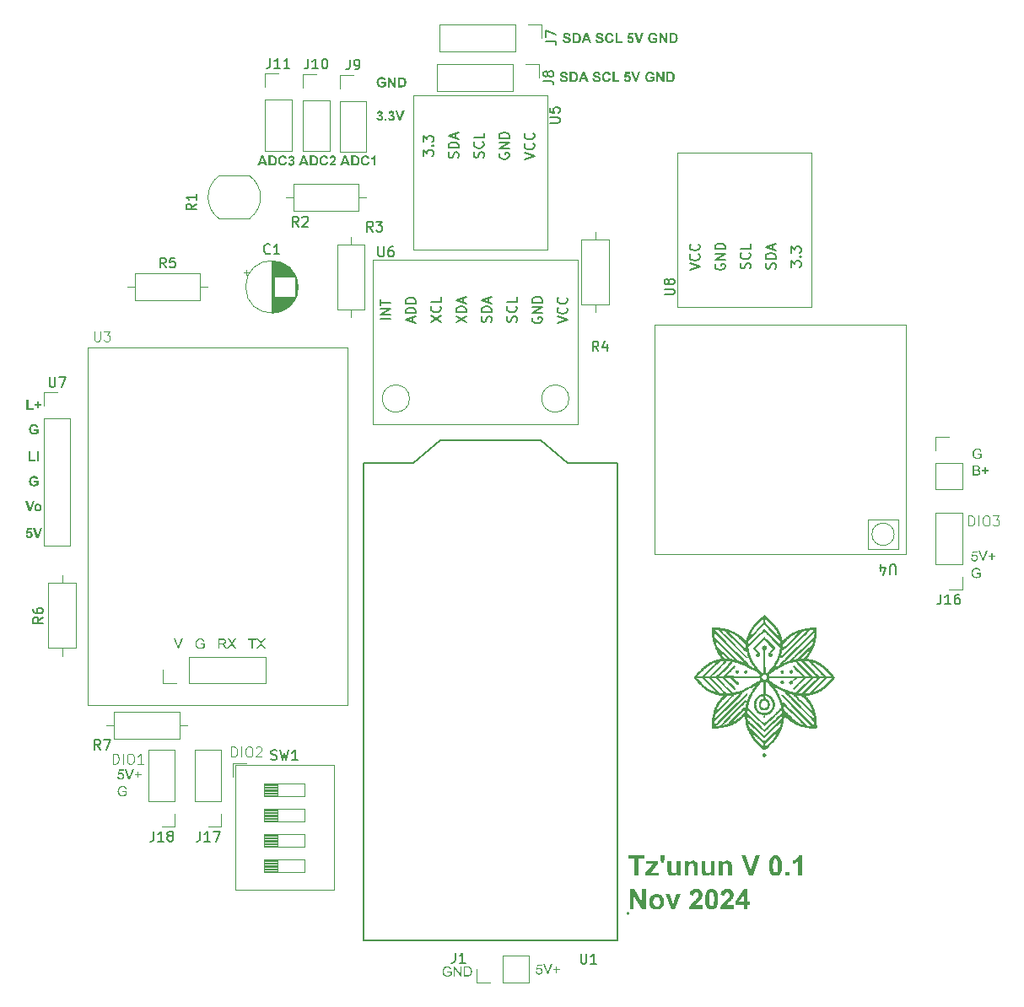
<source format=gbr>
%TF.GenerationSoftware,KiCad,Pcbnew,8.0.4*%
%TF.CreationDate,2024-10-11T13:15:18-06:00*%
%TF.ProjectId,cansat,63616e73-6174-42e6-9b69-6361645f7063,rev?*%
%TF.SameCoordinates,Original*%
%TF.FileFunction,Legend,Top*%
%TF.FilePolarity,Positive*%
%FSLAX46Y46*%
G04 Gerber Fmt 4.6, Leading zero omitted, Abs format (unit mm)*
G04 Created by KiCad (PCBNEW 8.0.4) date 2024-10-11 13:15:18*
%MOMM*%
%LPD*%
G01*
G04 APERTURE LIST*
%ADD10C,0.100000*%
%ADD11C,0.400000*%
%ADD12C,0.000000*%
%ADD13C,0.200000*%
%ADD14C,0.150000*%
%ADD15C,0.120000*%
%ADD16C,0.127000*%
G04 APERTURE END LIST*
D10*
G36*
X115596406Y-101330000D02*
G01*
X115206106Y-100313949D01*
X115350453Y-100313949D01*
X115612281Y-101052784D01*
X115629193Y-101101904D01*
X115644481Y-101149246D01*
X115659565Y-101199765D01*
X115665038Y-101219357D01*
X115680408Y-101167303D01*
X115695465Y-101120454D01*
X115711681Y-101073606D01*
X115719260Y-101052784D01*
X115991346Y-100313949D01*
X116127390Y-100313949D01*
X115733182Y-101330000D01*
X115596406Y-101330000D01*
G37*
G36*
X117879344Y-100931395D02*
G01*
X117879344Y-100814159D01*
X118305792Y-100813426D01*
X118305792Y-101189316D01*
X118262531Y-101221556D01*
X118218664Y-101250103D01*
X118174188Y-101274958D01*
X118129105Y-101296118D01*
X118103070Y-101306552D01*
X118050573Y-101323649D01*
X117997374Y-101335861D01*
X117943473Y-101343189D01*
X117888869Y-101345631D01*
X117834218Y-101343390D01*
X117781456Y-101336667D01*
X117730582Y-101325461D01*
X117681598Y-101309773D01*
X117634503Y-101289603D01*
X117619225Y-101281884D01*
X117575882Y-101255886D01*
X117536713Y-101225887D01*
X117496289Y-101185831D01*
X117466162Y-101147163D01*
X117440207Y-101104493D01*
X117436287Y-101096992D01*
X117415287Y-101050658D01*
X117398632Y-101002332D01*
X117386321Y-100952015D01*
X117378356Y-100899705D01*
X117374735Y-100845403D01*
X117374494Y-100826859D01*
X117376649Y-100772134D01*
X117383115Y-100718782D01*
X117393891Y-100666804D01*
X117408978Y-100616200D01*
X117428375Y-100566970D01*
X117435799Y-100550865D01*
X117460769Y-100505106D01*
X117489517Y-100464002D01*
X117522043Y-100427552D01*
X117564765Y-100390908D01*
X117612630Y-100360600D01*
X117657181Y-100339434D01*
X117704187Y-100322647D01*
X117753649Y-100310239D01*
X117805567Y-100302210D01*
X117859941Y-100298561D01*
X117878611Y-100298318D01*
X117931886Y-100300501D01*
X117982536Y-100307049D01*
X118030560Y-100317964D01*
X118075959Y-100333244D01*
X118122660Y-100355074D01*
X118167434Y-100384450D01*
X118204720Y-100419216D01*
X118214445Y-100430697D01*
X118243506Y-100473473D01*
X118265582Y-100518293D01*
X118283794Y-100569103D01*
X118290648Y-100593607D01*
X118170481Y-100626580D01*
X118153566Y-100578225D01*
X118132151Y-100534296D01*
X118114061Y-100507390D01*
X118079219Y-100472668D01*
X118036903Y-100446371D01*
X118018073Y-100437780D01*
X117969255Y-100421855D01*
X117916591Y-100413280D01*
X117879344Y-100411646D01*
X117829912Y-100413888D01*
X117779566Y-100421635D01*
X117729750Y-100436548D01*
X117721318Y-100439979D01*
X117674916Y-100463735D01*
X117632786Y-100495130D01*
X117613607Y-100514473D01*
X117583490Y-100553312D01*
X117557818Y-100598566D01*
X117550348Y-100615589D01*
X117533465Y-100664102D01*
X117521406Y-100714630D01*
X117514170Y-100767172D01*
X117511758Y-100821730D01*
X117513390Y-100871458D01*
X117519417Y-100925524D01*
X117529885Y-100975336D01*
X117547288Y-101027054D01*
X117558164Y-101050830D01*
X117583993Y-101093908D01*
X117619327Y-101135292D01*
X117661307Y-101169179D01*
X117692986Y-101187606D01*
X117738003Y-101207161D01*
X117790290Y-101222481D01*
X117844315Y-101230731D01*
X117881297Y-101232302D01*
X117935060Y-101229011D01*
X117987963Y-101219136D01*
X118034842Y-101204620D01*
X118050314Y-101198597D01*
X118097998Y-101177102D01*
X118141415Y-101152465D01*
X118175366Y-101126789D01*
X118175366Y-100931395D01*
X117879344Y-100931395D01*
G37*
G36*
X120167271Y-100315270D02*
G01*
X120216893Y-100319232D01*
X120266046Y-100326994D01*
X120316154Y-100341549D01*
X120360999Y-100365348D01*
X120399147Y-100399134D01*
X120428018Y-100438513D01*
X120450171Y-100483426D01*
X120464120Y-100531154D01*
X120469863Y-100581696D01*
X120470027Y-100592142D01*
X120465692Y-100644349D01*
X120452686Y-100692281D01*
X120427690Y-100741097D01*
X120400662Y-100775324D01*
X120361263Y-100809075D01*
X120312430Y-100836079D01*
X120261962Y-100854173D01*
X120212955Y-100865571D01*
X120186461Y-100869846D01*
X120230393Y-100893674D01*
X120266817Y-100920160D01*
X120302681Y-100956496D01*
X120337304Y-100998031D01*
X120367405Y-101039859D01*
X120377215Y-101054738D01*
X120552581Y-101330000D01*
X120384787Y-101330000D01*
X120251674Y-101119462D01*
X120223770Y-101076582D01*
X120195442Y-101034729D01*
X120165228Y-100992757D01*
X120155443Y-100980000D01*
X120121722Y-100941048D01*
X120087787Y-100912344D01*
X120042404Y-100889996D01*
X120026971Y-100885478D01*
X119976687Y-100880898D01*
X119952721Y-100880593D01*
X119798115Y-100880593D01*
X119798115Y-101330000D01*
X119665003Y-101330000D01*
X119665003Y-100767264D01*
X119798115Y-100767264D01*
X120084612Y-100767264D01*
X120137816Y-100765380D01*
X120187359Y-100758954D01*
X120227494Y-100747969D01*
X120272862Y-100722934D01*
X120305896Y-100686420D01*
X120326860Y-100639197D01*
X120332763Y-100594096D01*
X120325447Y-100543148D01*
X120303500Y-100499482D01*
X120280739Y-100474417D01*
X120238012Y-100447579D01*
X120186798Y-100432848D01*
X120137342Y-100427692D01*
X120116852Y-100427278D01*
X119798115Y-100427278D01*
X119798115Y-100767264D01*
X119665003Y-100767264D01*
X119665003Y-100313949D01*
X120111479Y-100313949D01*
X120167271Y-100315270D01*
G37*
G36*
X120570655Y-101330000D02*
G01*
X120960223Y-100800481D01*
X120616817Y-100313949D01*
X120775331Y-100313949D01*
X120958269Y-100572114D01*
X120987672Y-100614397D01*
X121016525Y-100658152D01*
X121039113Y-100695945D01*
X121066144Y-100654042D01*
X121096678Y-100610765D01*
X121118981Y-100581151D01*
X121321458Y-100313949D01*
X121466538Y-100313949D01*
X121112630Y-100792909D01*
X121493893Y-101330000D01*
X121329030Y-101330000D01*
X121075750Y-100970718D01*
X121048501Y-100929846D01*
X121031786Y-100903307D01*
X121005987Y-100944848D01*
X120983670Y-100979023D01*
X120730879Y-101330000D01*
X120570655Y-101330000D01*
G37*
G36*
X123003314Y-101330000D02*
G01*
X123003314Y-100431186D01*
X122671632Y-100431186D01*
X122671632Y-100313949D01*
X123469818Y-100313949D01*
X123469818Y-100431186D01*
X123136671Y-100431186D01*
X123136671Y-101330000D01*
X123003314Y-101330000D01*
G37*
G36*
X123499616Y-101330000D02*
G01*
X123889183Y-100800481D01*
X123545778Y-100313949D01*
X123704291Y-100313949D01*
X123887229Y-100572114D01*
X123916632Y-100614397D01*
X123945485Y-100658152D01*
X123968073Y-100695945D01*
X123995104Y-100654042D01*
X124025638Y-100610765D01*
X124047941Y-100581151D01*
X124250418Y-100313949D01*
X124395498Y-100313949D01*
X124041591Y-100792909D01*
X124422854Y-101330000D01*
X124257990Y-101330000D01*
X124004710Y-100970718D01*
X123977462Y-100929846D01*
X123960746Y-100903307D01*
X123934947Y-100944848D01*
X123912630Y-100979023D01*
X123659839Y-101330000D01*
X123499616Y-101330000D01*
G37*
G36*
X109558374Y-114184263D02*
G01*
X109688311Y-114173272D01*
X109699430Y-114222987D01*
X109718855Y-114269479D01*
X109748818Y-114309986D01*
X109755233Y-114316154D01*
X109797674Y-114345326D01*
X109846229Y-114361034D01*
X109881995Y-114364026D01*
X109935042Y-114357300D01*
X109982745Y-114337121D01*
X110025106Y-114303490D01*
X110032937Y-114295150D01*
X110062926Y-114252871D01*
X110083101Y-114203521D01*
X110092794Y-114153719D01*
X110094975Y-114112700D01*
X110091250Y-114061455D01*
X110078156Y-114010628D01*
X110055633Y-113967027D01*
X110035380Y-113941974D01*
X109994684Y-113909002D01*
X109946785Y-113888241D01*
X109897516Y-113879998D01*
X109879797Y-113879448D01*
X109829849Y-113884871D01*
X109781209Y-113902717D01*
X109772086Y-113907780D01*
X109731485Y-113937869D01*
X109699901Y-113975472D01*
X109696371Y-113981053D01*
X109580355Y-113965910D01*
X109677808Y-113449581D01*
X110178750Y-113449581D01*
X110178750Y-113566817D01*
X109776727Y-113566817D01*
X109722505Y-113837438D01*
X109768468Y-113811366D01*
X109815500Y-113792742D01*
X109863601Y-113781568D01*
X109912770Y-113777843D01*
X109968497Y-113782238D01*
X110020274Y-113795421D01*
X110068100Y-113817393D01*
X110111977Y-113848155D01*
X110135275Y-113869678D01*
X110170678Y-113912274D01*
X110197385Y-113959919D01*
X110215397Y-114012612D01*
X110223915Y-114061796D01*
X110226133Y-114105617D01*
X110223334Y-114155778D01*
X110212993Y-114210977D01*
X110195031Y-114262600D01*
X110169449Y-114310647D01*
X110146510Y-114342777D01*
X110107667Y-114384528D01*
X110063861Y-114417641D01*
X110015091Y-114442116D01*
X109961359Y-114457953D01*
X109912791Y-114464551D01*
X109881995Y-114465631D01*
X109832207Y-114462926D01*
X109778614Y-114452934D01*
X109729859Y-114435578D01*
X109685942Y-114410859D01*
X109657536Y-114388695D01*
X109623155Y-114352532D01*
X109595880Y-114311578D01*
X109575711Y-114265832D01*
X109562648Y-114215294D01*
X109558374Y-114184263D01*
G37*
G36*
X110675052Y-114450000D02*
G01*
X110284752Y-113433949D01*
X110429099Y-113433949D01*
X110690928Y-114172784D01*
X110707839Y-114221904D01*
X110723128Y-114269246D01*
X110738212Y-114319765D01*
X110743684Y-114339357D01*
X110759054Y-114287303D01*
X110774111Y-114240454D01*
X110790327Y-114193606D01*
X110797906Y-114172784D01*
X111069993Y-113433949D01*
X111206036Y-113433949D01*
X110811828Y-114450000D01*
X110675052Y-114450000D01*
G37*
G36*
X111564096Y-114293684D02*
G01*
X111564096Y-114020132D01*
X111290055Y-114020132D01*
X111290055Y-113902896D01*
X111564096Y-113902896D01*
X111564096Y-113637159D01*
X111680844Y-113637159D01*
X111680844Y-113902896D01*
X111954884Y-113902896D01*
X111954884Y-114020132D01*
X111680844Y-114020132D01*
X111680844Y-114293684D01*
X111564096Y-114293684D01*
G37*
G36*
X110079832Y-115731395D02*
G01*
X110079832Y-115614159D01*
X110506280Y-115613426D01*
X110506280Y-115989316D01*
X110463020Y-116021556D01*
X110419152Y-116050103D01*
X110374677Y-116074958D01*
X110329593Y-116096118D01*
X110303558Y-116106552D01*
X110251062Y-116123649D01*
X110197862Y-116135861D01*
X110143961Y-116143189D01*
X110089357Y-116145631D01*
X110034706Y-116143390D01*
X109981944Y-116136667D01*
X109931071Y-116125461D01*
X109882087Y-116109773D01*
X109834992Y-116089603D01*
X109819713Y-116081884D01*
X109776371Y-116055886D01*
X109737201Y-116025887D01*
X109696778Y-115985831D01*
X109666650Y-115947163D01*
X109640696Y-115904493D01*
X109636775Y-115896992D01*
X109615775Y-115850658D01*
X109599120Y-115802332D01*
X109586810Y-115752015D01*
X109578844Y-115699705D01*
X109575223Y-115645403D01*
X109574982Y-115626859D01*
X109577137Y-115572134D01*
X109583603Y-115518782D01*
X109594379Y-115466804D01*
X109609466Y-115416200D01*
X109628863Y-115366970D01*
X109636287Y-115350865D01*
X109661257Y-115305106D01*
X109690005Y-115264002D01*
X109722531Y-115227552D01*
X109765254Y-115190908D01*
X109813119Y-115160600D01*
X109857669Y-115139434D01*
X109904676Y-115122647D01*
X109954138Y-115110239D01*
X110006055Y-115102210D01*
X110060429Y-115098561D01*
X110079099Y-115098318D01*
X110132375Y-115100501D01*
X110183025Y-115107049D01*
X110231049Y-115117964D01*
X110276448Y-115133244D01*
X110323148Y-115155074D01*
X110367923Y-115184450D01*
X110405208Y-115219216D01*
X110414933Y-115230697D01*
X110443994Y-115273473D01*
X110466071Y-115318293D01*
X110484283Y-115369103D01*
X110491137Y-115393607D01*
X110370969Y-115426580D01*
X110354054Y-115378225D01*
X110332639Y-115334296D01*
X110314549Y-115307390D01*
X110279708Y-115272668D01*
X110237392Y-115246371D01*
X110218562Y-115237780D01*
X110169744Y-115221855D01*
X110117079Y-115213280D01*
X110079832Y-115211646D01*
X110030401Y-115213888D01*
X109980054Y-115221635D01*
X109930238Y-115236548D01*
X109921807Y-115239979D01*
X109875405Y-115263735D01*
X109833275Y-115295130D01*
X109814096Y-115314473D01*
X109783978Y-115353312D01*
X109758306Y-115398566D01*
X109750837Y-115415589D01*
X109733954Y-115464102D01*
X109721894Y-115514630D01*
X109714658Y-115567172D01*
X109712247Y-115621730D01*
X109713878Y-115671458D01*
X109719905Y-115725524D01*
X109730374Y-115775336D01*
X109747776Y-115827054D01*
X109758653Y-115850830D01*
X109784481Y-115893908D01*
X109819815Y-115935292D01*
X109861796Y-115969179D01*
X109893475Y-115987606D01*
X109938492Y-116007161D01*
X109990778Y-116022481D01*
X110044803Y-116030731D01*
X110081786Y-116032302D01*
X110135548Y-116029011D01*
X110188451Y-116019136D01*
X110235330Y-116004620D01*
X110250802Y-115998597D01*
X110298487Y-115977102D01*
X110341904Y-115952465D01*
X110375854Y-115926789D01*
X110375854Y-115731395D01*
X110079832Y-115731395D01*
G37*
G36*
X142679832Y-133831395D02*
G01*
X142679832Y-133714159D01*
X143106280Y-133713426D01*
X143106280Y-134089316D01*
X143063020Y-134121556D01*
X143019152Y-134150103D01*
X142974677Y-134174958D01*
X142929593Y-134196118D01*
X142903558Y-134206552D01*
X142851062Y-134223649D01*
X142797862Y-134235861D01*
X142743961Y-134243189D01*
X142689357Y-134245631D01*
X142634706Y-134243390D01*
X142581944Y-134236667D01*
X142531071Y-134225461D01*
X142482087Y-134209773D01*
X142434992Y-134189603D01*
X142419713Y-134181884D01*
X142376371Y-134155886D01*
X142337201Y-134125887D01*
X142296778Y-134085831D01*
X142266650Y-134047163D01*
X142240696Y-134004493D01*
X142236775Y-133996992D01*
X142215775Y-133950658D01*
X142199120Y-133902332D01*
X142186810Y-133852015D01*
X142178844Y-133799705D01*
X142175223Y-133745403D01*
X142174982Y-133726859D01*
X142177137Y-133672134D01*
X142183603Y-133618782D01*
X142194379Y-133566804D01*
X142209466Y-133516200D01*
X142228863Y-133466970D01*
X142236287Y-133450865D01*
X142261257Y-133405106D01*
X142290005Y-133364002D01*
X142322531Y-133327552D01*
X142365254Y-133290908D01*
X142413119Y-133260600D01*
X142457669Y-133239434D01*
X142504676Y-133222647D01*
X142554138Y-133210239D01*
X142606055Y-133202210D01*
X142660429Y-133198561D01*
X142679099Y-133198318D01*
X142732375Y-133200501D01*
X142783025Y-133207049D01*
X142831049Y-133217964D01*
X142876448Y-133233244D01*
X142923148Y-133255074D01*
X142967923Y-133284450D01*
X143005208Y-133319216D01*
X143014933Y-133330697D01*
X143043994Y-133373473D01*
X143066071Y-133418293D01*
X143084283Y-133469103D01*
X143091137Y-133493607D01*
X142970969Y-133526580D01*
X142954054Y-133478225D01*
X142932639Y-133434296D01*
X142914549Y-133407390D01*
X142879708Y-133372668D01*
X142837392Y-133346371D01*
X142818562Y-133337780D01*
X142769744Y-133321855D01*
X142717079Y-133313280D01*
X142679832Y-133311646D01*
X142630401Y-133313888D01*
X142580054Y-133321635D01*
X142530238Y-133336548D01*
X142521807Y-133339979D01*
X142475405Y-133363735D01*
X142433275Y-133395130D01*
X142414096Y-133414473D01*
X142383978Y-133453312D01*
X142358306Y-133498566D01*
X142350837Y-133515589D01*
X142333954Y-133564102D01*
X142321894Y-133614630D01*
X142314658Y-133667172D01*
X142312247Y-133721730D01*
X142313878Y-133771458D01*
X142319905Y-133825524D01*
X142330374Y-133875336D01*
X142347776Y-133927054D01*
X142358653Y-133950830D01*
X142384481Y-133993908D01*
X142419815Y-134035292D01*
X142461796Y-134069179D01*
X142493475Y-134087606D01*
X142538492Y-134107161D01*
X142590778Y-134122481D01*
X142644803Y-134130731D01*
X142681786Y-134132302D01*
X142735548Y-134129011D01*
X142788451Y-134119136D01*
X142835330Y-134104620D01*
X142850802Y-134098597D01*
X142898487Y-134077102D01*
X142941904Y-134052465D01*
X142975854Y-134026789D01*
X142975854Y-133831395D01*
X142679832Y-133831395D01*
G37*
G36*
X143295568Y-134230000D02*
G01*
X143295568Y-133213949D01*
X143432100Y-133213949D01*
X143961130Y-134011646D01*
X143961130Y-133213949D01*
X144088869Y-133213949D01*
X144088869Y-134230000D01*
X143952337Y-134230000D01*
X143423307Y-133431570D01*
X143423307Y-134230000D01*
X143295568Y-134230000D01*
G37*
G36*
X144709307Y-133214865D02*
G01*
X144763154Y-133218085D01*
X144812651Y-133224382D01*
X144833321Y-133228604D01*
X144884879Y-133244317D01*
X144931476Y-133266423D01*
X144973112Y-133294921D01*
X144980844Y-133301388D01*
X145018244Y-133337704D01*
X145050575Y-133378752D01*
X145077839Y-133424532D01*
X145100034Y-133475045D01*
X145115452Y-133522656D01*
X145127082Y-133573166D01*
X145134926Y-133626574D01*
X145138983Y-133682880D01*
X145139602Y-133716357D01*
X145138316Y-133765744D01*
X145133698Y-133819096D01*
X145125722Y-133869151D01*
X145112735Y-133921521D01*
X145096543Y-133969370D01*
X145075696Y-134016826D01*
X145049294Y-134062084D01*
X145044103Y-134069532D01*
X145011645Y-134109992D01*
X144973925Y-134145917D01*
X144952512Y-134161856D01*
X144908602Y-134186383D01*
X144861988Y-134204300D01*
X144832100Y-134212658D01*
X144781258Y-134222531D01*
X144730730Y-134227950D01*
X144681748Y-134229932D01*
X144670411Y-134230000D01*
X144306978Y-134230000D01*
X144306978Y-134112763D01*
X144440334Y-134112763D01*
X144655268Y-134112763D01*
X144707922Y-134111275D01*
X144758449Y-134106133D01*
X144808000Y-134095113D01*
X144811584Y-134093956D01*
X144856770Y-134074555D01*
X144897651Y-134045170D01*
X144901953Y-134040956D01*
X144934537Y-134000198D01*
X144959216Y-133954629D01*
X144975715Y-133911507D01*
X144988584Y-133863033D01*
X144997242Y-133809111D01*
X145001401Y-133756606D01*
X145002337Y-133714403D01*
X145000508Y-133656763D01*
X144995021Y-133604379D01*
X144983997Y-133549906D01*
X144967993Y-133502585D01*
X144950314Y-133467718D01*
X144919410Y-133423722D01*
X144884952Y-133388729D01*
X144842496Y-133360407D01*
X144824284Y-133352191D01*
X144774962Y-133339391D01*
X144725890Y-133333668D01*
X144673576Y-133331370D01*
X144651849Y-133331186D01*
X144440334Y-133331186D01*
X144440334Y-134112763D01*
X144306978Y-134112763D01*
X144306978Y-133213949D01*
X144654047Y-133213949D01*
X144709307Y-133214865D01*
G37*
G36*
X151558374Y-133764263D02*
G01*
X151688311Y-133753272D01*
X151699430Y-133802987D01*
X151718855Y-133849479D01*
X151748818Y-133889986D01*
X151755233Y-133896154D01*
X151797674Y-133925326D01*
X151846229Y-133941034D01*
X151881995Y-133944026D01*
X151935042Y-133937300D01*
X151982745Y-133917121D01*
X152025106Y-133883490D01*
X152032937Y-133875150D01*
X152062926Y-133832871D01*
X152083101Y-133783521D01*
X152092794Y-133733719D01*
X152094975Y-133692700D01*
X152091250Y-133641455D01*
X152078156Y-133590628D01*
X152055633Y-133547027D01*
X152035380Y-133521974D01*
X151994684Y-133489002D01*
X151946785Y-133468241D01*
X151897516Y-133459998D01*
X151879797Y-133459448D01*
X151829849Y-133464871D01*
X151781209Y-133482717D01*
X151772086Y-133487780D01*
X151731485Y-133517869D01*
X151699901Y-133555472D01*
X151696371Y-133561053D01*
X151580355Y-133545910D01*
X151677808Y-133029581D01*
X152178750Y-133029581D01*
X152178750Y-133146817D01*
X151776727Y-133146817D01*
X151722505Y-133417438D01*
X151768468Y-133391366D01*
X151815500Y-133372742D01*
X151863601Y-133361568D01*
X151912770Y-133357843D01*
X151968497Y-133362238D01*
X152020274Y-133375421D01*
X152068100Y-133397393D01*
X152111977Y-133428155D01*
X152135275Y-133449678D01*
X152170678Y-133492274D01*
X152197385Y-133539919D01*
X152215397Y-133592612D01*
X152223915Y-133641796D01*
X152226133Y-133685617D01*
X152223334Y-133735778D01*
X152212993Y-133790977D01*
X152195031Y-133842600D01*
X152169449Y-133890647D01*
X152146510Y-133922777D01*
X152107667Y-133964528D01*
X152063861Y-133997641D01*
X152015091Y-134022116D01*
X151961359Y-134037953D01*
X151912791Y-134044551D01*
X151881995Y-134045631D01*
X151832207Y-134042926D01*
X151778614Y-134032934D01*
X151729859Y-134015578D01*
X151685942Y-133990859D01*
X151657536Y-133968695D01*
X151623155Y-133932532D01*
X151595880Y-133891578D01*
X151575711Y-133845832D01*
X151562648Y-133795294D01*
X151558374Y-133764263D01*
G37*
G36*
X152675052Y-134030000D02*
G01*
X152284752Y-133013949D01*
X152429099Y-133013949D01*
X152690928Y-133752784D01*
X152707839Y-133801904D01*
X152723128Y-133849246D01*
X152738212Y-133899765D01*
X152743684Y-133919357D01*
X152759054Y-133867303D01*
X152774111Y-133820454D01*
X152790327Y-133773606D01*
X152797906Y-133752784D01*
X153069993Y-133013949D01*
X153206036Y-133013949D01*
X152811828Y-134030000D01*
X152675052Y-134030000D01*
G37*
G36*
X153564096Y-133873684D02*
G01*
X153564096Y-133600132D01*
X153290055Y-133600132D01*
X153290055Y-133482896D01*
X153564096Y-133482896D01*
X153564096Y-133217159D01*
X153680844Y-133217159D01*
X153680844Y-133482896D01*
X153954884Y-133482896D01*
X153954884Y-133600132D01*
X153680844Y-133600132D01*
X153680844Y-133873684D01*
X153564096Y-133873684D01*
G37*
G36*
X195258374Y-92284263D02*
G01*
X195388311Y-92273272D01*
X195399430Y-92322987D01*
X195418855Y-92369479D01*
X195448818Y-92409986D01*
X195455233Y-92416154D01*
X195497674Y-92445326D01*
X195546229Y-92461034D01*
X195581995Y-92464026D01*
X195635042Y-92457300D01*
X195682745Y-92437121D01*
X195725106Y-92403490D01*
X195732937Y-92395150D01*
X195762926Y-92352871D01*
X195783101Y-92303521D01*
X195792794Y-92253719D01*
X195794975Y-92212700D01*
X195791250Y-92161455D01*
X195778156Y-92110628D01*
X195755633Y-92067027D01*
X195735380Y-92041974D01*
X195694684Y-92009002D01*
X195646785Y-91988241D01*
X195597516Y-91979998D01*
X195579797Y-91979448D01*
X195529849Y-91984871D01*
X195481209Y-92002717D01*
X195472086Y-92007780D01*
X195431485Y-92037869D01*
X195399901Y-92075472D01*
X195396371Y-92081053D01*
X195280355Y-92065910D01*
X195377808Y-91549581D01*
X195878750Y-91549581D01*
X195878750Y-91666817D01*
X195476727Y-91666817D01*
X195422505Y-91937438D01*
X195468468Y-91911366D01*
X195515500Y-91892742D01*
X195563601Y-91881568D01*
X195612770Y-91877843D01*
X195668497Y-91882238D01*
X195720274Y-91895421D01*
X195768100Y-91917393D01*
X195811977Y-91948155D01*
X195835275Y-91969678D01*
X195870678Y-92012274D01*
X195897385Y-92059919D01*
X195915397Y-92112612D01*
X195923915Y-92161796D01*
X195926133Y-92205617D01*
X195923334Y-92255778D01*
X195912993Y-92310977D01*
X195895031Y-92362600D01*
X195869449Y-92410647D01*
X195846510Y-92442777D01*
X195807667Y-92484528D01*
X195763861Y-92517641D01*
X195715091Y-92542116D01*
X195661359Y-92557953D01*
X195612791Y-92564551D01*
X195581995Y-92565631D01*
X195532207Y-92562926D01*
X195478614Y-92552934D01*
X195429859Y-92535578D01*
X195385942Y-92510859D01*
X195357536Y-92488695D01*
X195323155Y-92452532D01*
X195295880Y-92411578D01*
X195275711Y-92365832D01*
X195262648Y-92315294D01*
X195258374Y-92284263D01*
G37*
G36*
X196375052Y-92550000D02*
G01*
X195984752Y-91533949D01*
X196129099Y-91533949D01*
X196390928Y-92272784D01*
X196407839Y-92321904D01*
X196423128Y-92369246D01*
X196438212Y-92419765D01*
X196443684Y-92439357D01*
X196459054Y-92387303D01*
X196474111Y-92340454D01*
X196490327Y-92293606D01*
X196497906Y-92272784D01*
X196769993Y-91533949D01*
X196906036Y-91533949D01*
X196511828Y-92550000D01*
X196375052Y-92550000D01*
G37*
G36*
X197264096Y-92393684D02*
G01*
X197264096Y-92120132D01*
X196990055Y-92120132D01*
X196990055Y-92002896D01*
X197264096Y-92002896D01*
X197264096Y-91737159D01*
X197380844Y-91737159D01*
X197380844Y-92002896D01*
X197654884Y-92002896D01*
X197654884Y-92120132D01*
X197380844Y-92120132D01*
X197380844Y-92393684D01*
X197264096Y-92393684D01*
G37*
G36*
X195779832Y-93831395D02*
G01*
X195779832Y-93714159D01*
X196206280Y-93713426D01*
X196206280Y-94089316D01*
X196163020Y-94121556D01*
X196119152Y-94150103D01*
X196074677Y-94174958D01*
X196029593Y-94196118D01*
X196003558Y-94206552D01*
X195951062Y-94223649D01*
X195897862Y-94235861D01*
X195843961Y-94243189D01*
X195789357Y-94245631D01*
X195734706Y-94243390D01*
X195681944Y-94236667D01*
X195631071Y-94225461D01*
X195582087Y-94209773D01*
X195534992Y-94189603D01*
X195519713Y-94181884D01*
X195476371Y-94155886D01*
X195437201Y-94125887D01*
X195396778Y-94085831D01*
X195366650Y-94047163D01*
X195340696Y-94004493D01*
X195336775Y-93996992D01*
X195315775Y-93950658D01*
X195299120Y-93902332D01*
X195286810Y-93852015D01*
X195278844Y-93799705D01*
X195275223Y-93745403D01*
X195274982Y-93726859D01*
X195277137Y-93672134D01*
X195283603Y-93618782D01*
X195294379Y-93566804D01*
X195309466Y-93516200D01*
X195328863Y-93466970D01*
X195336287Y-93450865D01*
X195361257Y-93405106D01*
X195390005Y-93364002D01*
X195422531Y-93327552D01*
X195465254Y-93290908D01*
X195513119Y-93260600D01*
X195557669Y-93239434D01*
X195604676Y-93222647D01*
X195654138Y-93210239D01*
X195706055Y-93202210D01*
X195760429Y-93198561D01*
X195779099Y-93198318D01*
X195832375Y-93200501D01*
X195883025Y-93207049D01*
X195931049Y-93217964D01*
X195976448Y-93233244D01*
X196023148Y-93255074D01*
X196067923Y-93284450D01*
X196105208Y-93319216D01*
X196114933Y-93330697D01*
X196143994Y-93373473D01*
X196166071Y-93418293D01*
X196184283Y-93469103D01*
X196191137Y-93493607D01*
X196070969Y-93526580D01*
X196054054Y-93478225D01*
X196032639Y-93434296D01*
X196014549Y-93407390D01*
X195979708Y-93372668D01*
X195937392Y-93346371D01*
X195918562Y-93337780D01*
X195869744Y-93321855D01*
X195817079Y-93313280D01*
X195779832Y-93311646D01*
X195730401Y-93313888D01*
X195680054Y-93321635D01*
X195630238Y-93336548D01*
X195621807Y-93339979D01*
X195575405Y-93363735D01*
X195533275Y-93395130D01*
X195514096Y-93414473D01*
X195483978Y-93453312D01*
X195458306Y-93498566D01*
X195450837Y-93515589D01*
X195433954Y-93564102D01*
X195421894Y-93614630D01*
X195414658Y-93667172D01*
X195412247Y-93721730D01*
X195413878Y-93771458D01*
X195419905Y-93825524D01*
X195430374Y-93875336D01*
X195447776Y-93927054D01*
X195458653Y-93950830D01*
X195484481Y-93993908D01*
X195519815Y-94035292D01*
X195561796Y-94069179D01*
X195593475Y-94087606D01*
X195638492Y-94107161D01*
X195690778Y-94122481D01*
X195744803Y-94130731D01*
X195781786Y-94132302D01*
X195835548Y-94129011D01*
X195888451Y-94119136D01*
X195935330Y-94104620D01*
X195950802Y-94098597D01*
X195998487Y-94077102D01*
X196041904Y-94052465D01*
X196075854Y-94026789D01*
X196075854Y-93831395D01*
X195779832Y-93831395D01*
G37*
G36*
X195879832Y-81851395D02*
G01*
X195879832Y-81734159D01*
X196306280Y-81733426D01*
X196306280Y-82109316D01*
X196263020Y-82141556D01*
X196219152Y-82170103D01*
X196174677Y-82194958D01*
X196129593Y-82216118D01*
X196103558Y-82226552D01*
X196051062Y-82243649D01*
X195997862Y-82255861D01*
X195943961Y-82263189D01*
X195889357Y-82265631D01*
X195834706Y-82263390D01*
X195781944Y-82256667D01*
X195731071Y-82245461D01*
X195682087Y-82229773D01*
X195634992Y-82209603D01*
X195619713Y-82201884D01*
X195576371Y-82175886D01*
X195537201Y-82145887D01*
X195496778Y-82105831D01*
X195466650Y-82067163D01*
X195440696Y-82024493D01*
X195436775Y-82016992D01*
X195415775Y-81970658D01*
X195399120Y-81922332D01*
X195386810Y-81872015D01*
X195378844Y-81819705D01*
X195375223Y-81765403D01*
X195374982Y-81746859D01*
X195377137Y-81692134D01*
X195383603Y-81638782D01*
X195394379Y-81586804D01*
X195409466Y-81536200D01*
X195428863Y-81486970D01*
X195436287Y-81470865D01*
X195461257Y-81425106D01*
X195490005Y-81384002D01*
X195522531Y-81347552D01*
X195565254Y-81310908D01*
X195613119Y-81280600D01*
X195657669Y-81259434D01*
X195704676Y-81242647D01*
X195754138Y-81230239D01*
X195806055Y-81222210D01*
X195860429Y-81218561D01*
X195879099Y-81218318D01*
X195932375Y-81220501D01*
X195983025Y-81227049D01*
X196031049Y-81237964D01*
X196076448Y-81253244D01*
X196123148Y-81275074D01*
X196167923Y-81304450D01*
X196205208Y-81339216D01*
X196214933Y-81350697D01*
X196243994Y-81393473D01*
X196266071Y-81438293D01*
X196284283Y-81489103D01*
X196291137Y-81513607D01*
X196170969Y-81546580D01*
X196154054Y-81498225D01*
X196132639Y-81454296D01*
X196114549Y-81427390D01*
X196079708Y-81392668D01*
X196037392Y-81366371D01*
X196018562Y-81357780D01*
X195969744Y-81341855D01*
X195917079Y-81333280D01*
X195879832Y-81331646D01*
X195830401Y-81333888D01*
X195780054Y-81341635D01*
X195730238Y-81356548D01*
X195721807Y-81359979D01*
X195675405Y-81383735D01*
X195633275Y-81415130D01*
X195614096Y-81434473D01*
X195583978Y-81473312D01*
X195558306Y-81518566D01*
X195550837Y-81535589D01*
X195533954Y-81584102D01*
X195521894Y-81634630D01*
X195514658Y-81687172D01*
X195512247Y-81741730D01*
X195513878Y-81791458D01*
X195519905Y-81845524D01*
X195530374Y-81895336D01*
X195547776Y-81947054D01*
X195558653Y-81970830D01*
X195584481Y-82013908D01*
X195619815Y-82055292D01*
X195661796Y-82089179D01*
X195693475Y-82107606D01*
X195738492Y-82127161D01*
X195790778Y-82142481D01*
X195844803Y-82150731D01*
X195881786Y-82152302D01*
X195935548Y-82149011D01*
X195988451Y-82139136D01*
X196035330Y-82124620D01*
X196050802Y-82118597D01*
X196098487Y-82097102D01*
X196141904Y-82072465D01*
X196175854Y-82046789D01*
X196175854Y-81851395D01*
X195879832Y-81851395D01*
G37*
G36*
X195835700Y-82915857D02*
G01*
X195884778Y-82921582D01*
X195933166Y-82932584D01*
X195965806Y-82944480D01*
X196010251Y-82969226D01*
X196047539Y-83001823D01*
X196075226Y-83038269D01*
X196097753Y-83082452D01*
X196111664Y-83132232D01*
X196114794Y-83170648D01*
X196108989Y-83221631D01*
X196091575Y-83270195D01*
X196079623Y-83291793D01*
X196048379Y-83331234D01*
X196007037Y-83364562D01*
X195973866Y-83383384D01*
X196021906Y-83401824D01*
X196067444Y-83429473D01*
X196104729Y-83464659D01*
X196114305Y-83476685D01*
X196140194Y-83520109D01*
X196156494Y-83568257D01*
X196163206Y-83621127D01*
X196163398Y-83632267D01*
X196159208Y-83684898D01*
X196146637Y-83734712D01*
X196133600Y-83766357D01*
X196109260Y-83808901D01*
X196075827Y-83848464D01*
X196059839Y-83862100D01*
X196017070Y-83888293D01*
X195969653Y-83907090D01*
X195949441Y-83912903D01*
X195900386Y-83922636D01*
X195849629Y-83927979D01*
X195798931Y-83929933D01*
X195787020Y-83930000D01*
X195403070Y-83930000D01*
X195403070Y-83812763D01*
X195536427Y-83812763D01*
X195787020Y-83812763D01*
X195836100Y-83811828D01*
X195877634Y-83807878D01*
X195924697Y-83794629D01*
X195954570Y-83779302D01*
X195990444Y-83745231D01*
X196005373Y-83721172D01*
X196021567Y-83674400D01*
X196025401Y-83633000D01*
X196019068Y-83581602D01*
X195998353Y-83534112D01*
X195996580Y-83531395D01*
X195962142Y-83494637D01*
X195916468Y-83470823D01*
X195867536Y-83459437D01*
X195814482Y-83454337D01*
X195769190Y-83453237D01*
X195536427Y-83453237D01*
X195536427Y-83812763D01*
X195403070Y-83812763D01*
X195403070Y-83336001D01*
X195536427Y-83336001D01*
X195754047Y-83336001D01*
X195804546Y-83334856D01*
X195855504Y-83329944D01*
X195881053Y-83324277D01*
X195925750Y-83304188D01*
X195957745Y-83274207D01*
X195978482Y-83228999D01*
X195983391Y-83186036D01*
X195976636Y-83136024D01*
X195959455Y-83097620D01*
X195923712Y-83060812D01*
X195890823Y-83045352D01*
X195839512Y-83035668D01*
X195787920Y-83032071D01*
X195737683Y-83031186D01*
X195536427Y-83031186D01*
X195536427Y-83336001D01*
X195403070Y-83336001D01*
X195403070Y-82913949D01*
X195780914Y-82913949D01*
X195835700Y-82915857D01*
G37*
G36*
X196585450Y-83773684D02*
G01*
X196585450Y-83500132D01*
X196311409Y-83500132D01*
X196311409Y-83382896D01*
X196585450Y-83382896D01*
X196585450Y-83117159D01*
X196702198Y-83117159D01*
X196702198Y-83382896D01*
X196976238Y-83382896D01*
X196976238Y-83500132D01*
X196702198Y-83500132D01*
X196702198Y-83773684D01*
X196585450Y-83773684D01*
G37*
X195003884Y-88972419D02*
X195003884Y-87972419D01*
X195003884Y-87972419D02*
X195241979Y-87972419D01*
X195241979Y-87972419D02*
X195384836Y-88020038D01*
X195384836Y-88020038D02*
X195480074Y-88115276D01*
X195480074Y-88115276D02*
X195527693Y-88210514D01*
X195527693Y-88210514D02*
X195575312Y-88400990D01*
X195575312Y-88400990D02*
X195575312Y-88543847D01*
X195575312Y-88543847D02*
X195527693Y-88734323D01*
X195527693Y-88734323D02*
X195480074Y-88829561D01*
X195480074Y-88829561D02*
X195384836Y-88924800D01*
X195384836Y-88924800D02*
X195241979Y-88972419D01*
X195241979Y-88972419D02*
X195003884Y-88972419D01*
X196003884Y-88972419D02*
X196003884Y-87972419D01*
X196670550Y-87972419D02*
X196861026Y-87972419D01*
X196861026Y-87972419D02*
X196956264Y-88020038D01*
X196956264Y-88020038D02*
X197051502Y-88115276D01*
X197051502Y-88115276D02*
X197099121Y-88305752D01*
X197099121Y-88305752D02*
X197099121Y-88639085D01*
X197099121Y-88639085D02*
X197051502Y-88829561D01*
X197051502Y-88829561D02*
X196956264Y-88924800D01*
X196956264Y-88924800D02*
X196861026Y-88972419D01*
X196861026Y-88972419D02*
X196670550Y-88972419D01*
X196670550Y-88972419D02*
X196575312Y-88924800D01*
X196575312Y-88924800D02*
X196480074Y-88829561D01*
X196480074Y-88829561D02*
X196432455Y-88639085D01*
X196432455Y-88639085D02*
X196432455Y-88305752D01*
X196432455Y-88305752D02*
X196480074Y-88115276D01*
X196480074Y-88115276D02*
X196575312Y-88020038D01*
X196575312Y-88020038D02*
X196670550Y-87972419D01*
X197432455Y-87972419D02*
X198051502Y-87972419D01*
X198051502Y-87972419D02*
X197718169Y-88353371D01*
X197718169Y-88353371D02*
X197861026Y-88353371D01*
X197861026Y-88353371D02*
X197956264Y-88400990D01*
X197956264Y-88400990D02*
X198003883Y-88448609D01*
X198003883Y-88448609D02*
X198051502Y-88543847D01*
X198051502Y-88543847D02*
X198051502Y-88781942D01*
X198051502Y-88781942D02*
X198003883Y-88877180D01*
X198003883Y-88877180D02*
X197956264Y-88924800D01*
X197956264Y-88924800D02*
X197861026Y-88972419D01*
X197861026Y-88972419D02*
X197575312Y-88972419D01*
X197575312Y-88972419D02*
X197480074Y-88924800D01*
X197480074Y-88924800D02*
X197432455Y-88877180D01*
X121003884Y-112172419D02*
X121003884Y-111172419D01*
X121003884Y-111172419D02*
X121241979Y-111172419D01*
X121241979Y-111172419D02*
X121384836Y-111220038D01*
X121384836Y-111220038D02*
X121480074Y-111315276D01*
X121480074Y-111315276D02*
X121527693Y-111410514D01*
X121527693Y-111410514D02*
X121575312Y-111600990D01*
X121575312Y-111600990D02*
X121575312Y-111743847D01*
X121575312Y-111743847D02*
X121527693Y-111934323D01*
X121527693Y-111934323D02*
X121480074Y-112029561D01*
X121480074Y-112029561D02*
X121384836Y-112124800D01*
X121384836Y-112124800D02*
X121241979Y-112172419D01*
X121241979Y-112172419D02*
X121003884Y-112172419D01*
X122003884Y-112172419D02*
X122003884Y-111172419D01*
X122670550Y-111172419D02*
X122861026Y-111172419D01*
X122861026Y-111172419D02*
X122956264Y-111220038D01*
X122956264Y-111220038D02*
X123051502Y-111315276D01*
X123051502Y-111315276D02*
X123099121Y-111505752D01*
X123099121Y-111505752D02*
X123099121Y-111839085D01*
X123099121Y-111839085D02*
X123051502Y-112029561D01*
X123051502Y-112029561D02*
X122956264Y-112124800D01*
X122956264Y-112124800D02*
X122861026Y-112172419D01*
X122861026Y-112172419D02*
X122670550Y-112172419D01*
X122670550Y-112172419D02*
X122575312Y-112124800D01*
X122575312Y-112124800D02*
X122480074Y-112029561D01*
X122480074Y-112029561D02*
X122432455Y-111839085D01*
X122432455Y-111839085D02*
X122432455Y-111505752D01*
X122432455Y-111505752D02*
X122480074Y-111315276D01*
X122480074Y-111315276D02*
X122575312Y-111220038D01*
X122575312Y-111220038D02*
X122670550Y-111172419D01*
X123480074Y-111267657D02*
X123527693Y-111220038D01*
X123527693Y-111220038D02*
X123622931Y-111172419D01*
X123622931Y-111172419D02*
X123861026Y-111172419D01*
X123861026Y-111172419D02*
X123956264Y-111220038D01*
X123956264Y-111220038D02*
X124003883Y-111267657D01*
X124003883Y-111267657D02*
X124051502Y-111362895D01*
X124051502Y-111362895D02*
X124051502Y-111458133D01*
X124051502Y-111458133D02*
X124003883Y-111600990D01*
X124003883Y-111600990D02*
X123432455Y-112172419D01*
X123432455Y-112172419D02*
X124051502Y-112172419D01*
X109103884Y-112872419D02*
X109103884Y-111872419D01*
X109103884Y-111872419D02*
X109341979Y-111872419D01*
X109341979Y-111872419D02*
X109484836Y-111920038D01*
X109484836Y-111920038D02*
X109580074Y-112015276D01*
X109580074Y-112015276D02*
X109627693Y-112110514D01*
X109627693Y-112110514D02*
X109675312Y-112300990D01*
X109675312Y-112300990D02*
X109675312Y-112443847D01*
X109675312Y-112443847D02*
X109627693Y-112634323D01*
X109627693Y-112634323D02*
X109580074Y-112729561D01*
X109580074Y-112729561D02*
X109484836Y-112824800D01*
X109484836Y-112824800D02*
X109341979Y-112872419D01*
X109341979Y-112872419D02*
X109103884Y-112872419D01*
X110103884Y-112872419D02*
X110103884Y-111872419D01*
X110770550Y-111872419D02*
X110961026Y-111872419D01*
X110961026Y-111872419D02*
X111056264Y-111920038D01*
X111056264Y-111920038D02*
X111151502Y-112015276D01*
X111151502Y-112015276D02*
X111199121Y-112205752D01*
X111199121Y-112205752D02*
X111199121Y-112539085D01*
X111199121Y-112539085D02*
X111151502Y-112729561D01*
X111151502Y-112729561D02*
X111056264Y-112824800D01*
X111056264Y-112824800D02*
X110961026Y-112872419D01*
X110961026Y-112872419D02*
X110770550Y-112872419D01*
X110770550Y-112872419D02*
X110675312Y-112824800D01*
X110675312Y-112824800D02*
X110580074Y-112729561D01*
X110580074Y-112729561D02*
X110532455Y-112539085D01*
X110532455Y-112539085D02*
X110532455Y-112205752D01*
X110532455Y-112205752D02*
X110580074Y-112015276D01*
X110580074Y-112015276D02*
X110675312Y-111920038D01*
X110675312Y-111920038D02*
X110770550Y-111872419D01*
X112151502Y-112872419D02*
X111580074Y-112872419D01*
X111865788Y-112872419D02*
X111865788Y-111872419D01*
X111865788Y-111872419D02*
X111770550Y-112015276D01*
X111770550Y-112015276D02*
X111675312Y-112110514D01*
X111675312Y-112110514D02*
X111580074Y-112158133D01*
D11*
G36*
X161457990Y-124100000D02*
G01*
X161457990Y-122411793D01*
X160860572Y-122411793D01*
X160860572Y-122067899D01*
X162460851Y-122067899D01*
X162460851Y-122411793D01*
X161864898Y-122411793D01*
X161864898Y-124100000D01*
X161457990Y-124100000D01*
G37*
G36*
X162556594Y-124100000D02*
G01*
X162556594Y-123849895D01*
X163103210Y-123154291D01*
X163166224Y-123075034D01*
X163232628Y-122993480D01*
X163298413Y-122916557D01*
X163302512Y-122912002D01*
X163201647Y-122912002D01*
X163125191Y-122912002D01*
X162609839Y-122912002D01*
X162609839Y-122630635D01*
X163816399Y-122630635D01*
X163816399Y-122880739D01*
X163258548Y-123585136D01*
X163062177Y-123818632D01*
X163165537Y-123818632D01*
X163261479Y-123818632D01*
X163858897Y-123818632D01*
X163858897Y-124100000D01*
X162556594Y-124100000D01*
G37*
G36*
X164108025Y-122786950D02*
G01*
X164035240Y-122410327D01*
X164035240Y-122067899D01*
X164455338Y-122067899D01*
X164455338Y-122410327D01*
X164392323Y-122786950D01*
X164108025Y-122786950D01*
G37*
G36*
X165735170Y-124100000D02*
G01*
X165735170Y-123881646D01*
X165668378Y-123962132D01*
X165587434Y-124028467D01*
X165525610Y-124064829D01*
X165434825Y-124102652D01*
X165331705Y-124126008D01*
X165251570Y-124131263D01*
X165145851Y-124122126D01*
X165048512Y-124094718D01*
X164988276Y-124066294D01*
X164904060Y-124004881D01*
X164841127Y-123926215D01*
X164819260Y-123884089D01*
X164787409Y-123783224D01*
X164772096Y-123679965D01*
X164767043Y-123572103D01*
X164766992Y-123559246D01*
X164766992Y-122630635D01*
X165152896Y-122630635D01*
X165152896Y-123313049D01*
X165153634Y-123421951D01*
X165156362Y-123527471D01*
X165162824Y-123629069D01*
X165173900Y-123696999D01*
X165222714Y-123783227D01*
X165251570Y-123808862D01*
X165343567Y-123845888D01*
X165394696Y-123849895D01*
X165493747Y-123834316D01*
X165571528Y-123794696D01*
X165644240Y-123724251D01*
X165678995Y-123657920D01*
X165697655Y-123552141D01*
X165704410Y-123448178D01*
X165707365Y-123332917D01*
X165707815Y-123256873D01*
X165707815Y-122630635D01*
X166093719Y-122630635D01*
X166093719Y-124100000D01*
X165735170Y-124100000D01*
G37*
G36*
X167811723Y-124100000D02*
G01*
X167425819Y-124100000D01*
X167425819Y-123341381D01*
X167424262Y-123231594D01*
X167418788Y-123133483D01*
X167402439Y-123034320D01*
X167400907Y-123029727D01*
X167349646Y-122944312D01*
X167320795Y-122919818D01*
X167229136Y-122883830D01*
X167186950Y-122880739D01*
X167085961Y-122896594D01*
X167006699Y-122936915D01*
X166936161Y-123006561D01*
X166897278Y-123085415D01*
X166878301Y-123186307D01*
X166870831Y-123286474D01*
X166868083Y-123396338D01*
X166867969Y-123426866D01*
X166867969Y-124100000D01*
X166482065Y-124100000D01*
X166482065Y-122630635D01*
X166840614Y-122630635D01*
X166840614Y-122845080D01*
X166915707Y-122761577D01*
X166997738Y-122695351D01*
X167086707Y-122646402D01*
X167182615Y-122614728D01*
X167285460Y-122600331D01*
X167321284Y-122599371D01*
X167421561Y-122607030D01*
X167521258Y-122632409D01*
X167554780Y-122645778D01*
X167642779Y-122694865D01*
X167715003Y-122763991D01*
X167765493Y-122850957D01*
X167790230Y-122927145D01*
X167805657Y-123029713D01*
X167811198Y-123136806D01*
X167811723Y-123187997D01*
X167811723Y-124100000D01*
G37*
G36*
X169154570Y-124100000D02*
G01*
X169154570Y-123881646D01*
X169087778Y-123962132D01*
X169006834Y-124028467D01*
X168945010Y-124064829D01*
X168854225Y-124102652D01*
X168751105Y-124126008D01*
X168670969Y-124131263D01*
X168565251Y-124122126D01*
X168467912Y-124094718D01*
X168407676Y-124066294D01*
X168323460Y-124004881D01*
X168260527Y-123926215D01*
X168238660Y-123884089D01*
X168206809Y-123783224D01*
X168191496Y-123679965D01*
X168186443Y-123572103D01*
X168186392Y-123559246D01*
X168186392Y-122630635D01*
X168572295Y-122630635D01*
X168572295Y-123313049D01*
X168573034Y-123421951D01*
X168575762Y-123527471D01*
X168582223Y-123629069D01*
X168593300Y-123696999D01*
X168642114Y-123783227D01*
X168670969Y-123808862D01*
X168762967Y-123845888D01*
X168814096Y-123849895D01*
X168913147Y-123834316D01*
X168990928Y-123794696D01*
X169063639Y-123724251D01*
X169098394Y-123657920D01*
X169117055Y-123552141D01*
X169123810Y-123448178D01*
X169126765Y-123332917D01*
X169127215Y-123256873D01*
X169127215Y-122630635D01*
X169513119Y-122630635D01*
X169513119Y-124100000D01*
X169154570Y-124100000D01*
G37*
G36*
X171231123Y-124100000D02*
G01*
X170845219Y-124100000D01*
X170845219Y-123341381D01*
X170843662Y-123231594D01*
X170838188Y-123133483D01*
X170821839Y-123034320D01*
X170820307Y-123029727D01*
X170769046Y-122944312D01*
X170740195Y-122919818D01*
X170648536Y-122883830D01*
X170606350Y-122880739D01*
X170505361Y-122896594D01*
X170426099Y-122936915D01*
X170355561Y-123006561D01*
X170316678Y-123085415D01*
X170297701Y-123186307D01*
X170290231Y-123286474D01*
X170287483Y-123396338D01*
X170287369Y-123426866D01*
X170287369Y-124100000D01*
X169901465Y-124100000D01*
X169901465Y-122630635D01*
X170260013Y-122630635D01*
X170260013Y-122845080D01*
X170335107Y-122761577D01*
X170417138Y-122695351D01*
X170506107Y-122646402D01*
X170602015Y-122614728D01*
X170704860Y-122600331D01*
X170740683Y-122599371D01*
X170840961Y-122607030D01*
X170940658Y-122632409D01*
X170974180Y-122645778D01*
X171062179Y-122694865D01*
X171134403Y-122763991D01*
X171184892Y-122850957D01*
X171209630Y-122927145D01*
X171225057Y-123029713D01*
X171230598Y-123136806D01*
X171231123Y-123187997D01*
X171231123Y-124100000D01*
G37*
G36*
X172908094Y-124100000D02*
G01*
X172188066Y-122067899D01*
X172629169Y-122067899D01*
X173138660Y-123568527D01*
X173632030Y-122067899D01*
X174063363Y-122067899D01*
X173342358Y-124100000D01*
X172908094Y-124100000D01*
G37*
G36*
X175710590Y-122075266D02*
G01*
X175806738Y-122097368D01*
X175907624Y-122141777D01*
X175996354Y-122206242D01*
X176062735Y-122277459D01*
X176119307Y-122362973D01*
X176166290Y-122464420D01*
X176203685Y-122581799D01*
X176226697Y-122687175D01*
X176243573Y-122802748D01*
X176254312Y-122928517D01*
X176258339Y-123029537D01*
X176259106Y-123100069D01*
X176257367Y-123204764D01*
X176252151Y-123303791D01*
X176239786Y-123427011D01*
X176221239Y-123540157D01*
X176196509Y-123643227D01*
X176165598Y-123736223D01*
X176118264Y-123838299D01*
X176061270Y-123924633D01*
X175983528Y-124005146D01*
X175893492Y-124065884D01*
X175791160Y-124106846D01*
X175693662Y-124126218D01*
X175605512Y-124131263D01*
X175499238Y-124123294D01*
X175400967Y-124099389D01*
X175310698Y-124059547D01*
X175228432Y-124003768D01*
X175154169Y-123932052D01*
X175131193Y-123904605D01*
X175070102Y-123807124D01*
X175028847Y-123706815D01*
X174996371Y-123589166D01*
X174976709Y-123482561D01*
X174962665Y-123364859D01*
X174954239Y-123236059D01*
X174951606Y-123132176D01*
X174951449Y-123100069D01*
X175355408Y-123100069D01*
X175356278Y-123202429D01*
X175359621Y-123311377D01*
X175366691Y-123419339D01*
X175378949Y-123517478D01*
X175391067Y-123573412D01*
X175425822Y-123669462D01*
X175480949Y-123744870D01*
X175571532Y-123784713D01*
X175605512Y-123787369D01*
X175702049Y-123762914D01*
X175730565Y-123743893D01*
X175789641Y-123662835D01*
X175815561Y-123588555D01*
X175834924Y-123491654D01*
X175845603Y-123394382D01*
X175851705Y-123295750D01*
X175854991Y-123183036D01*
X175855617Y-123100069D01*
X175854746Y-122997862D01*
X175851403Y-122889097D01*
X175844334Y-122781350D01*
X175832076Y-122683454D01*
X175819958Y-122627704D01*
X175785109Y-122531226D01*
X175729588Y-122455268D01*
X175639462Y-122414510D01*
X175605512Y-122411793D01*
X175508975Y-122436248D01*
X175480460Y-122455268D01*
X175421384Y-122536326D01*
X175395464Y-122610607D01*
X175376101Y-122708177D01*
X175365422Y-122805757D01*
X175359319Y-122904503D01*
X175356034Y-123017195D01*
X175355408Y-123100069D01*
X174951449Y-123100069D01*
X174951430Y-123096161D01*
X174953169Y-122991991D01*
X174958385Y-122893436D01*
X174970750Y-122770765D01*
X174989297Y-122658078D01*
X175014027Y-122555373D01*
X175044939Y-122462653D01*
X175092273Y-122360791D01*
X175149267Y-122274528D01*
X175227031Y-122194016D01*
X175317138Y-122133278D01*
X175419586Y-122092315D01*
X175517222Y-122072944D01*
X175605512Y-122067899D01*
X175710590Y-122075266D01*
G37*
G36*
X176592254Y-124100000D02*
G01*
X176592254Y-123724842D01*
X176978646Y-123724842D01*
X176978646Y-124100000D01*
X176592254Y-124100000D01*
G37*
G36*
X178275575Y-124100000D02*
G01*
X177889672Y-124100000D01*
X177889672Y-122629658D01*
X177807692Y-122705277D01*
X177720388Y-122773135D01*
X177627761Y-122833230D01*
X177529810Y-122885563D01*
X177426536Y-122930134D01*
X177390928Y-122943265D01*
X177390928Y-122568108D01*
X177487842Y-122529392D01*
X177579471Y-122480027D01*
X177664421Y-122424599D01*
X177719190Y-122384438D01*
X177800889Y-122313729D01*
X177868667Y-122237404D01*
X177922522Y-122155460D01*
X177962456Y-122067899D01*
X178275575Y-122067899D01*
X178275575Y-124100000D01*
G37*
G36*
X161009071Y-127460000D02*
G01*
X161009071Y-125427899D01*
X161404745Y-125427899D01*
X162228820Y-126801032D01*
X162228820Y-125427899D01*
X162606420Y-125427899D01*
X162606420Y-127460000D01*
X162198534Y-127460000D01*
X161386671Y-126107383D01*
X161386671Y-127460000D01*
X161009071Y-127460000D01*
G37*
G36*
X163785084Y-125964643D02*
G01*
X163898061Y-125984884D01*
X164002624Y-126020307D01*
X164098772Y-126070911D01*
X164186504Y-126136697D01*
X164227215Y-126175282D01*
X164299097Y-126260267D01*
X164356107Y-126353289D01*
X164398244Y-126454349D01*
X164425510Y-126563445D01*
X164436870Y-126660498D01*
X164438729Y-126721409D01*
X164433506Y-126822446D01*
X164413447Y-126936385D01*
X164378345Y-127042356D01*
X164328199Y-127140358D01*
X164263009Y-127230392D01*
X164224773Y-127272421D01*
X164140841Y-127346793D01*
X164049147Y-127405778D01*
X163949690Y-127449375D01*
X163842472Y-127477585D01*
X163727490Y-127490408D01*
X163687438Y-127491263D01*
X163588215Y-127485584D01*
X163491311Y-127468548D01*
X163396728Y-127440155D01*
X163304466Y-127400404D01*
X163219042Y-127349449D01*
X163135931Y-127279498D01*
X163066577Y-127196177D01*
X163027983Y-127133203D01*
X162986523Y-127040482D01*
X162956908Y-126938175D01*
X162940713Y-126840792D01*
X162933587Y-126736069D01*
X162933460Y-126725317D01*
X163328890Y-126725317D01*
X163335332Y-126835928D01*
X163354658Y-126932801D01*
X163391799Y-127025361D01*
X163431960Y-127085331D01*
X163508478Y-127156250D01*
X163604855Y-127200042D01*
X163685973Y-127209895D01*
X163783974Y-127195176D01*
X163877717Y-127145545D01*
X163939009Y-127085331D01*
X163993105Y-126996154D01*
X164024661Y-126897051D01*
X164039086Y-126793973D01*
X164041591Y-126722386D01*
X164035179Y-126613087D01*
X164015945Y-126517222D01*
X163978979Y-126425431D01*
X163939009Y-126365792D01*
X163863047Y-126294595D01*
X163767014Y-126250631D01*
X163685973Y-126240739D01*
X163587857Y-126255516D01*
X163493724Y-126305341D01*
X163431960Y-126365792D01*
X163377607Y-126454425D01*
X163345901Y-126552631D01*
X163331406Y-126654587D01*
X163328890Y-126725317D01*
X162933460Y-126725317D01*
X162933217Y-126704801D01*
X162940713Y-126596995D01*
X162963201Y-126491199D01*
X162995777Y-126398844D01*
X163027983Y-126330621D01*
X163080312Y-126245594D01*
X163151006Y-126162711D01*
X163234219Y-126093352D01*
X163296650Y-126054626D01*
X163386104Y-126012952D01*
X163480565Y-125983185D01*
X163580033Y-125965325D01*
X163684508Y-125959371D01*
X163785084Y-125964643D01*
G37*
G36*
X165133356Y-127460000D02*
G01*
X164545219Y-125990635D01*
X164950662Y-125990635D01*
X165225191Y-126740460D01*
X165304815Y-126991053D01*
X165335345Y-126897172D01*
X165344870Y-126865024D01*
X165375095Y-126771693D01*
X165385903Y-126740460D01*
X165663363Y-125990635D01*
X166060502Y-125990635D01*
X165480669Y-127460000D01*
X165133356Y-127460000D01*
G37*
G36*
X168288485Y-127084842D02*
G01*
X168288485Y-127460000D01*
X166934891Y-127460000D01*
X166951378Y-127360471D01*
X166978855Y-127263628D01*
X167017323Y-127169473D01*
X167066782Y-127078004D01*
X167125129Y-126993297D01*
X167191476Y-126911723D01*
X167258282Y-126837423D01*
X167335560Y-126757373D01*
X167423308Y-126671576D01*
X167501046Y-126598799D01*
X167577778Y-126527194D01*
X167656821Y-126451310D01*
X167731066Y-126376628D01*
X167798085Y-126302521D01*
X167821493Y-126272002D01*
X167870013Y-126183388D01*
X167897306Y-126088319D01*
X167901116Y-126037529D01*
X167887839Y-125936857D01*
X167840151Y-125849510D01*
X167831751Y-125840669D01*
X167743162Y-125786927D01*
X167640265Y-125771793D01*
X167537640Y-125787678D01*
X167452307Y-125839641D01*
X167447801Y-125844089D01*
X167394142Y-125932904D01*
X167370225Y-126034249D01*
X167365247Y-126084424D01*
X166980321Y-126046322D01*
X166994596Y-125947544D01*
X167021203Y-125841070D01*
X167058149Y-125747750D01*
X167114318Y-125655503D01*
X167184560Y-125581161D01*
X167195743Y-125572002D01*
X167279568Y-125515853D01*
X167372042Y-125473494D01*
X167473165Y-125444927D01*
X167582936Y-125430151D01*
X167649546Y-125427899D01*
X167756805Y-125433532D01*
X167855099Y-125450430D01*
X167958446Y-125484384D01*
X168049591Y-125533671D01*
X168118004Y-125588122D01*
X168184432Y-125661770D01*
X168240371Y-125755154D01*
X168275000Y-125858370D01*
X168287819Y-125956748D01*
X168288485Y-125986238D01*
X168281616Y-126085935D01*
X168261008Y-126182060D01*
X168239637Y-126244159D01*
X168195032Y-126337467D01*
X168140144Y-126426017D01*
X168085275Y-126500614D01*
X168016719Y-126578283D01*
X167944566Y-126650960D01*
X167865507Y-126725943D01*
X167832240Y-126756580D01*
X167758716Y-126824127D01*
X167683007Y-126895310D01*
X167611033Y-126967024D01*
X167600697Y-126978353D01*
X167540067Y-127055485D01*
X167521563Y-127084842D01*
X168288485Y-127084842D01*
G37*
G36*
X169299704Y-125435266D02*
G01*
X169395852Y-125457368D01*
X169496737Y-125501777D01*
X169585468Y-125566242D01*
X169651849Y-125637459D01*
X169708421Y-125722973D01*
X169755404Y-125824420D01*
X169792799Y-125941799D01*
X169815811Y-126047175D01*
X169832687Y-126162748D01*
X169843426Y-126288517D01*
X169847453Y-126389537D01*
X169848220Y-126460069D01*
X169846481Y-126564764D01*
X169841265Y-126663791D01*
X169828900Y-126787011D01*
X169810353Y-126900157D01*
X169785623Y-127003227D01*
X169754711Y-127096223D01*
X169707377Y-127198299D01*
X169650383Y-127284633D01*
X169572642Y-127365146D01*
X169482606Y-127425884D01*
X169380274Y-127466846D01*
X169282775Y-127486218D01*
X169194626Y-127491263D01*
X169088352Y-127483294D01*
X168990080Y-127459389D01*
X168899812Y-127419547D01*
X168817546Y-127363768D01*
X168743283Y-127292052D01*
X168720307Y-127264605D01*
X168659215Y-127167124D01*
X168617961Y-127066815D01*
X168585484Y-126949166D01*
X168565823Y-126842561D01*
X168551779Y-126724859D01*
X168543353Y-126596059D01*
X168540719Y-126492176D01*
X168540563Y-126460069D01*
X168944521Y-126460069D01*
X168945392Y-126562429D01*
X168948735Y-126671377D01*
X168955804Y-126779339D01*
X168968062Y-126877478D01*
X168980181Y-126933412D01*
X169014936Y-127029462D01*
X169070062Y-127104870D01*
X169160646Y-127144713D01*
X169194626Y-127147369D01*
X169291163Y-127122914D01*
X169319678Y-127103893D01*
X169378755Y-127022835D01*
X169404675Y-126948555D01*
X169424038Y-126851654D01*
X169434717Y-126754382D01*
X169440819Y-126655750D01*
X169444105Y-126543036D01*
X169444731Y-126460069D01*
X169443860Y-126357862D01*
X169440517Y-126249097D01*
X169433448Y-126141350D01*
X169421190Y-126043454D01*
X169409071Y-125987704D01*
X169374223Y-125891226D01*
X169318702Y-125815268D01*
X169228576Y-125774510D01*
X169194626Y-125771793D01*
X169098089Y-125796248D01*
X169069574Y-125815268D01*
X169010498Y-125896326D01*
X168984577Y-125970607D01*
X168965214Y-126068177D01*
X168954535Y-126165757D01*
X168948433Y-126264503D01*
X168945147Y-126377195D01*
X168944521Y-126460069D01*
X168540563Y-126460069D01*
X168540544Y-126456161D01*
X168542283Y-126351991D01*
X168547499Y-126253436D01*
X168559864Y-126130765D01*
X168578411Y-126018078D01*
X168603141Y-125915373D01*
X168634053Y-125822653D01*
X168681387Y-125720791D01*
X168738381Y-125634528D01*
X168816145Y-125554016D01*
X168906252Y-125493278D01*
X169008700Y-125452315D01*
X169106336Y-125432944D01*
X169194626Y-125427899D01*
X169299704Y-125435266D01*
G37*
G36*
X171403070Y-127084842D02*
G01*
X171403070Y-127460000D01*
X170049476Y-127460000D01*
X170065963Y-127360471D01*
X170093440Y-127263628D01*
X170131908Y-127169473D01*
X170181367Y-127078004D01*
X170239714Y-126993297D01*
X170306060Y-126911723D01*
X170372867Y-126837423D01*
X170450145Y-126757373D01*
X170537893Y-126671576D01*
X170615631Y-126598799D01*
X170692362Y-126527194D01*
X170771406Y-126451310D01*
X170845651Y-126376628D01*
X170912669Y-126302521D01*
X170936078Y-126272002D01*
X170984598Y-126183388D01*
X171011891Y-126088319D01*
X171015701Y-126037529D01*
X171002424Y-125936857D01*
X170954736Y-125849510D01*
X170946336Y-125840669D01*
X170857746Y-125786927D01*
X170754849Y-125771793D01*
X170652225Y-125787678D01*
X170566892Y-125839641D01*
X170562386Y-125844089D01*
X170508727Y-125932904D01*
X170484810Y-126034249D01*
X170479832Y-126084424D01*
X170094905Y-126046322D01*
X170109181Y-125947544D01*
X170135788Y-125841070D01*
X170172733Y-125747750D01*
X170228903Y-125655503D01*
X170299144Y-125581161D01*
X170310327Y-125572002D01*
X170394153Y-125515853D01*
X170486627Y-125473494D01*
X170587750Y-125444927D01*
X170697521Y-125430151D01*
X170764131Y-125427899D01*
X170871390Y-125433532D01*
X170969684Y-125450430D01*
X171073031Y-125484384D01*
X171164176Y-125533671D01*
X171232588Y-125588122D01*
X171299016Y-125661770D01*
X171354956Y-125755154D01*
X171389585Y-125858370D01*
X171402404Y-125956748D01*
X171403070Y-125986238D01*
X171396201Y-126085935D01*
X171375593Y-126182060D01*
X171354221Y-126244159D01*
X171309617Y-126337467D01*
X171254729Y-126426017D01*
X171199860Y-126500614D01*
X171131304Y-126578283D01*
X171059150Y-126650960D01*
X170980092Y-126725943D01*
X170946824Y-126756580D01*
X170873301Y-126824127D01*
X170797592Y-126895310D01*
X170725618Y-126967024D01*
X170715282Y-126978353D01*
X170654652Y-127055485D01*
X170636147Y-127084842D01*
X171403070Y-127084842D01*
G37*
G36*
X172786950Y-126709685D02*
G01*
X173037055Y-126709685D01*
X173037055Y-127053579D01*
X172786950Y-127053579D01*
X172786950Y-127460000D01*
X172413258Y-127460000D01*
X172413258Y-127053579D01*
X171589183Y-127053579D01*
X171589183Y-126711151D01*
X171590206Y-126709685D01*
X171950662Y-126709685D01*
X172413258Y-126709685D01*
X172413258Y-126047299D01*
X171950662Y-126709685D01*
X171590206Y-126709685D01*
X172463084Y-125459162D01*
X172786950Y-125459162D01*
X172786950Y-126709685D01*
G37*
D12*
G36*
X177235541Y-104526143D02*
G01*
X177243873Y-104526768D01*
X177252131Y-104527795D01*
X177260308Y-104529223D01*
X177268395Y-104531055D01*
X177276383Y-104533289D01*
X177284263Y-104535929D01*
X177292027Y-104538974D01*
X177299667Y-104542426D01*
X177307172Y-104546285D01*
X177314535Y-104550553D01*
X177321747Y-104555231D01*
X177328799Y-104560319D01*
X177335683Y-104565819D01*
X177342389Y-104571731D01*
X177346973Y-104576168D01*
X177351449Y-104580857D01*
X177355791Y-104585757D01*
X177359972Y-104590830D01*
X177363968Y-104596038D01*
X177367751Y-104601341D01*
X177371297Y-104606701D01*
X177374579Y-104612079D01*
X177377572Y-104617437D01*
X177380250Y-104622735D01*
X177382587Y-104627935D01*
X177384557Y-104632998D01*
X177386134Y-104637886D01*
X177387292Y-104642559D01*
X177388006Y-104646978D01*
X177388188Y-104649081D01*
X177388250Y-104651106D01*
X177387718Y-104662980D01*
X177386148Y-104675408D01*
X177383576Y-104688321D01*
X177380037Y-104701652D01*
X177375567Y-104715335D01*
X177370204Y-104729302D01*
X177363983Y-104743487D01*
X177356941Y-104757821D01*
X177349113Y-104772238D01*
X177340535Y-104786670D01*
X177331245Y-104801051D01*
X177321277Y-104815312D01*
X177310669Y-104829388D01*
X177299456Y-104843211D01*
X177287675Y-104856713D01*
X177275361Y-104869827D01*
X177265756Y-104878970D01*
X177256727Y-104887242D01*
X177248189Y-104894682D01*
X177240056Y-104901329D01*
X177232244Y-104907222D01*
X177224667Y-104912399D01*
X177217239Y-104916899D01*
X177209877Y-104920760D01*
X177202494Y-104924022D01*
X177195004Y-104926724D01*
X177187324Y-104928903D01*
X177179367Y-104930599D01*
X177171049Y-104931851D01*
X177162283Y-104932698D01*
X177152985Y-104933177D01*
X177143070Y-104933328D01*
X177132885Y-104933197D01*
X177123440Y-104932773D01*
X177114645Y-104932014D01*
X177106414Y-104930875D01*
X177098658Y-104929312D01*
X177094931Y-104928358D01*
X177091290Y-104927282D01*
X177087723Y-104926077D01*
X177084221Y-104924740D01*
X177080772Y-104923263D01*
X177077365Y-104921642D01*
X177073988Y-104919871D01*
X177070632Y-104917945D01*
X177067285Y-104915858D01*
X177063936Y-104913604D01*
X177057188Y-104908577D01*
X177050300Y-104902818D01*
X177043185Y-104896284D01*
X177035755Y-104888931D01*
X177027922Y-104880715D01*
X177019597Y-104871592D01*
X177014042Y-104864882D01*
X177008638Y-104858015D01*
X177003416Y-104851039D01*
X176998403Y-104844004D01*
X176993627Y-104836958D01*
X176989118Y-104829951D01*
X176984903Y-104823032D01*
X176981012Y-104816250D01*
X176977471Y-104809654D01*
X176974311Y-104803293D01*
X176971559Y-104797216D01*
X176969243Y-104791472D01*
X176967393Y-104786111D01*
X176966036Y-104781182D01*
X176965201Y-104776733D01*
X176964988Y-104774704D01*
X176964916Y-104772813D01*
X176965055Y-104767466D01*
X176965468Y-104762012D01*
X176967100Y-104750810D01*
X176969776Y-104739262D01*
X176973460Y-104727421D01*
X176978115Y-104715343D01*
X176983706Y-104703082D01*
X176990195Y-104690691D01*
X176997548Y-104678225D01*
X177005728Y-104665739D01*
X177014698Y-104653286D01*
X177024423Y-104640921D01*
X177034866Y-104628698D01*
X177045991Y-104616672D01*
X177057762Y-104604896D01*
X177070142Y-104593425D01*
X177083097Y-104582313D01*
X177091245Y-104575890D01*
X177099477Y-104569850D01*
X177107785Y-104564195D01*
X177116160Y-104558925D01*
X177124592Y-104554041D01*
X177133075Y-104549544D01*
X177141598Y-104545436D01*
X177150152Y-104541717D01*
X177158731Y-104538387D01*
X177167323Y-104535450D01*
X177175922Y-104532904D01*
X177184517Y-104530751D01*
X177193101Y-104528992D01*
X177201665Y-104527628D01*
X177210200Y-104526661D01*
X177218696Y-104526090D01*
X177227146Y-104525917D01*
X177235541Y-104526143D01*
G37*
G36*
X177205119Y-103469479D02*
G01*
X177215311Y-103470370D01*
X177225321Y-103471817D01*
X177235128Y-103473814D01*
X177244713Y-103476356D01*
X177254056Y-103479435D01*
X177263135Y-103483044D01*
X177271930Y-103487179D01*
X177280422Y-103491831D01*
X177288589Y-103496995D01*
X177296412Y-103502664D01*
X177303870Y-103508832D01*
X177310942Y-103515492D01*
X177317609Y-103522638D01*
X177323850Y-103530263D01*
X177329644Y-103538360D01*
X177334972Y-103546925D01*
X177339812Y-103555949D01*
X177344145Y-103565426D01*
X177347951Y-103575351D01*
X177351208Y-103585716D01*
X177353600Y-103595756D01*
X177355172Y-103606009D01*
X177355950Y-103616441D01*
X177355963Y-103627016D01*
X177355236Y-103637699D01*
X177353797Y-103648456D01*
X177351674Y-103659252D01*
X177348893Y-103670052D01*
X177345482Y-103680821D01*
X177341467Y-103691524D01*
X177336877Y-103702126D01*
X177331737Y-103712592D01*
X177326075Y-103722888D01*
X177319918Y-103732979D01*
X177313294Y-103742829D01*
X177306229Y-103752404D01*
X177298751Y-103761669D01*
X177290886Y-103770589D01*
X177282663Y-103779129D01*
X177274107Y-103787255D01*
X177265246Y-103794931D01*
X177256108Y-103802122D01*
X177246719Y-103808794D01*
X177237107Y-103814912D01*
X177227298Y-103820441D01*
X177217320Y-103825346D01*
X177207199Y-103829591D01*
X177196964Y-103833144D01*
X177186641Y-103835967D01*
X177176257Y-103838027D01*
X177165840Y-103839289D01*
X177155416Y-103839717D01*
X177145674Y-103839223D01*
X177135980Y-103837773D01*
X177126360Y-103835412D01*
X177116841Y-103832186D01*
X177107450Y-103828141D01*
X177098214Y-103823322D01*
X177089160Y-103817777D01*
X177080313Y-103811550D01*
X177071702Y-103804687D01*
X177063353Y-103797234D01*
X177055292Y-103789238D01*
X177047547Y-103780744D01*
X177040144Y-103771797D01*
X177033111Y-103762444D01*
X177026473Y-103752731D01*
X177020258Y-103742703D01*
X177009204Y-103721887D01*
X177004419Y-103711190D01*
X177000163Y-103700363D01*
X176996464Y-103689450D01*
X176993349Y-103678497D01*
X176990845Y-103667552D01*
X176988977Y-103656658D01*
X176987774Y-103645863D01*
X176987261Y-103635211D01*
X176987466Y-103624750D01*
X176988416Y-103614525D01*
X176990136Y-103604581D01*
X176992655Y-103594964D01*
X176995999Y-103585721D01*
X177000194Y-103576897D01*
X177002461Y-103572791D01*
X177005262Y-103568436D01*
X177008554Y-103563875D01*
X177012294Y-103559148D01*
X177016436Y-103554297D01*
X177020937Y-103549364D01*
X177025754Y-103544389D01*
X177030842Y-103539414D01*
X177036158Y-103534481D01*
X177041656Y-103529630D01*
X177047295Y-103524904D01*
X177053028Y-103520343D01*
X177058814Y-103515988D01*
X177064607Y-103511882D01*
X177070364Y-103508065D01*
X177076041Y-103504578D01*
X177086828Y-103498283D01*
X177097677Y-103492622D01*
X177108568Y-103487589D01*
X177119480Y-103483177D01*
X177130394Y-103479380D01*
X177141289Y-103476192D01*
X177152145Y-103473606D01*
X177162940Y-103471615D01*
X177173656Y-103470214D01*
X177184271Y-103469395D01*
X177194766Y-103469152D01*
X177205119Y-103469479D01*
G37*
G36*
X176274213Y-104530313D02*
G01*
X176285737Y-104531463D01*
X176297863Y-104533641D01*
X176310703Y-104536832D01*
X176324366Y-104541021D01*
X176338965Y-104546191D01*
X176354611Y-104552327D01*
X176368418Y-104558590D01*
X176381390Y-104565467D01*
X176393519Y-104572954D01*
X176404799Y-104581046D01*
X176415221Y-104589737D01*
X176424777Y-104599023D01*
X176433460Y-104608897D01*
X176441262Y-104619356D01*
X176448175Y-104630393D01*
X176454191Y-104642004D01*
X176459303Y-104654183D01*
X176463503Y-104666926D01*
X176466783Y-104680226D01*
X176469136Y-104694080D01*
X176470553Y-104708481D01*
X176471027Y-104723425D01*
X176470876Y-104733008D01*
X176470400Y-104741963D01*
X176469562Y-104750365D01*
X176468326Y-104758289D01*
X176466656Y-104765810D01*
X176465647Y-104769443D01*
X176464516Y-104773003D01*
X176463258Y-104776500D01*
X176461869Y-104779943D01*
X176460345Y-104783341D01*
X176458680Y-104786704D01*
X176456870Y-104790041D01*
X176454912Y-104793362D01*
X176450529Y-104799992D01*
X176445495Y-104806668D01*
X176439773Y-104813466D01*
X176433329Y-104820460D01*
X176426124Y-104827725D01*
X176418124Y-104835336D01*
X176409292Y-104843369D01*
X176395642Y-104855029D01*
X176382444Y-104865545D01*
X176369654Y-104874929D01*
X176357229Y-104883195D01*
X176345124Y-104890354D01*
X176333296Y-104896420D01*
X176321700Y-104901407D01*
X176315976Y-104903499D01*
X176310293Y-104905326D01*
X176304646Y-104906889D01*
X176299030Y-104908191D01*
X176293440Y-104909232D01*
X176287869Y-104910015D01*
X176282312Y-104910540D01*
X176276764Y-104910810D01*
X176271219Y-104910826D01*
X176265672Y-104910590D01*
X176260117Y-104910103D01*
X176254549Y-104909367D01*
X176248962Y-104908384D01*
X176243351Y-104907155D01*
X176232034Y-104903966D01*
X176220555Y-104899814D01*
X176208300Y-104894632D01*
X176196684Y-104888376D01*
X176185724Y-104881086D01*
X176175438Y-104872804D01*
X176165845Y-104863571D01*
X176156962Y-104853429D01*
X176148808Y-104842418D01*
X176141401Y-104830581D01*
X176134758Y-104817958D01*
X176128899Y-104804591D01*
X176123840Y-104790522D01*
X176119600Y-104775790D01*
X176116198Y-104760439D01*
X176113651Y-104744509D01*
X176111977Y-104728041D01*
X176111194Y-104711078D01*
X176110976Y-104698740D01*
X176111015Y-104687451D01*
X176111365Y-104677103D01*
X176112076Y-104667587D01*
X176112584Y-104663107D01*
X176113201Y-104658794D01*
X176113935Y-104654635D01*
X176114791Y-104650616D01*
X176115777Y-104646724D01*
X176116898Y-104642945D01*
X176118161Y-104639265D01*
X176119573Y-104635671D01*
X176121140Y-104632150D01*
X176122868Y-104628687D01*
X176124764Y-104625270D01*
X176126835Y-104621884D01*
X176129087Y-104618516D01*
X176131525Y-104615153D01*
X176134158Y-104611781D01*
X176136991Y-104608386D01*
X176143283Y-104601474D01*
X176150454Y-104594309D01*
X176158555Y-104586782D01*
X176167638Y-104578785D01*
X176179253Y-104568799D01*
X176190359Y-104559996D01*
X176201067Y-104552361D01*
X176211488Y-104545878D01*
X176221733Y-104540532D01*
X176226825Y-104538281D01*
X176231914Y-104536308D01*
X176237015Y-104534611D01*
X176242141Y-104533189D01*
X176247307Y-104532040D01*
X176252526Y-104531161D01*
X176257812Y-104530551D01*
X176263179Y-104530207D01*
X176268642Y-104530129D01*
X176274213Y-104530313D01*
G37*
G36*
X174504588Y-100156518D02*
G01*
X174508222Y-100157082D01*
X174511912Y-100157968D01*
X174515684Y-100159176D01*
X174519564Y-100160707D01*
X174523576Y-100162562D01*
X174527746Y-100164741D01*
X174532100Y-100167244D01*
X174541462Y-100173229D01*
X174551865Y-100180522D01*
X174563513Y-100189127D01*
X174576611Y-100199050D01*
X174641131Y-100259580D01*
X174767332Y-100385306D01*
X175118125Y-100743210D01*
X175455689Y-101094499D01*
X175565353Y-101211956D01*
X175595929Y-101246389D01*
X175606722Y-101260911D01*
X175605830Y-101264638D01*
X175603221Y-101270122D01*
X175593262Y-101285898D01*
X175577666Y-101307323D01*
X175557251Y-101333479D01*
X175505240Y-101396314D01*
X175443783Y-101467066D01*
X175379432Y-101538396D01*
X175318740Y-101602968D01*
X175268259Y-101653442D01*
X175248895Y-101671099D01*
X175234542Y-101682481D01*
X175167514Y-101726578D01*
X175238070Y-101791841D01*
X175245528Y-101799193D01*
X175252677Y-101806669D01*
X175259495Y-101814228D01*
X175265961Y-101821828D01*
X175272055Y-101829428D01*
X175277757Y-101836986D01*
X175283045Y-101844462D01*
X175287899Y-101851814D01*
X175292299Y-101859000D01*
X175296223Y-101865980D01*
X175299651Y-101872712D01*
X175302562Y-101879154D01*
X175304936Y-101885266D01*
X175306751Y-101891005D01*
X175307988Y-101896331D01*
X175308626Y-101901203D01*
X175309237Y-101924575D01*
X175309056Y-101946464D01*
X175308032Y-101966958D01*
X175307189Y-101976709D01*
X175306117Y-101986145D01*
X175304810Y-101995275D01*
X175303262Y-102004112D01*
X175301466Y-102012665D01*
X175299416Y-102020947D01*
X175297107Y-102028968D01*
X175294532Y-102036738D01*
X175291686Y-102044270D01*
X175288561Y-102051574D01*
X175285152Y-102058661D01*
X175281452Y-102065541D01*
X175277456Y-102072227D01*
X175273158Y-102078728D01*
X175268550Y-102085057D01*
X175263628Y-102091223D01*
X175258385Y-102097238D01*
X175252814Y-102103113D01*
X175246911Y-102108858D01*
X175240667Y-102114486D01*
X175234078Y-102120006D01*
X175227138Y-102125430D01*
X175219840Y-102130769D01*
X175212177Y-102136033D01*
X175204145Y-102141235D01*
X175195736Y-102146383D01*
X175184558Y-102152977D01*
X175173514Y-102158868D01*
X175162605Y-102164054D01*
X175151828Y-102168535D01*
X175141185Y-102172312D01*
X175130674Y-102175382D01*
X175120296Y-102177745D01*
X175110050Y-102179401D01*
X175099935Y-102180349D01*
X175089952Y-102180589D01*
X175080100Y-102180119D01*
X175070379Y-102178940D01*
X175060789Y-102177049D01*
X175051328Y-102174448D01*
X175041998Y-102171135D01*
X175032797Y-102167109D01*
X175023725Y-102162370D01*
X175014782Y-102156918D01*
X175005968Y-102150751D01*
X174997281Y-102143868D01*
X174988723Y-102136271D01*
X174980292Y-102127956D01*
X174971989Y-102118925D01*
X174963812Y-102109176D01*
X174955763Y-102098709D01*
X174947839Y-102087523D01*
X174940041Y-102075617D01*
X174932369Y-102062991D01*
X174924822Y-102049645D01*
X174917401Y-102035576D01*
X174902931Y-102005272D01*
X174883387Y-101960882D01*
X174876161Y-101942179D01*
X174870932Y-101924987D01*
X174869137Y-101916767D01*
X174867926Y-101908695D01*
X174867326Y-101900695D01*
X174867367Y-101892690D01*
X174868075Y-101884603D01*
X174869479Y-101876358D01*
X174871607Y-101867879D01*
X174874487Y-101859089D01*
X174878148Y-101849912D01*
X174882617Y-101840270D01*
X174894093Y-101819288D01*
X174909140Y-101795531D01*
X174927983Y-101768387D01*
X174950846Y-101737243D01*
X174977954Y-101701487D01*
X175045805Y-101613689D01*
X175068060Y-101585976D01*
X175093210Y-101556362D01*
X175120343Y-101525756D01*
X175148552Y-101495067D01*
X175176926Y-101465205D01*
X175204555Y-101437079D01*
X175230531Y-101411599D01*
X175253944Y-101389675D01*
X175361542Y-101296189D01*
X174925861Y-100856980D01*
X174488416Y-100419536D01*
X174417861Y-100483037D01*
X174359735Y-100536918D01*
X174255803Y-100636274D01*
X173968069Y-100915189D01*
X173592361Y-101280313D01*
X173751111Y-101472578D01*
X173784766Y-101512186D01*
X173818938Y-101550988D01*
X173852655Y-101588012D01*
X173884946Y-101622288D01*
X173914839Y-101652842D01*
X173941363Y-101678704D01*
X173953058Y-101689572D01*
X173963546Y-101698903D01*
X173972706Y-101706575D01*
X173980417Y-101712466D01*
X173995983Y-101723507D01*
X174010275Y-101734811D01*
X174023301Y-101746395D01*
X174035069Y-101758273D01*
X174045587Y-101770460D01*
X174054861Y-101782974D01*
X174062901Y-101795828D01*
X174069713Y-101809040D01*
X174075306Y-101822623D01*
X174077647Y-101829559D01*
X174079687Y-101836593D01*
X174082863Y-101850967D01*
X174084844Y-101865760D01*
X174085636Y-101880986D01*
X174085247Y-101896662D01*
X174083685Y-101912803D01*
X174080958Y-101929425D01*
X174075279Y-101954988D01*
X174068187Y-101979393D01*
X174059715Y-102002599D01*
X174054972Y-102013739D01*
X174049897Y-102024565D01*
X174044493Y-102035070D01*
X174038766Y-102045249D01*
X174032719Y-102055098D01*
X174026357Y-102064610D01*
X174019683Y-102073782D01*
X174012702Y-102082608D01*
X174005418Y-102091082D01*
X173997835Y-102099199D01*
X173989957Y-102106955D01*
X173981790Y-102114344D01*
X173973336Y-102121361D01*
X173964600Y-102128000D01*
X173955586Y-102134257D01*
X173946299Y-102140127D01*
X173936743Y-102145604D01*
X173926921Y-102150683D01*
X173916838Y-102155359D01*
X173906499Y-102159626D01*
X173895907Y-102163481D01*
X173885067Y-102166916D01*
X173873982Y-102169928D01*
X173862658Y-102172511D01*
X173851097Y-102174660D01*
X173839306Y-102176370D01*
X173828851Y-102177852D01*
X173819248Y-102178971D01*
X173810400Y-102179691D01*
X173802209Y-102179980D01*
X173794575Y-102179804D01*
X173790937Y-102179531D01*
X173787402Y-102179129D01*
X173783957Y-102178594D01*
X173780590Y-102177922D01*
X173777289Y-102177108D01*
X173774042Y-102176149D01*
X173770836Y-102175040D01*
X173767659Y-102173776D01*
X173764498Y-102172355D01*
X173761343Y-102170771D01*
X173758179Y-102169020D01*
X173754996Y-102167099D01*
X173751780Y-102165002D01*
X173748520Y-102162727D01*
X173741817Y-102157621D01*
X173734788Y-102151747D01*
X173727335Y-102145073D01*
X173719361Y-102137564D01*
X173706523Y-102124559D01*
X173695125Y-102111333D01*
X173685157Y-102097869D01*
X173676614Y-102084151D01*
X173669487Y-102070165D01*
X173666451Y-102063066D01*
X173663767Y-102055894D01*
X173661433Y-102048648D01*
X173659448Y-102041324D01*
X173657812Y-102033922D01*
X173656522Y-102026439D01*
X173655579Y-102018873D01*
X173654981Y-102011223D01*
X173654817Y-101995661D01*
X173656022Y-101979737D01*
X173658589Y-101963435D01*
X173662510Y-101946741D01*
X173667777Y-101929639D01*
X173674383Y-101912113D01*
X173682319Y-101894148D01*
X173686405Y-101885847D01*
X173690704Y-101877515D01*
X173695178Y-101869203D01*
X173699792Y-101860964D01*
X173704510Y-101852850D01*
X173709294Y-101844910D01*
X173714109Y-101837198D01*
X173718920Y-101829766D01*
X173723688Y-101822663D01*
X173728380Y-101815944D01*
X173732957Y-101809658D01*
X173737385Y-101803858D01*
X173741627Y-101798596D01*
X173745647Y-101793922D01*
X173749408Y-101789890D01*
X173752875Y-101786550D01*
X173758333Y-101781120D01*
X173762642Y-101775856D01*
X173765560Y-101770426D01*
X173766423Y-101767546D01*
X173766848Y-101764501D01*
X173766806Y-101761249D01*
X173766265Y-101757748D01*
X173763572Y-101749839D01*
X173758527Y-101740440D01*
X173750890Y-101729223D01*
X173740422Y-101715856D01*
X173726882Y-101700009D01*
X173710029Y-101681350D01*
X173689623Y-101659550D01*
X173637192Y-101605200D01*
X173567666Y-101534314D01*
X173523831Y-101488759D01*
X173482889Y-101445375D01*
X173445751Y-101405174D01*
X173413326Y-101369170D01*
X173386523Y-101338374D01*
X173375514Y-101325246D01*
X173366252Y-101313800D01*
X173358850Y-101304163D01*
X173353422Y-101296461D01*
X173350082Y-101290821D01*
X173349231Y-101288814D01*
X173348944Y-101287369D01*
X173359536Y-101270127D01*
X173389610Y-101234015D01*
X173497993Y-101115528D01*
X173653670Y-100952599D01*
X173836218Y-100765920D01*
X174025217Y-100576181D01*
X174200241Y-100404074D01*
X174340870Y-100270291D01*
X174391904Y-100224236D01*
X174426681Y-100195522D01*
X174439468Y-100186221D01*
X174450848Y-100178165D01*
X174461023Y-100171360D01*
X174470199Y-100165811D01*
X174474475Y-100163509D01*
X174478578Y-100161523D01*
X174482534Y-100159853D01*
X174486367Y-100158501D01*
X174490102Y-100157466D01*
X174493767Y-100156750D01*
X174497386Y-100156353D01*
X174500984Y-100156275D01*
X174504588Y-100156518D01*
G37*
G36*
X174491414Y-111812679D02*
G01*
X174496427Y-111813223D01*
X174501675Y-111814118D01*
X174507140Y-111815350D01*
X174518654Y-111818785D01*
X174530832Y-111823436D01*
X174543538Y-111829214D01*
X174556633Y-111836028D01*
X174569981Y-111843787D01*
X174583446Y-111852402D01*
X174596890Y-111861782D01*
X174610177Y-111871836D01*
X174623169Y-111882474D01*
X174635729Y-111893606D01*
X174647721Y-111905140D01*
X174659007Y-111916988D01*
X174669452Y-111929057D01*
X174678917Y-111941259D01*
X174715958Y-111990647D01*
X174673625Y-112068259D01*
X174665249Y-112083642D01*
X174656644Y-112098056D01*
X174647785Y-112111524D01*
X174638650Y-112124069D01*
X174629216Y-112135716D01*
X174619458Y-112146487D01*
X174609354Y-112156404D01*
X174598880Y-112165493D01*
X174588014Y-112173775D01*
X174576732Y-112181275D01*
X174565010Y-112188015D01*
X174552826Y-112194018D01*
X174540156Y-112199308D01*
X174526977Y-112203909D01*
X174513266Y-112207843D01*
X174499000Y-112211133D01*
X174493482Y-112212085D01*
X174487847Y-112212629D01*
X174482102Y-112212770D01*
X174476255Y-112212515D01*
X174470312Y-112211868D01*
X174464281Y-112210835D01*
X174458168Y-112209422D01*
X174451981Y-112207633D01*
X174445727Y-112205475D01*
X174439412Y-112202954D01*
X174426632Y-112196840D01*
X174413696Y-112189336D01*
X174400663Y-112180486D01*
X174387588Y-112170334D01*
X174374528Y-112158924D01*
X174361541Y-112146299D01*
X174348683Y-112132503D01*
X174336011Y-112117581D01*
X174323582Y-112101577D01*
X174311453Y-112084533D01*
X174299680Y-112066495D01*
X174293766Y-112056431D01*
X174288584Y-112047330D01*
X174284119Y-112039082D01*
X174280360Y-112031575D01*
X174277294Y-112024699D01*
X174276016Y-112021463D01*
X174274907Y-112018343D01*
X174273964Y-112015324D01*
X174273186Y-112012394D01*
X174272572Y-112009538D01*
X174272120Y-112006743D01*
X174271827Y-112003994D01*
X174271694Y-112001278D01*
X174271717Y-111998580D01*
X174271896Y-111995887D01*
X174272228Y-111993186D01*
X174272713Y-111990461D01*
X174273348Y-111987699D01*
X174274132Y-111984887D01*
X174275063Y-111982010D01*
X174276140Y-111979055D01*
X174278724Y-111972854D01*
X174281872Y-111966172D01*
X174285570Y-111958898D01*
X174288538Y-111953758D01*
X174292118Y-111948290D01*
X174296262Y-111942538D01*
X174300921Y-111936546D01*
X174306044Y-111930357D01*
X174311583Y-111924016D01*
X174317489Y-111917567D01*
X174323713Y-111911052D01*
X174330206Y-111904517D01*
X174336918Y-111898006D01*
X174343801Y-111891561D01*
X174350805Y-111885228D01*
X174357882Y-111879049D01*
X174364982Y-111873069D01*
X174372056Y-111867333D01*
X174379055Y-111861883D01*
X174386135Y-111856968D01*
X174393445Y-111852164D01*
X174400926Y-111847500D01*
X174408518Y-111843004D01*
X174416161Y-111838704D01*
X174423797Y-111834629D01*
X174431365Y-111830807D01*
X174438807Y-111827267D01*
X174446063Y-111824037D01*
X174453073Y-111821145D01*
X174459779Y-111818620D01*
X174466120Y-111816491D01*
X174472037Y-111814785D01*
X174477471Y-111813531D01*
X174482363Y-111812758D01*
X174486652Y-111812494D01*
X174491414Y-111812679D01*
G37*
G36*
X171759366Y-103504644D02*
G01*
X171779686Y-103504861D01*
X171797851Y-103505252D01*
X171814003Y-103505846D01*
X171821368Y-103506226D01*
X171828284Y-103506667D01*
X171834767Y-103507170D01*
X171840836Y-103507741D01*
X171846509Y-103508381D01*
X171851803Y-103509094D01*
X171856735Y-103509883D01*
X171861324Y-103510751D01*
X171865588Y-103511703D01*
X171869544Y-103512740D01*
X171873210Y-103513866D01*
X171876603Y-103515085D01*
X171879742Y-103516400D01*
X171882645Y-103517813D01*
X171885328Y-103519328D01*
X171887810Y-103520949D01*
X171890109Y-103522678D01*
X171892242Y-103524518D01*
X171894227Y-103526474D01*
X171896082Y-103528548D01*
X171897824Y-103530744D01*
X171899472Y-103533064D01*
X171901043Y-103535512D01*
X171902555Y-103538091D01*
X171906586Y-103547326D01*
X171910076Y-103557732D01*
X171913024Y-103569155D01*
X171915426Y-103581445D01*
X171917281Y-103594447D01*
X171918585Y-103608010D01*
X171919337Y-103621981D01*
X171919533Y-103636208D01*
X171919171Y-103650538D01*
X171918248Y-103664819D01*
X171916762Y-103678899D01*
X171914710Y-103692625D01*
X171912089Y-103705844D01*
X171908898Y-103718404D01*
X171905133Y-103730153D01*
X171900791Y-103740938D01*
X171898608Y-103745257D01*
X171896041Y-103749605D01*
X171889826Y-103758350D01*
X171882292Y-103767084D01*
X171873589Y-103775720D01*
X171863862Y-103784170D01*
X171853259Y-103792347D01*
X171841928Y-103800161D01*
X171830015Y-103807526D01*
X171817669Y-103814353D01*
X171805035Y-103820555D01*
X171792262Y-103826044D01*
X171779497Y-103830732D01*
X171766886Y-103834531D01*
X171754578Y-103837354D01*
X171742720Y-103839111D01*
X171731458Y-103839717D01*
X171721416Y-103839187D01*
X171711480Y-103837627D01*
X171701673Y-103835081D01*
X171692019Y-103831593D01*
X171682540Y-103827210D01*
X171673260Y-103821974D01*
X171664203Y-103815930D01*
X171655391Y-103809124D01*
X171646847Y-103801600D01*
X171638596Y-103793402D01*
X171630659Y-103784574D01*
X171623062Y-103775163D01*
X171608975Y-103754763D01*
X171596521Y-103732560D01*
X171585885Y-103708911D01*
X171577255Y-103684171D01*
X171570817Y-103658697D01*
X171568477Y-103645796D01*
X171566755Y-103632845D01*
X171565673Y-103619890D01*
X171565256Y-103606974D01*
X171565526Y-103594141D01*
X171566507Y-103581438D01*
X171568221Y-103568907D01*
X171570693Y-103556594D01*
X171573944Y-103544544D01*
X171578000Y-103532800D01*
X171579938Y-103528704D01*
X171582506Y-103525004D01*
X171585798Y-103521680D01*
X171589906Y-103518716D01*
X171594924Y-103516093D01*
X171600944Y-103513793D01*
X171608060Y-103511798D01*
X171616364Y-103510090D01*
X171625950Y-103508650D01*
X171636911Y-103507462D01*
X171649339Y-103506505D01*
X171663328Y-103505763D01*
X171696359Y-103504850D01*
X171736750Y-103504578D01*
X171759366Y-103504644D01*
G37*
G36*
X172670811Y-103506194D02*
G01*
X172685446Y-103508259D01*
X172699502Y-103511385D01*
X172712855Y-103515577D01*
X172719229Y-103518073D01*
X172725381Y-103520835D01*
X172731296Y-103523866D01*
X172736957Y-103527163D01*
X172742349Y-103530730D01*
X172747458Y-103534564D01*
X172751423Y-103538153D01*
X172755364Y-103542274D01*
X172759259Y-103546881D01*
X172763085Y-103551927D01*
X172766817Y-103557366D01*
X172770433Y-103563151D01*
X172773910Y-103569236D01*
X172777224Y-103575574D01*
X172780351Y-103582119D01*
X172783270Y-103588824D01*
X172785956Y-103595643D01*
X172788386Y-103602529D01*
X172790537Y-103609435D01*
X172792386Y-103616316D01*
X172793909Y-103623124D01*
X172795083Y-103629814D01*
X172796545Y-103639651D01*
X172797598Y-103648728D01*
X172798207Y-103657153D01*
X172798335Y-103665037D01*
X172797947Y-103672486D01*
X172797548Y-103676082D01*
X172797005Y-103679609D01*
X172796316Y-103683083D01*
X172795475Y-103686516D01*
X172794477Y-103689922D01*
X172793319Y-103693314D01*
X172791995Y-103696706D01*
X172790502Y-103700112D01*
X172786987Y-103707019D01*
X172782738Y-103714142D01*
X172777720Y-103721591D01*
X172771895Y-103729474D01*
X172765228Y-103737900D01*
X172757682Y-103746977D01*
X172749222Y-103756814D01*
X172742026Y-103765104D01*
X172734980Y-103772785D01*
X172728068Y-103779866D01*
X172721275Y-103786359D01*
X172714586Y-103792272D01*
X172707984Y-103797617D01*
X172701455Y-103802404D01*
X172694982Y-103806644D01*
X172688551Y-103810345D01*
X172682146Y-103813520D01*
X172675751Y-103816178D01*
X172669351Y-103818329D01*
X172662930Y-103819985D01*
X172656473Y-103821154D01*
X172649964Y-103821849D01*
X172643388Y-103822078D01*
X172625537Y-103821569D01*
X172608380Y-103820072D01*
X172591935Y-103817633D01*
X172576226Y-103814299D01*
X172561272Y-103810114D01*
X172547096Y-103805125D01*
X172533717Y-103799378D01*
X172521156Y-103792918D01*
X172509436Y-103785792D01*
X172498576Y-103778045D01*
X172488598Y-103769723D01*
X172479522Y-103760872D01*
X172471371Y-103751538D01*
X172464164Y-103741767D01*
X172457922Y-103731604D01*
X172452668Y-103721095D01*
X172448421Y-103710287D01*
X172445203Y-103699225D01*
X172443034Y-103687955D01*
X172441936Y-103676523D01*
X172441930Y-103664974D01*
X172443037Y-103653355D01*
X172445277Y-103641712D01*
X172448672Y-103630090D01*
X172453242Y-103618535D01*
X172459009Y-103607093D01*
X172465994Y-103595810D01*
X172474217Y-103584732D01*
X172483700Y-103573904D01*
X172494463Y-103563373D01*
X172506529Y-103553184D01*
X172519916Y-103543384D01*
X172526627Y-103539048D01*
X172533518Y-103534971D01*
X172547780Y-103527595D01*
X172562580Y-103521257D01*
X172577794Y-103515961D01*
X172593297Y-103511708D01*
X172608965Y-103508502D01*
X172624675Y-103506345D01*
X172640302Y-103505239D01*
X172655722Y-103505188D01*
X172670811Y-103506194D01*
G37*
G36*
X176288095Y-103502761D02*
G01*
X176300168Y-103504150D01*
X176312134Y-103506371D01*
X176323943Y-103509402D01*
X176335546Y-103513222D01*
X176346894Y-103517807D01*
X176357937Y-103523136D01*
X176368625Y-103529188D01*
X176378910Y-103535939D01*
X176388742Y-103543369D01*
X176398071Y-103551456D01*
X176406848Y-103560176D01*
X176415023Y-103569509D01*
X176422548Y-103579433D01*
X176429373Y-103589925D01*
X176435448Y-103600963D01*
X176440724Y-103612526D01*
X176445152Y-103624591D01*
X176448681Y-103637137D01*
X176451264Y-103650142D01*
X176452849Y-103663583D01*
X176453389Y-103677439D01*
X176453168Y-103686490D01*
X176452515Y-103695447D01*
X176451441Y-103704295D01*
X176449957Y-103713023D01*
X176448076Y-103721618D01*
X176445808Y-103730067D01*
X176443165Y-103738358D01*
X176440160Y-103746479D01*
X176436802Y-103754415D01*
X176433106Y-103762156D01*
X176429081Y-103769688D01*
X176424739Y-103776999D01*
X176420093Y-103784076D01*
X176415153Y-103790906D01*
X176409932Y-103797478D01*
X176404441Y-103803778D01*
X176398691Y-103809793D01*
X176392695Y-103815512D01*
X176386463Y-103820922D01*
X176380008Y-103826009D01*
X176373341Y-103830762D01*
X176366474Y-103835167D01*
X176359418Y-103839213D01*
X176352185Y-103842887D01*
X176344787Y-103846175D01*
X176337235Y-103849066D01*
X176329541Y-103851546D01*
X176321717Y-103853604D01*
X176313774Y-103855227D01*
X176305723Y-103856401D01*
X176297577Y-103857115D01*
X176289347Y-103857356D01*
X176280656Y-103857186D01*
X176272407Y-103856657D01*
X176264546Y-103855740D01*
X176257018Y-103854407D01*
X176249769Y-103852630D01*
X176242745Y-103850380D01*
X176235891Y-103847628D01*
X176229154Y-103844347D01*
X176222479Y-103840508D01*
X176215811Y-103836082D01*
X176209097Y-103831042D01*
X176202282Y-103825358D01*
X176195313Y-103819002D01*
X176188134Y-103811946D01*
X176180691Y-103804161D01*
X176172931Y-103795620D01*
X176166507Y-103787953D01*
X176160468Y-103780173D01*
X176154812Y-103772291D01*
X176149542Y-103764317D01*
X176144658Y-103756264D01*
X176140161Y-103748142D01*
X176136053Y-103739961D01*
X176132334Y-103731734D01*
X176129005Y-103723470D01*
X176126067Y-103715181D01*
X176123521Y-103706877D01*
X176121368Y-103698571D01*
X176119609Y-103690272D01*
X176118245Y-103681992D01*
X176117278Y-103673742D01*
X176116707Y-103665533D01*
X176116534Y-103657375D01*
X176116760Y-103649279D01*
X176117385Y-103641258D01*
X176118412Y-103633321D01*
X176119840Y-103625480D01*
X176121671Y-103617745D01*
X176123906Y-103610128D01*
X176126546Y-103602639D01*
X176129591Y-103595290D01*
X176133043Y-103588091D01*
X176136902Y-103581054D01*
X176141170Y-103574189D01*
X176145848Y-103567508D01*
X176150936Y-103561022D01*
X176156435Y-103554740D01*
X176162347Y-103548675D01*
X176172338Y-103539463D01*
X176182766Y-103531324D01*
X176193580Y-103524237D01*
X176204732Y-103518179D01*
X176216172Y-103513129D01*
X176227851Y-103509065D01*
X176239719Y-103505965D01*
X176251727Y-103503806D01*
X176263825Y-103502567D01*
X176275964Y-103502226D01*
X176288095Y-103502761D01*
G37*
G36*
X174516218Y-97950725D02*
G01*
X174530661Y-97957751D01*
X174571354Y-97984684D01*
X174626071Y-98027125D01*
X174692752Y-98083073D01*
X174853755Y-98227474D01*
X175037868Y-98401868D01*
X175228595Y-98590235D01*
X175409442Y-98776556D01*
X175563914Y-98944811D01*
X175626104Y-99017158D01*
X175675514Y-99078980D01*
X175732613Y-99157335D01*
X175787438Y-99236845D01*
X175839907Y-99317342D01*
X175889936Y-99398658D01*
X175937444Y-99480625D01*
X175982347Y-99563075D01*
X176024564Y-99645840D01*
X176064010Y-99728753D01*
X176100604Y-99811645D01*
X176134262Y-99894348D01*
X176164903Y-99976695D01*
X176192443Y-100058518D01*
X176216800Y-100139648D01*
X176237891Y-100219917D01*
X176255633Y-100299158D01*
X176269945Y-100377203D01*
X176299930Y-100550064D01*
X176513361Y-100338397D01*
X176573673Y-100279703D01*
X176633626Y-100223300D01*
X176693315Y-100169124D01*
X176752836Y-100117112D01*
X176812285Y-100067197D01*
X176871758Y-100019316D01*
X176931349Y-99973403D01*
X176991154Y-99929395D01*
X177051270Y-99887227D01*
X177111791Y-99846834D01*
X177172814Y-99808151D01*
X177234433Y-99771114D01*
X177296745Y-99735658D01*
X177359845Y-99701720D01*
X177423829Y-99669233D01*
X177488791Y-99638133D01*
X177616064Y-99583449D01*
X177757867Y-99529737D01*
X177911370Y-99477802D01*
X178073741Y-99428451D01*
X178242148Y-99382490D01*
X178413758Y-99340725D01*
X178585741Y-99303962D01*
X178755263Y-99273008D01*
X178858672Y-99257901D01*
X178978616Y-99243436D01*
X179107490Y-99230251D01*
X179237687Y-99218989D01*
X179361601Y-99210290D01*
X179471623Y-99204795D01*
X179560148Y-99203145D01*
X179593972Y-99203962D01*
X179619568Y-99205980D01*
X179662729Y-99211379D01*
X179680247Y-99214836D01*
X179695306Y-99219402D01*
X179701971Y-99222242D01*
X179708090Y-99225529D01*
X179713688Y-99229319D01*
X179718788Y-99233669D01*
X179723411Y-99238634D01*
X179727583Y-99244273D01*
X179731326Y-99250641D01*
X179734663Y-99257795D01*
X179737617Y-99265791D01*
X179740213Y-99274685D01*
X179744419Y-99295398D01*
X179747468Y-99320384D01*
X179749545Y-99350096D01*
X179750837Y-99384985D01*
X179751530Y-99425505D01*
X179751861Y-99525244D01*
X179747755Y-99705488D01*
X179735634Y-99887775D01*
X179715793Y-100071215D01*
X179688526Y-100254915D01*
X179654128Y-100437986D01*
X179612892Y-100619534D01*
X179565115Y-100798669D01*
X179511090Y-100974500D01*
X179451112Y-101146134D01*
X179385475Y-101312681D01*
X179314474Y-101473248D01*
X179238404Y-101626946D01*
X179157559Y-101772881D01*
X179072233Y-101910164D01*
X178982722Y-102037901D01*
X178889319Y-102155203D01*
X178879966Y-102166086D01*
X178870471Y-102176862D01*
X178860898Y-102187468D01*
X178851313Y-102197839D01*
X178841779Y-102207911D01*
X178832361Y-102217618D01*
X178823124Y-102226896D01*
X178814133Y-102235680D01*
X178805452Y-102243907D01*
X178797145Y-102251510D01*
X178789278Y-102258427D01*
X178781915Y-102264591D01*
X178775120Y-102269939D01*
X178768958Y-102274406D01*
X178763493Y-102277928D01*
X178758791Y-102280439D01*
X178742809Y-102289958D01*
X178737843Y-102294116D01*
X178735447Y-102298050D01*
X178735343Y-102299974D01*
X178736038Y-102301891D01*
X178740032Y-102305771D01*
X178747846Y-102309821D01*
X178759894Y-102314173D01*
X178776592Y-102318960D01*
X178798358Y-102324312D01*
X178858754Y-102337242D01*
X179058652Y-102375689D01*
X179202633Y-102404487D01*
X179270093Y-102419861D01*
X179335059Y-102436075D01*
X179397928Y-102453270D01*
X179459093Y-102471590D01*
X179518951Y-102491176D01*
X179577897Y-102512170D01*
X179636327Y-102534714D01*
X179694635Y-102558950D01*
X179753216Y-102585021D01*
X179812467Y-102613069D01*
X179872783Y-102643236D01*
X179934558Y-102675663D01*
X180064069Y-102747869D01*
X180103981Y-102771155D01*
X180144905Y-102795577D01*
X180185705Y-102820454D01*
X180225244Y-102845104D01*
X180262386Y-102868844D01*
X180295992Y-102890993D01*
X180324928Y-102910867D01*
X180348055Y-102927786D01*
X180408658Y-102974071D01*
X180479658Y-103031497D01*
X180557562Y-103096985D01*
X180638877Y-103167454D01*
X180720109Y-103239825D01*
X180797764Y-103311018D01*
X180868351Y-103377953D01*
X180928374Y-103437550D01*
X181020806Y-103534443D01*
X181124111Y-103646488D01*
X181231302Y-103765685D01*
X181335392Y-103884034D01*
X181429395Y-103993537D01*
X181506324Y-104086192D01*
X181559193Y-104154002D01*
X181574421Y-104176090D01*
X181581014Y-104188967D01*
X181582016Y-104194935D01*
X181582330Y-104200997D01*
X181581890Y-104207245D01*
X181580628Y-104213771D01*
X181578478Y-104220670D01*
X181575371Y-104228034D01*
X181571241Y-104235956D01*
X181566021Y-104244529D01*
X181559643Y-104253846D01*
X181552041Y-104264001D01*
X181543146Y-104275085D01*
X181532893Y-104287193D01*
X181521213Y-104300417D01*
X181508040Y-104314850D01*
X181476944Y-104347716D01*
X181419342Y-104409783D01*
X181345534Y-104491033D01*
X181265112Y-104580881D01*
X181187667Y-104668744D01*
X181084853Y-104783341D01*
X180981467Y-104892968D01*
X180877519Y-104997620D01*
X180773015Y-105097287D01*
X180667963Y-105191962D01*
X180562371Y-105281637D01*
X180456247Y-105366305D01*
X180349599Y-105445958D01*
X180242433Y-105520588D01*
X180134759Y-105590187D01*
X180026584Y-105654748D01*
X179917914Y-105714262D01*
X179808760Y-105768723D01*
X179699127Y-105818122D01*
X179589024Y-105862451D01*
X179478458Y-105901703D01*
X179392834Y-105928351D01*
X179293525Y-105955805D01*
X179186693Y-105982721D01*
X179078496Y-106007757D01*
X178975095Y-106029568D01*
X178882649Y-106046810D01*
X178807319Y-106058141D01*
X178777997Y-106061170D01*
X178755263Y-106062217D01*
X178747105Y-106062298D01*
X178739192Y-106062534D01*
X178731564Y-106062914D01*
X178724258Y-106063430D01*
X178717314Y-106064069D01*
X178710770Y-106064821D01*
X178704666Y-106065678D01*
X178699040Y-106066627D01*
X178693930Y-106067659D01*
X178689376Y-106068763D01*
X178685417Y-106069929D01*
X178682090Y-106071147D01*
X178680676Y-106071772D01*
X178679435Y-106072406D01*
X178678372Y-106073048D01*
X178677491Y-106073696D01*
X178676797Y-106074350D01*
X178676296Y-106075007D01*
X178675991Y-106075667D01*
X178675889Y-106076328D01*
X178676214Y-106077974D01*
X178677170Y-106080238D01*
X178678726Y-106083075D01*
X178680850Y-106086442D01*
X178683511Y-106090295D01*
X178686679Y-106094590D01*
X178694410Y-106104329D01*
X178703794Y-106115309D01*
X178714584Y-106127177D01*
X178726532Y-106139583D01*
X178739390Y-106152175D01*
X178784882Y-106198425D01*
X178835438Y-106253626D01*
X178889178Y-106315483D01*
X178944220Y-106381701D01*
X178998684Y-106449986D01*
X179050688Y-106518044D01*
X179098350Y-106583580D01*
X179139791Y-106644300D01*
X179199271Y-106739335D01*
X179255388Y-106835396D01*
X179308207Y-106932681D01*
X179357797Y-107031391D01*
X179404224Y-107131723D01*
X179447555Y-107233876D01*
X179487859Y-107338050D01*
X179525201Y-107444444D01*
X179559649Y-107553256D01*
X179591271Y-107664685D01*
X179620133Y-107778931D01*
X179646303Y-107896192D01*
X179669847Y-108016668D01*
X179690834Y-108140556D01*
X179709330Y-108268057D01*
X179725402Y-108399370D01*
X179736254Y-108514522D01*
X179746073Y-108648546D01*
X179754486Y-108791873D01*
X179761121Y-108934930D01*
X179765607Y-109068148D01*
X179767570Y-109181957D01*
X179766640Y-109266785D01*
X179764974Y-109295341D01*
X179762444Y-109313064D01*
X179758578Y-109325906D01*
X179753429Y-109337338D01*
X179746744Y-109347395D01*
X179738274Y-109356114D01*
X179727768Y-109363530D01*
X179714975Y-109369681D01*
X179699645Y-109374601D01*
X179681526Y-109378328D01*
X179660370Y-109380897D01*
X179635924Y-109382345D01*
X179607938Y-109382707D01*
X179576161Y-109382021D01*
X179540344Y-109380322D01*
X179500235Y-109377646D01*
X179406139Y-109369509D01*
X179246238Y-109351946D01*
X179080426Y-109330207D01*
X178913208Y-109305078D01*
X178749090Y-109277345D01*
X178592579Y-109247793D01*
X178448181Y-109217208D01*
X178320403Y-109186374D01*
X178213749Y-109156078D01*
X178108221Y-109121130D01*
X178003861Y-109083035D01*
X177900513Y-109041705D01*
X177798023Y-108997052D01*
X177696236Y-108948989D01*
X177594997Y-108897427D01*
X177494150Y-108842279D01*
X177393541Y-108783456D01*
X177293015Y-108720872D01*
X177192417Y-108654437D01*
X177091591Y-108584065D01*
X176990383Y-108509668D01*
X176888637Y-108431157D01*
X176786199Y-108348444D01*
X176682913Y-108261443D01*
X176578625Y-108170064D01*
X176479847Y-108081869D01*
X176476319Y-108143606D01*
X176464992Y-108271167D01*
X176449861Y-108403090D01*
X176431423Y-108536295D01*
X176410174Y-108667701D01*
X176386609Y-108794229D01*
X176361226Y-108912799D01*
X176334519Y-109020331D01*
X176306986Y-109113745D01*
X176270055Y-109223796D01*
X176232544Y-109329308D01*
X176194249Y-109430659D01*
X176154961Y-109528231D01*
X176114474Y-109622402D01*
X176072582Y-109713553D01*
X176029077Y-109802063D01*
X175983754Y-109888312D01*
X175936404Y-109972680D01*
X175886822Y-110055547D01*
X175834802Y-110137293D01*
X175780135Y-110218297D01*
X175722615Y-110298940D01*
X175662037Y-110379600D01*
X175598192Y-110460659D01*
X175530875Y-110542495D01*
X175473942Y-110608619D01*
X175409284Y-110680402D01*
X175338352Y-110756474D01*
X175262598Y-110835466D01*
X175102436Y-110996731D01*
X174940413Y-111153241D01*
X174788147Y-111294042D01*
X174719302Y-111355128D01*
X174657254Y-111408178D01*
X174603453Y-111451823D01*
X174559351Y-111484694D01*
X174526401Y-111505420D01*
X174514562Y-111510801D01*
X174506055Y-111512633D01*
X174495207Y-111511863D01*
X174483514Y-111509281D01*
X174470503Y-111504483D01*
X174455702Y-111497061D01*
X174438637Y-111486612D01*
X174418836Y-111472728D01*
X174395826Y-111455005D01*
X174369133Y-111433037D01*
X174302812Y-111374743D01*
X174216089Y-111294599D01*
X174105181Y-111189362D01*
X173966305Y-111055785D01*
X173779733Y-110871463D01*
X173696043Y-110785364D01*
X173618048Y-110702374D01*
X173545220Y-110621792D01*
X173477033Y-110542918D01*
X173412959Y-110465052D01*
X173352472Y-110387493D01*
X173295044Y-110309541D01*
X173240148Y-110230497D01*
X173187257Y-110149659D01*
X173135844Y-110066328D01*
X173085382Y-109979803D01*
X173035344Y-109889384D01*
X172985202Y-109794372D01*
X172977285Y-109778730D01*
X173239583Y-109778730D01*
X173278389Y-109856342D01*
X173305124Y-109906726D01*
X173334433Y-109958034D01*
X173366368Y-110010325D01*
X173400979Y-110063654D01*
X173438319Y-110118079D01*
X173478438Y-110173656D01*
X173521390Y-110230442D01*
X173567225Y-110288495D01*
X173615996Y-110347870D01*
X173667753Y-110408625D01*
X173780435Y-110534502D01*
X173905685Y-110666581D01*
X174043916Y-110805315D01*
X174147352Y-110907813D01*
X174239046Y-110999562D01*
X174277235Y-111038254D01*
X174308582Y-111070476D01*
X174331785Y-111094967D01*
X174345541Y-111110467D01*
X174389638Y-111163384D01*
X174389638Y-111140102D01*
X174592851Y-111140102D01*
X174593312Y-111159030D01*
X174593758Y-111166217D01*
X174594353Y-111171756D01*
X174595103Y-111175548D01*
X174595538Y-111176758D01*
X174596013Y-111177495D01*
X174596431Y-111177729D01*
X174597019Y-111177770D01*
X174598687Y-111177292D01*
X174600974Y-111176096D01*
X174603841Y-111174216D01*
X174607244Y-111171684D01*
X174611144Y-111168534D01*
X174620267Y-111160518D01*
X174630878Y-111150434D01*
X174642646Y-111138551D01*
X174655241Y-111125139D01*
X174668332Y-111110467D01*
X174684549Y-111092676D01*
X174706119Y-111070338D01*
X174732112Y-111044362D01*
X174761599Y-111015658D01*
X174793649Y-110985134D01*
X174827331Y-110953701D01*
X174861717Y-110922267D01*
X174895875Y-110891744D01*
X174958083Y-110834277D01*
X175020236Y-110773819D01*
X175082150Y-110710601D01*
X175143646Y-110644855D01*
X175204542Y-110576816D01*
X175264658Y-110506714D01*
X175323813Y-110434783D01*
X175381826Y-110361255D01*
X175438516Y-110286363D01*
X175493702Y-110210339D01*
X175547204Y-110133416D01*
X175598839Y-110055826D01*
X175648429Y-109977802D01*
X175695791Y-109899577D01*
X175740745Y-109821382D01*
X175783111Y-109743451D01*
X175800998Y-109709259D01*
X175817396Y-109677279D01*
X175831976Y-109648234D01*
X175844406Y-109622847D01*
X175854356Y-109601843D01*
X175861494Y-109585944D01*
X175863905Y-109580135D01*
X175865490Y-109575874D01*
X175866207Y-109573251D01*
X175866227Y-109572582D01*
X175866014Y-109572356D01*
X175840035Y-109594071D01*
X175774264Y-109655121D01*
X175548735Y-109870674D01*
X175240192Y-110169901D01*
X174899403Y-110503689D01*
X174606597Y-110792968D01*
X174597777Y-110979938D01*
X174595965Y-111018090D01*
X174594525Y-111053967D01*
X174593498Y-111086786D01*
X174592927Y-111115759D01*
X174592851Y-111140102D01*
X174389638Y-111140102D01*
X174389638Y-110833536D01*
X174130347Y-110576009D01*
X174073445Y-110520991D01*
X174012470Y-110462955D01*
X173885828Y-110344939D01*
X173823923Y-110288515D01*
X173765470Y-110236184D01*
X173712350Y-110189724D01*
X173666444Y-110150911D01*
X173624941Y-110116340D01*
X173584451Y-110082037D01*
X173545986Y-110048933D01*
X173510560Y-110017958D01*
X173479186Y-109990043D01*
X173452876Y-109966117D01*
X173432643Y-109947110D01*
X173419500Y-109933953D01*
X173409151Y-109923190D01*
X173396900Y-109911022D01*
X173383161Y-109897862D01*
X173368347Y-109884123D01*
X173352872Y-109870219D01*
X173337148Y-109856562D01*
X173321590Y-109843567D01*
X173306611Y-109831647D01*
X173239583Y-109778730D01*
X172977285Y-109778730D01*
X172934430Y-109694065D01*
X172851211Y-109518544D01*
X172814422Y-109435243D01*
X172780641Y-109354185D01*
X172749713Y-109274822D01*
X172721482Y-109196606D01*
X172695794Y-109118990D01*
X172672493Y-109041425D01*
X172651424Y-108963364D01*
X172632433Y-108884260D01*
X172621031Y-108830354D01*
X172878124Y-108830354D01*
X172878258Y-108841653D01*
X172879529Y-108855803D01*
X172881875Y-108872526D01*
X172885234Y-108891546D01*
X172894743Y-108935371D01*
X172907558Y-108985067D01*
X172923185Y-109038421D01*
X172941127Y-109093222D01*
X172960888Y-109147259D01*
X172969238Y-109168744D01*
X172977163Y-109188341D01*
X172984778Y-109206227D01*
X172992197Y-109222581D01*
X172999534Y-109237582D01*
X173006901Y-109251406D01*
X173014413Y-109264234D01*
X173022184Y-109276242D01*
X173030326Y-109287610D01*
X173038955Y-109298514D01*
X173048182Y-109309135D01*
X173058123Y-109319650D01*
X173068891Y-109330237D01*
X173080599Y-109341075D01*
X173093362Y-109352342D01*
X173107292Y-109364216D01*
X173248534Y-109484350D01*
X173432564Y-109646962D01*
X173641150Y-109835164D01*
X173856062Y-110032069D01*
X174059068Y-110220788D01*
X174231936Y-110384434D01*
X174356435Y-110506118D01*
X174394848Y-110545947D01*
X174414333Y-110568953D01*
X174417368Y-110573518D01*
X174420503Y-110577938D01*
X174423716Y-110582193D01*
X174426984Y-110586262D01*
X174430282Y-110590124D01*
X174433588Y-110593758D01*
X174436878Y-110597144D01*
X174440130Y-110600262D01*
X174443320Y-110603091D01*
X174446424Y-110605609D01*
X174449420Y-110607796D01*
X174452284Y-110609632D01*
X174453660Y-110610412D01*
X174454993Y-110611097D01*
X174456283Y-110611683D01*
X174457524Y-110612168D01*
X174458716Y-110612550D01*
X174459854Y-110612826D01*
X174460935Y-110612993D01*
X174461958Y-110613050D01*
X174465933Y-110611158D01*
X174473747Y-110605605D01*
X174500047Y-110584249D01*
X174539163Y-110550449D01*
X174589399Y-110505673D01*
X174716455Y-110389064D01*
X174867653Y-110246161D01*
X175174900Y-109958151D01*
X175457674Y-109697592D01*
X175694145Y-109484657D01*
X175788196Y-109402354D01*
X175862486Y-109339522D01*
X175873471Y-109330399D01*
X175884548Y-109320939D01*
X175906693Y-109301323D01*
X175928342Y-109281293D01*
X175948916Y-109261470D01*
X175967837Y-109242474D01*
X175984524Y-109224924D01*
X175998401Y-109209442D01*
X176004105Y-109202670D01*
X176008888Y-109196647D01*
X176016907Y-109183872D01*
X176025663Y-109167622D01*
X176035023Y-109148266D01*
X176044855Y-109126174D01*
X176065412Y-109075259D01*
X176086279Y-109017833D01*
X176106402Y-108956851D01*
X176124726Y-108895270D01*
X176140198Y-108836045D01*
X176146535Y-108808240D01*
X176151764Y-108782132D01*
X176153334Y-108774615D01*
X176154737Y-108767302D01*
X176155969Y-108760231D01*
X176157028Y-108753443D01*
X176157911Y-108746974D01*
X176158616Y-108740865D01*
X176159140Y-108735153D01*
X176159481Y-108729878D01*
X176159636Y-108725079D01*
X176159602Y-108720794D01*
X176159376Y-108717061D01*
X176159191Y-108715415D01*
X176158957Y-108713921D01*
X176158675Y-108712584D01*
X176158342Y-108711411D01*
X176157960Y-108710404D01*
X176157528Y-108709570D01*
X176157045Y-108708912D01*
X176156512Y-108708437D01*
X176155928Y-108708148D01*
X176155292Y-108708050D01*
X176117927Y-108737985D01*
X176026694Y-108820526D01*
X175728431Y-109099854D01*
X175352116Y-109458888D01*
X174989361Y-109810480D01*
X174851605Y-109945525D01*
X174793349Y-110002302D01*
X174741589Y-110052436D01*
X174695886Y-110096318D01*
X174655800Y-110134337D01*
X174620891Y-110166883D01*
X174590722Y-110194347D01*
X174564852Y-110217119D01*
X174542842Y-110235589D01*
X174533147Y-110243332D01*
X174524253Y-110250146D01*
X174516104Y-110256080D01*
X174508646Y-110261182D01*
X174501823Y-110265502D01*
X174495581Y-110269087D01*
X174489865Y-110271987D01*
X174484620Y-110274250D01*
X174479791Y-110275925D01*
X174475323Y-110277061D01*
X174471161Y-110277707D01*
X174467250Y-110277912D01*
X174463656Y-110276610D01*
X174457597Y-110272789D01*
X174438642Y-110258095D01*
X174411501Y-110234844D01*
X174377292Y-110204048D01*
X174337129Y-110166720D01*
X174292129Y-110123874D01*
X174243408Y-110076521D01*
X174192083Y-110025675D01*
X174059213Y-109895340D01*
X173884505Y-109727798D01*
X173690284Y-109544713D01*
X173498874Y-109367745D01*
X172975000Y-108886203D01*
X172966140Y-108878396D01*
X172957454Y-108870875D01*
X172948990Y-108863681D01*
X172940797Y-108856850D01*
X172932924Y-108850423D01*
X172925421Y-108844438D01*
X172918337Y-108838933D01*
X172911720Y-108833947D01*
X172905620Y-108829520D01*
X172900086Y-108825689D01*
X172895167Y-108822494D01*
X172890912Y-108819974D01*
X172887370Y-108818166D01*
X172885882Y-108817542D01*
X172884590Y-108817111D01*
X172883502Y-108816877D01*
X172882622Y-108816846D01*
X172881957Y-108817022D01*
X172881514Y-108817410D01*
X172880189Y-108819353D01*
X172879188Y-108822180D01*
X172878124Y-108830354D01*
X172621031Y-108830354D01*
X172615364Y-108803563D01*
X172600063Y-108720728D01*
X172586374Y-108635205D01*
X172574142Y-108546447D01*
X172553430Y-108357036D01*
X172548659Y-108310245D01*
X172543701Y-108265810D01*
X172538702Y-108224765D01*
X172533807Y-108188144D01*
X172529160Y-108156980D01*
X172525599Y-108136329D01*
X172767908Y-108136329D01*
X172768789Y-108154514D01*
X172770616Y-108176802D01*
X172775680Y-108233564D01*
X172778719Y-108264108D01*
X172782460Y-108294363D01*
X172786781Y-108323543D01*
X172791555Y-108350862D01*
X172796661Y-108375536D01*
X172799299Y-108386635D01*
X172801973Y-108396779D01*
X172804668Y-108405868D01*
X172807368Y-108413805D01*
X172810058Y-108420491D01*
X172812722Y-108425828D01*
X172818707Y-108435826D01*
X172828525Y-108449086D01*
X172858445Y-108484229D01*
X172900065Y-108528923D01*
X172950967Y-108580830D01*
X173008731Y-108637615D01*
X173070939Y-108696943D01*
X173135172Y-108756478D01*
X173199013Y-108813884D01*
X173279133Y-108887774D01*
X173431186Y-109031944D01*
X173865764Y-109447120D01*
X174091045Y-109664023D01*
X174277632Y-109842231D01*
X174406010Y-109963553D01*
X174442273Y-109997198D01*
X174456666Y-110009800D01*
X174465775Y-110007203D01*
X174483318Y-109995975D01*
X174544530Y-109946824D01*
X174641958Y-109860755D01*
X174777253Y-109736177D01*
X175168065Y-109365127D01*
X175730194Y-108820939D01*
X175930395Y-108627131D01*
X176016440Y-108544863D01*
X176077681Y-108487564D01*
X176098357Y-108468223D01*
X176116834Y-108450326D01*
X176133270Y-108433540D01*
X176147823Y-108417532D01*
X176160649Y-108401969D01*
X176171907Y-108386516D01*
X176181755Y-108370841D01*
X176190349Y-108354611D01*
X176197847Y-108337492D01*
X176204408Y-108319150D01*
X176210189Y-108299254D01*
X176215346Y-108277468D01*
X176220039Y-108253460D01*
X176224424Y-108226897D01*
X176232902Y-108164772D01*
X176234122Y-108155603D01*
X176235138Y-108146651D01*
X176235953Y-108137968D01*
X176236568Y-108129605D01*
X176236987Y-108121614D01*
X176237213Y-108114047D01*
X176237246Y-108106955D01*
X176237092Y-108100391D01*
X176236751Y-108094405D01*
X176236227Y-108089049D01*
X176235522Y-108084376D01*
X176235103Y-108082311D01*
X176234639Y-108080437D01*
X176234131Y-108078758D01*
X176233580Y-108077283D01*
X176232985Y-108076016D01*
X176232348Y-108074966D01*
X176231667Y-108074138D01*
X176230945Y-108073538D01*
X176230181Y-108073173D01*
X176229374Y-108073050D01*
X176227586Y-108073497D01*
X176224906Y-108074807D01*
X176221395Y-108076934D01*
X176217110Y-108079830D01*
X176206462Y-108087747D01*
X176193436Y-108098185D01*
X176178508Y-108110774D01*
X176162154Y-108125140D01*
X176144849Y-108140912D01*
X176127069Y-108157717D01*
X176068034Y-108211378D01*
X175973611Y-108295962D01*
X175730194Y-108512259D01*
X175574062Y-108652460D01*
X175376755Y-108834829D01*
X175163903Y-109035389D01*
X174961139Y-109230161D01*
X174867959Y-109320312D01*
X174780257Y-109404345D01*
X174700038Y-109480440D01*
X174629307Y-109546779D01*
X174570069Y-109601543D01*
X174524328Y-109642912D01*
X174494091Y-109669067D01*
X174485412Y-109675871D01*
X174481361Y-109678190D01*
X174477406Y-109676217D01*
X174469648Y-109670428D01*
X174443548Y-109648176D01*
X174404715Y-109612984D01*
X174354802Y-109566403D01*
X174228353Y-109445273D01*
X174077430Y-109297190D01*
X173785645Y-109012431D01*
X173484102Y-108725689D01*
X173200088Y-108462759D01*
X173073181Y-108348286D01*
X172960888Y-108249439D01*
X172889554Y-108186972D01*
X172861368Y-108162421D01*
X172837692Y-108142282D01*
X172818171Y-108126526D01*
X172802449Y-108115121D01*
X172795900Y-108111041D01*
X172790168Y-108108037D01*
X172785207Y-108106105D01*
X172780972Y-108105241D01*
X172777420Y-108105442D01*
X172774505Y-108106703D01*
X172772183Y-108109022D01*
X172770409Y-108112393D01*
X172769140Y-108116813D01*
X172768329Y-108122279D01*
X172767934Y-108128785D01*
X172767908Y-108136329D01*
X172525599Y-108136329D01*
X172524905Y-108132306D01*
X172522970Y-108122726D01*
X172521188Y-108115157D01*
X172519576Y-108109726D01*
X172518152Y-108106565D01*
X172517367Y-108105391D01*
X172516336Y-108104516D01*
X172515062Y-108103937D01*
X172513546Y-108103653D01*
X172511792Y-108103663D01*
X172509800Y-108103964D01*
X172505116Y-108105434D01*
X172499512Y-108108052D01*
X172493007Y-108111804D01*
X172485617Y-108116677D01*
X172477362Y-108122659D01*
X172468260Y-108129736D01*
X172458328Y-108137897D01*
X172447585Y-108147126D01*
X172436049Y-108157413D01*
X172410669Y-108181105D01*
X172382333Y-108208869D01*
X172291716Y-108296603D01*
X172197893Y-108381165D01*
X172101005Y-108462481D01*
X172001195Y-108540480D01*
X171898605Y-108615089D01*
X171793377Y-108686235D01*
X171685653Y-108753847D01*
X171575574Y-108817851D01*
X171463285Y-108878177D01*
X171348925Y-108934751D01*
X171232638Y-108987500D01*
X171114566Y-109036354D01*
X170994850Y-109081238D01*
X170873633Y-109122082D01*
X170751057Y-109158812D01*
X170627264Y-109191356D01*
X170470612Y-109227795D01*
X170314642Y-109260285D01*
X170160036Y-109288683D01*
X170007477Y-109312843D01*
X169857646Y-109332621D01*
X169711226Y-109347872D01*
X169568899Y-109358452D01*
X169431347Y-109364216D01*
X169350897Y-109366541D01*
X169318734Y-109366545D01*
X169291448Y-109364960D01*
X169279519Y-109363380D01*
X169268669Y-109361173D01*
X169258853Y-109358263D01*
X169250025Y-109354573D01*
X169242136Y-109350026D01*
X169235142Y-109344547D01*
X169228995Y-109338057D01*
X169223649Y-109330482D01*
X169219057Y-109321743D01*
X169215174Y-109311766D01*
X169211952Y-109300472D01*
X169209345Y-109287787D01*
X169205789Y-109257932D01*
X169204136Y-109221589D01*
X169204012Y-109178146D01*
X169205045Y-109126991D01*
X169209097Y-108999092D01*
X169217463Y-108812120D01*
X169450750Y-108812120D01*
X169450832Y-108828258D01*
X169451077Y-108843581D01*
X169451482Y-108858055D01*
X169452045Y-108871651D01*
X169452763Y-108884338D01*
X169453633Y-108896084D01*
X169454653Y-108906858D01*
X169455821Y-108916630D01*
X169457133Y-108925369D01*
X169458587Y-108933043D01*
X169460181Y-108939621D01*
X169461030Y-108942490D01*
X169461912Y-108945073D01*
X169462828Y-108947367D01*
X169463777Y-108949367D01*
X169464759Y-108951071D01*
X169465774Y-108952473D01*
X169466821Y-108953570D01*
X169467900Y-108954359D01*
X169469010Y-108954835D01*
X169470152Y-108954995D01*
X169483681Y-108944832D01*
X169516206Y-108915693D01*
X169629564Y-108808592D01*
X169792861Y-108649897D01*
X169988736Y-108455813D01*
X171721757Y-106739329D01*
X172403224Y-106068859D01*
X172687486Y-105794105D01*
X172690349Y-105792772D01*
X172693623Y-105792061D01*
X172697275Y-105791941D01*
X172701273Y-105792383D01*
X172705584Y-105793357D01*
X172710174Y-105794834D01*
X172715012Y-105796784D01*
X172720063Y-105799177D01*
X172730674Y-105805173D01*
X172741746Y-105812585D01*
X172753014Y-105821175D01*
X172764215Y-105830706D01*
X172775085Y-105840940D01*
X172785361Y-105851638D01*
X172794779Y-105862565D01*
X172803076Y-105873480D01*
X172809987Y-105884148D01*
X172812841Y-105889315D01*
X172815251Y-105894330D01*
X172817182Y-105899165D01*
X172818602Y-105903789D01*
X172819478Y-105908172D01*
X172819777Y-105912286D01*
X172819167Y-105915829D01*
X172817376Y-105920458D01*
X172814464Y-105926099D01*
X172810489Y-105932681D01*
X172805513Y-105940131D01*
X172799593Y-105948377D01*
X172785161Y-105966967D01*
X172767670Y-105987871D01*
X172747596Y-106010513D01*
X172725413Y-106034311D01*
X172701597Y-106058689D01*
X170668054Y-108067979D01*
X170000614Y-108723457D01*
X169715333Y-108999092D01*
X169692676Y-109019138D01*
X169672982Y-109037005D01*
X169656240Y-109052790D01*
X169642435Y-109066588D01*
X169631555Y-109078495D01*
X169627207Y-109083769D01*
X169623587Y-109088606D01*
X169620690Y-109093018D01*
X169618517Y-109097017D01*
X169617066Y-109100614D01*
X169616335Y-109103823D01*
X169616321Y-109106654D01*
X169617025Y-109109120D01*
X169618443Y-109111233D01*
X169620575Y-109113004D01*
X169623419Y-109114446D01*
X169626973Y-109115570D01*
X169631236Y-109116389D01*
X169636206Y-109116914D01*
X169641881Y-109117158D01*
X169648260Y-109117132D01*
X169663122Y-109116318D01*
X169680781Y-109114569D01*
X169701222Y-109111981D01*
X169722003Y-109109349D01*
X169745429Y-109106799D01*
X169770675Y-109104415D01*
X169796913Y-109102279D01*
X169823316Y-109100474D01*
X169849058Y-109099082D01*
X169873311Y-109098186D01*
X169895250Y-109097869D01*
X169911539Y-109097488D01*
X169926100Y-109096973D01*
X169939065Y-109096272D01*
X169950564Y-109095334D01*
X169955806Y-109094759D01*
X169960730Y-109094105D01*
X169965354Y-109093367D01*
X169969695Y-109092536D01*
X169973768Y-109091607D01*
X169977590Y-109090574D01*
X169981177Y-109089430D01*
X169984547Y-109088168D01*
X169987714Y-109086782D01*
X169990697Y-109085265D01*
X169993512Y-109083612D01*
X169996174Y-109081815D01*
X169998700Y-109079868D01*
X170001108Y-109077765D01*
X170003412Y-109075499D01*
X170005631Y-109073064D01*
X170007779Y-109070453D01*
X170009875Y-109067661D01*
X170011933Y-109064679D01*
X170013971Y-109061502D01*
X170018052Y-109054538D01*
X170022250Y-109046716D01*
X170051598Y-109012916D01*
X170125740Y-108934737D01*
X170388477Y-108665496D01*
X170770607Y-108279508D01*
X171232277Y-107817286D01*
X171697751Y-107352143D01*
X172087984Y-106960256D01*
X172362131Y-106682471D01*
X172442908Y-106599131D01*
X172479347Y-106559633D01*
X172486017Y-106552115D01*
X172492769Y-106544802D01*
X172499563Y-106537731D01*
X172506356Y-106530942D01*
X172513109Y-106524474D01*
X172519778Y-106518365D01*
X172526324Y-106512653D01*
X172532704Y-106507378D01*
X172538878Y-106502579D01*
X172544804Y-106498294D01*
X172550440Y-106494561D01*
X172555745Y-106491421D01*
X172560679Y-106488911D01*
X172562993Y-106487904D01*
X172565199Y-106487070D01*
X172567291Y-106486412D01*
X172569264Y-106485937D01*
X172571113Y-106485648D01*
X172572833Y-106485550D01*
X172576646Y-106485704D01*
X172580473Y-106486160D01*
X172584309Y-106486911D01*
X172588146Y-106487948D01*
X172591980Y-106489265D01*
X172595804Y-106490852D01*
X172599612Y-106492704D01*
X172603398Y-106494811D01*
X172610878Y-106499761D01*
X172618195Y-106505642D01*
X172625300Y-106512391D01*
X172632144Y-106519946D01*
X172638678Y-106528245D01*
X172644853Y-106537227D01*
X172650620Y-106546828D01*
X172655929Y-106556988D01*
X172660732Y-106567643D01*
X172664979Y-106578733D01*
X172668622Y-106590195D01*
X172671611Y-106601967D01*
X172672445Y-106611419D01*
X172670925Y-106622024D01*
X172665979Y-106634934D01*
X172656535Y-106651301D01*
X172619862Y-106699015D01*
X172552328Y-106774387D01*
X172445354Y-106886635D01*
X172290363Y-107044978D01*
X171802014Y-107536828D01*
X171088520Y-108249439D01*
X170799408Y-108535961D01*
X170607861Y-108723926D01*
X170564640Y-108765990D01*
X170525519Y-108804296D01*
X170490383Y-108838968D01*
X170459115Y-108870135D01*
X170431599Y-108897922D01*
X170407718Y-108922455D01*
X170387356Y-108943863D01*
X170370397Y-108962270D01*
X170363157Y-108970389D01*
X170356725Y-108977805D01*
X170351085Y-108984534D01*
X170346223Y-108990593D01*
X170342124Y-108995996D01*
X170338775Y-109000760D01*
X170336160Y-109004901D01*
X170334265Y-109008435D01*
X170333075Y-109011377D01*
X170332740Y-109012631D01*
X170332576Y-109013743D01*
X170332582Y-109014714D01*
X170332754Y-109015548D01*
X170333092Y-109016246D01*
X170333593Y-109016810D01*
X170334257Y-109017242D01*
X170335080Y-109017543D01*
X170336061Y-109017717D01*
X170337199Y-109017764D01*
X170339936Y-109017488D01*
X170343277Y-109016731D01*
X170375524Y-109009344D01*
X170425298Y-108998651D01*
X170549653Y-108972633D01*
X170607871Y-108961254D01*
X170632225Y-108955592D01*
X170654907Y-108948738D01*
X170677041Y-108939786D01*
X170699752Y-108927830D01*
X170724162Y-108911961D01*
X170751397Y-108891274D01*
X170782580Y-108864860D01*
X170818835Y-108831815D01*
X170903184Y-108749847D01*
X171221561Y-108749847D01*
X171223458Y-108750384D01*
X171255971Y-108738307D01*
X171293638Y-108721480D01*
X171335951Y-108700240D01*
X171382401Y-108674922D01*
X171485675Y-108613400D01*
X171599387Y-108539599D01*
X171719466Y-108456207D01*
X171841839Y-108365911D01*
X171962434Y-108271398D01*
X172077180Y-108175355D01*
X172110043Y-108145883D01*
X172146936Y-108111222D01*
X172186600Y-108072633D01*
X172227772Y-108031378D01*
X172269193Y-107988718D01*
X172309600Y-107945912D01*
X172347734Y-107904223D01*
X172382333Y-107864911D01*
X172453163Y-107782008D01*
X172766861Y-107782008D01*
X172851528Y-107871966D01*
X172874899Y-107896671D01*
X172909515Y-107931360D01*
X173005868Y-108024323D01*
X173127356Y-108138121D01*
X173260750Y-108260022D01*
X173581640Y-108556879D01*
X173930807Y-108884659D01*
X174229373Y-109169114D01*
X174335030Y-109271892D01*
X174398458Y-109335994D01*
X174469014Y-109411843D01*
X174821792Y-109083758D01*
X175164206Y-108769124D01*
X175492069Y-108471689D01*
X175632657Y-108345130D01*
X175780686Y-108209310D01*
X175918462Y-108080767D01*
X176028292Y-107976037D01*
X176245250Y-107762606D01*
X176255832Y-107600327D01*
X176256721Y-107579610D01*
X176257404Y-107560436D01*
X176257879Y-107542776D01*
X176258148Y-107526602D01*
X176258210Y-107511885D01*
X176258065Y-107498597D01*
X176257714Y-107486709D01*
X176257156Y-107476194D01*
X176256391Y-107467022D01*
X176255420Y-107459165D01*
X176254856Y-107455720D01*
X176254242Y-107452594D01*
X176253575Y-107449783D01*
X176252857Y-107447283D01*
X176252087Y-107445090D01*
X176251265Y-107443201D01*
X176250392Y-107441612D01*
X176249467Y-107440320D01*
X176248490Y-107439322D01*
X176247461Y-107438613D01*
X176246381Y-107438190D01*
X176245250Y-107438050D01*
X176241717Y-107439310D01*
X176235838Y-107443007D01*
X176217579Y-107457204D01*
X176191547Y-107479628D01*
X176158819Y-107509267D01*
X176120468Y-107545106D01*
X176077570Y-107586133D01*
X176031199Y-107631336D01*
X175982430Y-107679702D01*
X175874557Y-107786032D01*
X175761062Y-107895338D01*
X175655504Y-107994722D01*
X175609939Y-108036663D01*
X175571444Y-108071287D01*
X175447000Y-108182814D01*
X175312097Y-108305691D01*
X175036545Y-108561427D01*
X174908711Y-108682257D01*
X174796049Y-108790374D01*
X174704968Y-108879764D01*
X174641874Y-108944412D01*
X174628989Y-108958126D01*
X174616184Y-108971442D01*
X174603539Y-108984293D01*
X174591135Y-108996611D01*
X174579051Y-109008331D01*
X174567367Y-109019383D01*
X174556164Y-109029702D01*
X174545522Y-109039220D01*
X174535521Y-109047870D01*
X174526240Y-109055584D01*
X174517760Y-109062296D01*
X174510162Y-109067938D01*
X174503525Y-109072444D01*
X174497929Y-109075745D01*
X174495546Y-109076923D01*
X174493454Y-109077775D01*
X174491662Y-109078292D01*
X174490181Y-109078467D01*
X174488580Y-109078328D01*
X174486760Y-109077917D01*
X174482491Y-109076306D01*
X174477437Y-109073688D01*
X174471660Y-109070116D01*
X174465221Y-109065644D01*
X174458182Y-109060328D01*
X174450607Y-109054221D01*
X174442555Y-109047378D01*
X174434091Y-109039853D01*
X174425275Y-109031699D01*
X174416169Y-109022973D01*
X174406837Y-109013726D01*
X174387737Y-108993893D01*
X174378094Y-108983414D01*
X174368472Y-108972633D01*
X174343685Y-108945186D01*
X174308748Y-108908830D01*
X174265253Y-108865074D01*
X174214793Y-108815427D01*
X174099341Y-108704495D01*
X173975125Y-108588105D01*
X173834648Y-108457054D01*
X173672838Y-108304340D01*
X173510037Y-108149311D01*
X173366583Y-108011314D01*
X173214389Y-107863616D01*
X173090617Y-107744195D01*
X172992435Y-107650406D01*
X172952056Y-107612296D01*
X172917012Y-107579602D01*
X172886950Y-107551993D01*
X172861515Y-107529139D01*
X172840354Y-107510707D01*
X172823113Y-107496369D01*
X172809437Y-107485793D01*
X172798973Y-107478647D01*
X172794835Y-107476258D01*
X172791366Y-107474603D01*
X172788524Y-107473640D01*
X172786264Y-107473328D01*
X172785122Y-107473488D01*
X172784011Y-107473966D01*
X172781885Y-107475871D01*
X172779888Y-107479025D01*
X172778023Y-107483415D01*
X172776292Y-107489025D01*
X172774698Y-107495838D01*
X172773244Y-107503840D01*
X172771932Y-107513015D01*
X172769744Y-107534822D01*
X172768156Y-107561136D01*
X172767188Y-107591831D01*
X172766861Y-107626785D01*
X172766861Y-107782008D01*
X172453163Y-107782008D01*
X172537555Y-107683231D01*
X172537555Y-107626785D01*
X172537555Y-107580925D01*
X172537955Y-107558825D01*
X172539099Y-107534099D01*
X172540904Y-107507596D01*
X172543288Y-107480163D01*
X172546168Y-107452647D01*
X172549461Y-107425896D01*
X172553085Y-107400757D01*
X172556958Y-107378077D01*
X172561176Y-107354597D01*
X172564578Y-107333767D01*
X172567174Y-107315593D01*
X172568974Y-107300081D01*
X172569989Y-107287235D01*
X172570229Y-107277061D01*
X172570061Y-107272977D01*
X172569703Y-107269563D01*
X172569157Y-107266820D01*
X172568423Y-107264748D01*
X172567504Y-107263348D01*
X172566399Y-107262620D01*
X172565112Y-107262565D01*
X172563642Y-107263184D01*
X172561991Y-107264477D01*
X172560160Y-107266446D01*
X172558152Y-107269090D01*
X172555966Y-107272410D01*
X172551069Y-107281082D01*
X172545479Y-107292468D01*
X172539207Y-107306571D01*
X172532264Y-107323398D01*
X172520466Y-107349019D01*
X172505678Y-107376810D01*
X172488053Y-107406586D01*
X172467744Y-107438161D01*
X172444902Y-107471347D01*
X172419681Y-107505960D01*
X172392233Y-107541813D01*
X172362710Y-107578720D01*
X172331264Y-107616496D01*
X172298049Y-107654953D01*
X172263216Y-107693907D01*
X172226918Y-107733171D01*
X172189307Y-107772558D01*
X172150536Y-107811884D01*
X172110758Y-107850962D01*
X172070125Y-107889605D01*
X171939983Y-108012685D01*
X171796943Y-108151598D01*
X171650926Y-108296216D01*
X171511854Y-108436411D01*
X171389650Y-108562054D01*
X171294234Y-108663016D01*
X171259673Y-108701077D01*
X171235530Y-108729169D01*
X171223045Y-108746027D01*
X171221561Y-108749847D01*
X170903184Y-108749847D01*
X170911057Y-108742197D01*
X171205819Y-108443467D01*
X171576294Y-108066790D01*
X171861462Y-107777902D01*
X171976041Y-107662548D01*
X172074076Y-107564544D01*
X172157161Y-107482358D01*
X172226890Y-107414458D01*
X172284858Y-107359312D01*
X172332658Y-107315387D01*
X172353244Y-107297154D01*
X172371885Y-107281152D01*
X172388782Y-107267189D01*
X172404134Y-107255074D01*
X172418139Y-107244615D01*
X172430997Y-107235621D01*
X172442908Y-107227900D01*
X172454070Y-107221260D01*
X172457639Y-107219327D01*
X172832125Y-107219327D01*
X172927375Y-107321634D01*
X172993686Y-107387917D01*
X173103322Y-107494715D01*
X173241402Y-107626979D01*
X173393041Y-107769661D01*
X173713407Y-108071507D01*
X173966305Y-108311175D01*
X174057559Y-108397578D01*
X174156585Y-108490430D01*
X174251311Y-108578321D01*
X174329667Y-108649841D01*
X174490181Y-108794481D01*
X174541333Y-108739800D01*
X174555792Y-108725982D01*
X174577300Y-108706314D01*
X174637245Y-108653149D01*
X174712734Y-108587747D01*
X174795333Y-108517550D01*
X174889977Y-108436191D01*
X174998180Y-108340279D01*
X175106384Y-108241722D01*
X175156248Y-108195172D01*
X175201027Y-108152425D01*
X175291371Y-108065912D01*
X175387999Y-107974934D01*
X175479336Y-107890239D01*
X175553805Y-107822577D01*
X175622838Y-107759071D01*
X175693979Y-107692546D01*
X175765699Y-107624450D01*
X175836469Y-107556231D01*
X175904757Y-107489334D01*
X175969036Y-107425207D01*
X176027775Y-107365297D01*
X176079444Y-107311050D01*
X176172931Y-107212272D01*
X176125306Y-107002369D01*
X176117264Y-106968890D01*
X176367547Y-106968890D01*
X176367840Y-106973706D01*
X176368877Y-106980218D01*
X176370679Y-106988672D01*
X176376660Y-107012402D01*
X176398708Y-107094092D01*
X176409288Y-107133596D01*
X176418855Y-107171675D01*
X176427885Y-107210704D01*
X176436852Y-107253062D01*
X176446233Y-107301124D01*
X176456503Y-107357269D01*
X176481611Y-107503313D01*
X176482979Y-107511234D01*
X176484447Y-107518475D01*
X176486033Y-107525060D01*
X176486877Y-107528114D01*
X176487757Y-107531012D01*
X176488676Y-107533758D01*
X176489636Y-107536354D01*
X176490639Y-107538804D01*
X176491688Y-107541110D01*
X176492785Y-107543275D01*
X176493931Y-107545302D01*
X176495130Y-107547194D01*
X176496384Y-107548954D01*
X176497694Y-107550585D01*
X176499064Y-107552090D01*
X176500495Y-107553471D01*
X176501989Y-107554732D01*
X176503549Y-107555875D01*
X176505178Y-107556904D01*
X176506877Y-107557820D01*
X176508648Y-107558628D01*
X176510495Y-107559330D01*
X176512419Y-107559929D01*
X176514422Y-107560428D01*
X176516507Y-107560830D01*
X176518676Y-107561137D01*
X176520931Y-107561353D01*
X176523274Y-107561481D01*
X176525709Y-107561522D01*
X176529790Y-107561969D01*
X176534710Y-107563279D01*
X176540401Y-107565406D01*
X176546792Y-107568302D01*
X176553814Y-107571922D01*
X176561396Y-107576219D01*
X176569469Y-107581146D01*
X176577963Y-107586657D01*
X176586809Y-107592706D01*
X176595936Y-107599246D01*
X176605275Y-107606230D01*
X176614757Y-107613612D01*
X176624310Y-107621345D01*
X176633866Y-107629384D01*
X176643355Y-107637680D01*
X176652707Y-107646189D01*
X176697604Y-107686180D01*
X176751265Y-107733281D01*
X176807241Y-107781375D01*
X176834082Y-107803882D01*
X176859083Y-107824342D01*
X176928839Y-107885389D01*
X177033488Y-107980667D01*
X177158972Y-108097442D01*
X177291236Y-108222981D01*
X177463077Y-108386674D01*
X177600027Y-108515869D01*
X177657174Y-108569047D01*
X177707707Y-108615422D01*
X177752328Y-108655601D01*
X177791739Y-108690191D01*
X177826645Y-108719799D01*
X177857747Y-108745033D01*
X177885749Y-108766500D01*
X177911353Y-108784807D01*
X177935262Y-108800561D01*
X177958179Y-108814370D01*
X177980806Y-108826840D01*
X178003847Y-108838579D01*
X178029079Y-108850670D01*
X178056543Y-108862886D01*
X178085330Y-108874854D01*
X178114531Y-108886203D01*
X178143235Y-108896559D01*
X178170534Y-108905551D01*
X178195518Y-108912806D01*
X178206858Y-108915667D01*
X178217277Y-108917953D01*
X178298464Y-108936384D01*
X178330208Y-108943293D01*
X178355798Y-108947994D01*
X178375041Y-108949988D01*
X178382223Y-108949813D01*
X178387748Y-108948773D01*
X178391590Y-108946805D01*
X178393726Y-108943847D01*
X178394132Y-108939836D01*
X178392784Y-108934710D01*
X178389659Y-108928405D01*
X178384732Y-108920860D01*
X178369378Y-108901796D01*
X178346532Y-108877016D01*
X178316000Y-108846019D01*
X178231120Y-108763371D01*
X178113209Y-108649841D01*
X177742130Y-108285158D01*
X177308874Y-107854327D01*
X177107323Y-107651618D01*
X176909574Y-107455027D01*
X176738615Y-107286548D01*
X176617430Y-107168175D01*
X176574435Y-107126896D01*
X176533425Y-107088304D01*
X176495391Y-107053267D01*
X176461326Y-107022654D01*
X176432222Y-106997333D01*
X176419840Y-106986928D01*
X176409071Y-106978171D01*
X176400038Y-106971172D01*
X176392866Y-106966038D01*
X176387677Y-106962878D01*
X176385866Y-106962072D01*
X176384598Y-106961800D01*
X176376522Y-106961552D01*
X176373404Y-106961614D01*
X176370927Y-106962131D01*
X176369112Y-106963350D01*
X176367978Y-106965521D01*
X176367547Y-106968890D01*
X176117264Y-106968890D01*
X176104173Y-106914392D01*
X176078287Y-106819779D01*
X176048349Y-106720495D01*
X176015062Y-106618503D01*
X175979130Y-106515766D01*
X175941254Y-106414250D01*
X175902139Y-106315916D01*
X175862486Y-106222730D01*
X175824267Y-106140657D01*
X175780141Y-106053149D01*
X175730734Y-105961133D01*
X175676671Y-105865542D01*
X175557078Y-105667353D01*
X175426364Y-105466022D01*
X175289532Y-105268990D01*
X175214289Y-105167925D01*
X175536166Y-105167925D01*
X175536329Y-105170751D01*
X175536807Y-105173916D01*
X175537585Y-105177385D01*
X175538647Y-105181126D01*
X175539977Y-105185105D01*
X175541561Y-105189288D01*
X175543383Y-105193641D01*
X175545427Y-105198131D01*
X175547677Y-105202725D01*
X175550119Y-105207388D01*
X175552736Y-105212088D01*
X175555514Y-105216790D01*
X175558436Y-105221461D01*
X175561487Y-105226068D01*
X175564653Y-105230576D01*
X175567916Y-105234952D01*
X175604865Y-105287139D01*
X175656800Y-105366693D01*
X175718698Y-105465264D01*
X175785536Y-105574501D01*
X175852292Y-105686053D01*
X175913942Y-105791570D01*
X175965463Y-105882699D01*
X176001833Y-105951091D01*
X176033831Y-106018408D01*
X176069302Y-106098707D01*
X176106757Y-106188100D01*
X176144708Y-106282703D01*
X176181667Y-106378628D01*
X176216146Y-106471990D01*
X176246656Y-106558903D01*
X176271708Y-106635481D01*
X176275928Y-106649148D01*
X176279997Y-106661719D01*
X176283932Y-106673215D01*
X176287749Y-106683657D01*
X176289617Y-106688489D01*
X176291462Y-106693066D01*
X176293284Y-106697389D01*
X176295087Y-106701461D01*
X176296871Y-106705286D01*
X176298639Y-106708865D01*
X176300393Y-106712201D01*
X176302135Y-106715297D01*
X176303867Y-106718155D01*
X176305590Y-106720778D01*
X176307306Y-106723168D01*
X176309018Y-106725329D01*
X176310728Y-106727262D01*
X176312437Y-106728970D01*
X176314147Y-106730456D01*
X176315860Y-106731723D01*
X176317579Y-106732772D01*
X176319305Y-106733607D01*
X176321039Y-106734230D01*
X176322785Y-106734644D01*
X176324544Y-106734851D01*
X176326317Y-106734854D01*
X176328107Y-106734656D01*
X176329916Y-106734258D01*
X176367261Y-106724678D01*
X176383649Y-106722263D01*
X176399810Y-106722435D01*
X176416716Y-106725945D01*
X176435336Y-106733546D01*
X176456644Y-106745988D01*
X176481611Y-106764024D01*
X176511208Y-106788407D01*
X176546406Y-106819887D01*
X176637495Y-106907147D01*
X176762648Y-107031822D01*
X176929638Y-107199925D01*
X177137916Y-107409910D01*
X177347019Y-107619069D01*
X177532641Y-107803423D01*
X177670472Y-107938995D01*
X177983562Y-108244368D01*
X178376027Y-108630439D01*
X178523653Y-108776090D01*
X178583832Y-108835116D01*
X178635953Y-108885817D01*
X178680787Y-108928848D01*
X178719107Y-108964868D01*
X178736066Y-108980453D01*
X178751686Y-108994531D01*
X178766064Y-109007184D01*
X178779296Y-109018494D01*
X178791479Y-109028543D01*
X178802710Y-109037414D01*
X178813085Y-109045187D01*
X178822701Y-109051946D01*
X178831654Y-109057772D01*
X178840041Y-109062747D01*
X178847958Y-109066954D01*
X178855502Y-109070474D01*
X178862770Y-109073389D01*
X178869857Y-109075782D01*
X178876862Y-109077734D01*
X178883879Y-109079328D01*
X178891007Y-109080645D01*
X178898341Y-109081768D01*
X178914014Y-109083758D01*
X178980560Y-109091765D01*
X179042888Y-109098531D01*
X179099429Y-109103974D01*
X179148611Y-109108011D01*
X179188863Y-109110560D01*
X179205150Y-109111251D01*
X179218615Y-109111539D01*
X179229062Y-109111413D01*
X179236295Y-109110864D01*
X179238645Y-109110427D01*
X179240117Y-109109880D01*
X179240688Y-109109223D01*
X179240333Y-109108452D01*
X177778070Y-107637369D01*
X177208581Y-107063775D01*
X176731862Y-106580800D01*
X176397688Y-106239377D01*
X176299609Y-106137664D01*
X176255832Y-106090439D01*
X176244622Y-106076070D01*
X176234776Y-106063295D01*
X176226253Y-106051972D01*
X176219012Y-106041959D01*
X176215858Y-106037400D01*
X176213010Y-106033115D01*
X176210462Y-106029086D01*
X176208208Y-106025296D01*
X176206243Y-106021726D01*
X176204563Y-106018360D01*
X176203162Y-106015179D01*
X176202034Y-106012166D01*
X176201176Y-106009303D01*
X176200581Y-106006572D01*
X176200244Y-106003955D01*
X176200160Y-106001435D01*
X176200325Y-105998994D01*
X176200732Y-105996613D01*
X176201377Y-105994276D01*
X176202255Y-105991965D01*
X176203360Y-105989661D01*
X176204687Y-105987347D01*
X176206232Y-105985005D01*
X176207988Y-105982618D01*
X176209951Y-105980168D01*
X176212115Y-105977636D01*
X176217028Y-105972259D01*
X176225301Y-105963494D01*
X176233602Y-105955715D01*
X176241960Y-105948919D01*
X176250404Y-105943099D01*
X176254667Y-105940554D01*
X176258961Y-105938251D01*
X176263291Y-105936189D01*
X176267660Y-105934369D01*
X176272072Y-105932789D01*
X176276530Y-105931448D01*
X176281038Y-105930347D01*
X176285599Y-105929484D01*
X176290217Y-105928858D01*
X176294895Y-105928470D01*
X176299638Y-105928318D01*
X176304447Y-105928402D01*
X176309328Y-105928721D01*
X176314284Y-105929274D01*
X176319317Y-105930062D01*
X176324432Y-105931082D01*
X176334922Y-105933820D01*
X176345782Y-105937483D01*
X176357039Y-105942066D01*
X176368722Y-105947564D01*
X176411696Y-105984771D01*
X176512424Y-106080187D01*
X176860847Y-106419846D01*
X177361406Y-106914947D01*
X177961513Y-107513897D01*
X179496097Y-109052009D01*
X179501388Y-108893258D01*
X179504917Y-108734508D01*
X179386736Y-108602217D01*
X179327067Y-108538634D01*
X179254665Y-108462649D01*
X179178625Y-108383688D01*
X179108042Y-108311175D01*
X178757248Y-107956633D01*
X178137903Y-107326925D01*
X177808634Y-106993302D01*
X177511942Y-106696555D01*
X177280404Y-106468931D01*
X177199248Y-106391117D01*
X177146596Y-106342676D01*
X177105965Y-106305672D01*
X177058016Y-106260627D01*
X177004528Y-106209257D01*
X176947277Y-106153277D01*
X176888042Y-106094404D01*
X176828601Y-106034353D01*
X176770730Y-105974839D01*
X176716208Y-105917578D01*
X176625902Y-105821718D01*
X176605093Y-105799960D01*
X176879285Y-105799960D01*
X176879368Y-105800720D01*
X176879616Y-105801614D01*
X176880029Y-105802646D01*
X176881352Y-105805130D01*
X176883337Y-105808192D01*
X176885982Y-105811855D01*
X176889290Y-105816137D01*
X176893258Y-105821060D01*
X176903180Y-105832911D01*
X177192899Y-106127260D01*
X177839806Y-106774828D01*
X178202120Y-107138382D01*
X178522431Y-107462083D01*
X178766013Y-107710709D01*
X178848178Y-107795861D01*
X178898139Y-107849036D01*
X178935140Y-107889127D01*
X178976115Y-107932136D01*
X179066535Y-108023689D01*
X179162495Y-108117268D01*
X179257090Y-108206445D01*
X179343417Y-108284789D01*
X179381323Y-108317891D01*
X179414572Y-108345874D01*
X179442303Y-108367935D01*
X179463651Y-108383271D01*
X179471662Y-108388165D01*
X179477755Y-108391077D01*
X179481820Y-108391905D01*
X179483750Y-108390550D01*
X179484309Y-108388146D01*
X179484666Y-108384297D01*
X179484797Y-108372608D01*
X179484184Y-108356164D01*
X179482868Y-108335649D01*
X179480890Y-108311743D01*
X179478293Y-108285130D01*
X179475116Y-108256490D01*
X179471402Y-108226507D01*
X179464567Y-108170380D01*
X179460488Y-108146466D01*
X179455086Y-108124092D01*
X179447700Y-108102338D01*
X179437668Y-108080284D01*
X179424329Y-108057011D01*
X179407020Y-108031598D01*
X179385082Y-108003127D01*
X179357852Y-107970676D01*
X179324669Y-107933326D01*
X179284871Y-107890157D01*
X179182786Y-107782684D01*
X179046305Y-107640897D01*
X178669246Y-107251766D01*
X178334025Y-106909434D01*
X178041963Y-106615223D01*
X177794385Y-106370456D01*
X177592613Y-106176456D01*
X177509317Y-106098907D01*
X177437969Y-106034546D01*
X177398338Y-106000419D01*
X177713365Y-106000419D01*
X177713375Y-106001538D01*
X177716922Y-106007205D01*
X177737362Y-106031459D01*
X177774131Y-106071422D01*
X177825473Y-106125276D01*
X177964848Y-106267379D01*
X178141430Y-106443216D01*
X178421613Y-106723620D01*
X178681621Y-106990463D01*
X178947583Y-107271197D01*
X179245624Y-107593272D01*
X179255765Y-107604592D01*
X179265644Y-107615369D01*
X179275208Y-107625557D01*
X179284403Y-107635109D01*
X179293173Y-107643980D01*
X179301466Y-107652121D01*
X179309227Y-107659488D01*
X179316401Y-107666033D01*
X179322934Y-107671709D01*
X179328772Y-107676471D01*
X179333861Y-107680272D01*
X179336107Y-107681798D01*
X179338146Y-107683065D01*
X179339970Y-107684070D01*
X179341573Y-107684804D01*
X179342948Y-107685264D01*
X179344089Y-107685443D01*
X179344987Y-107685335D01*
X179345344Y-107685171D01*
X179345638Y-107684934D01*
X179345867Y-107684622D01*
X179346033Y-107684235D01*
X179346166Y-107683231D01*
X179344888Y-107675524D01*
X179341233Y-107660934D01*
X179327866Y-107614659D01*
X179308216Y-107551518D01*
X179284430Y-107478619D01*
X179266382Y-107426690D01*
X179247282Y-107375390D01*
X179227112Y-107324691D01*
X179205855Y-107274559D01*
X179183491Y-107224966D01*
X179160004Y-107175878D01*
X179135374Y-107127266D01*
X179109585Y-107079099D01*
X179082617Y-107031344D01*
X179054453Y-106983973D01*
X179025074Y-106936952D01*
X178994463Y-106890252D01*
X178962602Y-106843842D01*
X178929472Y-106797689D01*
X178895055Y-106751765D01*
X178859333Y-106706036D01*
X178780396Y-106607999D01*
X178744693Y-106564793D01*
X178711029Y-106524990D01*
X178679049Y-106488235D01*
X178648400Y-106454176D01*
X178618728Y-106422457D01*
X178589679Y-106392725D01*
X178560898Y-106364627D01*
X178532032Y-106337807D01*
X178502726Y-106311912D01*
X178472628Y-106286589D01*
X178441382Y-106261482D01*
X178408635Y-106236239D01*
X178374033Y-106210505D01*
X178337221Y-106183925D01*
X178283891Y-106146284D01*
X178261412Y-106130773D01*
X178241310Y-106117283D01*
X178223275Y-106105674D01*
X178206997Y-106095807D01*
X178192166Y-106087541D01*
X178178472Y-106080738D01*
X178171954Y-106077841D01*
X178165604Y-106075257D01*
X178159384Y-106072970D01*
X178153254Y-106070960D01*
X178147175Y-106069212D01*
X178141110Y-106067707D01*
X178135018Y-106066429D01*
X178128862Y-106065359D01*
X178116202Y-106063775D01*
X178102817Y-106062816D01*
X178088400Y-106062343D01*
X178072638Y-106062217D01*
X178051613Y-106061156D01*
X178027467Y-106059351D01*
X178001046Y-106056884D01*
X177973200Y-106053838D01*
X177944774Y-106050297D01*
X177916617Y-106046342D01*
X177889577Y-106042056D01*
X177864499Y-106037522D01*
X177840622Y-106032675D01*
X177817013Y-106027518D01*
X177794272Y-106022237D01*
X177772998Y-106017017D01*
X177753792Y-106012046D01*
X177737252Y-106007509D01*
X177723978Y-106003592D01*
X177714569Y-106000480D01*
X177713365Y-106000419D01*
X177398338Y-106000419D01*
X177378735Y-105983538D01*
X177331778Y-105946048D01*
X177297265Y-105922242D01*
X177284727Y-105915523D01*
X177275361Y-105912286D01*
X177242702Y-105903990D01*
X177194001Y-105890899D01*
X177074277Y-105857606D01*
X176897889Y-105802925D01*
X176893259Y-105801130D01*
X176889290Y-105799728D01*
X176885983Y-105798739D01*
X176883337Y-105798184D01*
X176882262Y-105798076D01*
X176881352Y-105798084D01*
X176880608Y-105798211D01*
X176880029Y-105798460D01*
X176879616Y-105798832D01*
X176879368Y-105799331D01*
X176879285Y-105799960D01*
X176605093Y-105799960D01*
X176588282Y-105782381D01*
X176585950Y-105779995D01*
X177899778Y-105779995D01*
X177899839Y-105780821D01*
X177900022Y-105781646D01*
X177900324Y-105782468D01*
X177900742Y-105783285D01*
X177901917Y-105784898D01*
X177903526Y-105786471D01*
X177905548Y-105787994D01*
X177907963Y-105789451D01*
X177910750Y-105790832D01*
X177913889Y-105792121D01*
X177917358Y-105793308D01*
X177921137Y-105794378D01*
X177925206Y-105795319D01*
X177929543Y-105796117D01*
X177934128Y-105796761D01*
X177938941Y-105797237D01*
X177943960Y-105797532D01*
X177949166Y-105797633D01*
X177961131Y-105798191D01*
X177976754Y-105799783D01*
X177995396Y-105802284D01*
X178016415Y-105805570D01*
X178039169Y-105809519D01*
X178063020Y-105814004D01*
X178087325Y-105818903D01*
X178111444Y-105824092D01*
X178226097Y-105848787D01*
X178240113Y-105834675D01*
X178525957Y-105834675D01*
X178605333Y-105824092D01*
X178705433Y-105808216D01*
X178834638Y-105787050D01*
X178984569Y-105760592D01*
X179057258Y-105688272D01*
X179337346Y-105688272D01*
X179342111Y-105687548D01*
X179354465Y-105683638D01*
X179398228Y-105667739D01*
X179536005Y-105613968D01*
X179691310Y-105550606D01*
X179756984Y-105522717D01*
X179804778Y-105501299D01*
X179873924Y-105467706D01*
X179944208Y-105430992D01*
X180014285Y-105392005D01*
X180082811Y-105351590D01*
X180148443Y-105310597D01*
X180209839Y-105269873D01*
X180265653Y-105230264D01*
X180291047Y-105211144D01*
X180314542Y-105192620D01*
X180389025Y-105128093D01*
X180493025Y-105032602D01*
X180616043Y-104916357D01*
X180747577Y-104789571D01*
X180877126Y-104662454D01*
X180994190Y-104545217D01*
X181088269Y-104448072D01*
X181148861Y-104381231D01*
X181219416Y-104298328D01*
X180748458Y-104298328D01*
X180041138Y-104989773D01*
X179766468Y-105259151D01*
X179542399Y-105480574D01*
X179391752Y-105631221D01*
X179351093Y-105672872D01*
X179340677Y-105684032D01*
X179337346Y-105688272D01*
X179057258Y-105688272D01*
X179681305Y-105067383D01*
X179956279Y-104794642D01*
X180190408Y-104564234D01*
X180358721Y-104400633D01*
X180410394Y-104351534D01*
X180436249Y-104328314D01*
X180496222Y-104280689D01*
X180060541Y-104280689D01*
X179469639Y-104875120D01*
X179000665Y-105349385D01*
X178702347Y-105652994D01*
X178525957Y-105834675D01*
X178240113Y-105834675D01*
X178998681Y-105070911D01*
X179542840Y-104520577D01*
X179708590Y-104351575D01*
X179753742Y-104304901D01*
X179769500Y-104287744D01*
X179765497Y-104287010D01*
X179754011Y-104286173D01*
X179711732Y-104284437D01*
X179648949Y-104283031D01*
X179571944Y-104282452D01*
X179374389Y-104280689D01*
X179118625Y-104532925D01*
X178807974Y-104836397D01*
X178548669Y-105091416D01*
X178337650Y-105301126D01*
X178171858Y-105468668D01*
X178104966Y-105537608D01*
X178048234Y-105597184D01*
X178001279Y-105647789D01*
X177963719Y-105689816D01*
X177935171Y-105723657D01*
X177915253Y-105749705D01*
X177908411Y-105759930D01*
X177903583Y-105768354D01*
X177900721Y-105775026D01*
X177899778Y-105779995D01*
X176585950Y-105779995D01*
X176554675Y-105747996D01*
X176524323Y-105717984D01*
X176496470Y-105691762D01*
X176470358Y-105668749D01*
X176445231Y-105648364D01*
X176420331Y-105630025D01*
X176394901Y-105613152D01*
X176368185Y-105597161D01*
X176339425Y-105581474D01*
X176307864Y-105565507D01*
X176272745Y-105548680D01*
X176188805Y-105510119D01*
X176151354Y-105492894D01*
X176108796Y-105472196D01*
X176062643Y-105448852D01*
X176014401Y-105423689D01*
X175965581Y-105397534D01*
X175917690Y-105371213D01*
X175872239Y-105345554D01*
X175830736Y-105321383D01*
X175587320Y-105174981D01*
X175579769Y-105170309D01*
X175572967Y-105166213D01*
X175566879Y-105162691D01*
X175564091Y-105161144D01*
X175561467Y-105159740D01*
X175559004Y-105158477D01*
X175556697Y-105157357D01*
X175554540Y-105156378D01*
X175552531Y-105155540D01*
X175550663Y-105154843D01*
X175548933Y-105154286D01*
X175547336Y-105153870D01*
X175545868Y-105153593D01*
X175544523Y-105153456D01*
X175543298Y-105153459D01*
X175542189Y-105153600D01*
X175541189Y-105153879D01*
X175540296Y-105154297D01*
X175539887Y-105154558D01*
X175539504Y-105154853D01*
X175538808Y-105155546D01*
X175538206Y-105156377D01*
X175537691Y-105157345D01*
X175537259Y-105158449D01*
X175536906Y-105159689D01*
X175536628Y-105161066D01*
X175536419Y-105162578D01*
X175536276Y-105164225D01*
X175536193Y-105166008D01*
X175536166Y-105167925D01*
X175214289Y-105167925D01*
X175151583Y-105083699D01*
X175083754Y-104997782D01*
X175017521Y-104917591D01*
X174953510Y-104844055D01*
X174892347Y-104778106D01*
X174751236Y-104631702D01*
X174687736Y-104663453D01*
X174624235Y-104695203D01*
X174613653Y-104889231D01*
X174608747Y-104995726D01*
X174604833Y-105143231D01*
X174602242Y-105311903D01*
X174601305Y-105481897D01*
X174601305Y-105882300D01*
X174710666Y-105901703D01*
X174722821Y-105904012D01*
X174736050Y-105906940D01*
X174765237Y-105914491D01*
X174797235Y-105924027D01*
X174831052Y-105935216D01*
X174865696Y-105947729D01*
X174900175Y-105961234D01*
X174933496Y-105975400D01*
X174964667Y-105989898D01*
X175007452Y-106011946D01*
X175049720Y-106036968D01*
X175091326Y-106064796D01*
X175132126Y-106095262D01*
X175171976Y-106128199D01*
X175210729Y-106163437D01*
X175248243Y-106200810D01*
X175284372Y-106240149D01*
X175318970Y-106281287D01*
X175351895Y-106324054D01*
X175383001Y-106368285D01*
X175412143Y-106413810D01*
X175439176Y-106460461D01*
X175463957Y-106508071D01*
X175486339Y-106556471D01*
X175506180Y-106605494D01*
X175516352Y-106635685D01*
X175525049Y-106669088D01*
X175532283Y-106705275D01*
X175538068Y-106743822D01*
X175542416Y-106784302D01*
X175545340Y-106826288D01*
X175546854Y-106869353D01*
X175546970Y-106913073D01*
X175545701Y-106957020D01*
X175543060Y-107000768D01*
X175539060Y-107043890D01*
X175533713Y-107085961D01*
X175527034Y-107126554D01*
X175519034Y-107165243D01*
X175509726Y-107201601D01*
X175499125Y-107235203D01*
X175471574Y-107303626D01*
X175438215Y-107371659D01*
X175399565Y-107438829D01*
X175356139Y-107504664D01*
X175308456Y-107568690D01*
X175257031Y-107630434D01*
X175202381Y-107689424D01*
X175145024Y-107745187D01*
X175085475Y-107797250D01*
X175024253Y-107845139D01*
X174961872Y-107888384D01*
X174898851Y-107926509D01*
X174835706Y-107959044D01*
X174772953Y-107985514D01*
X174741886Y-107996327D01*
X174711111Y-108005447D01*
X174680692Y-108012814D01*
X174650694Y-108018370D01*
X174636661Y-108020820D01*
X174623095Y-108023506D01*
X174610135Y-108026373D01*
X174597915Y-108029366D01*
X174586575Y-108032432D01*
X174576249Y-108035516D01*
X174567076Y-108038563D01*
X174559193Y-108041521D01*
X174552735Y-108044333D01*
X174550084Y-108045668D01*
X174547841Y-108046947D01*
X174546023Y-108048162D01*
X174544647Y-108049307D01*
X174543730Y-108050375D01*
X174543290Y-108051360D01*
X174543254Y-108051819D01*
X174543343Y-108052254D01*
X174543907Y-108053051D01*
X174544999Y-108053744D01*
X174546635Y-108054326D01*
X174548834Y-108054791D01*
X174551611Y-108055131D01*
X174554985Y-108055340D01*
X174558972Y-108055411D01*
X174560539Y-108055938D01*
X174561934Y-108057476D01*
X174563164Y-108059960D01*
X174564233Y-108063328D01*
X174565906Y-108072457D01*
X174566992Y-108084350D01*
X174567531Y-108098497D01*
X174567561Y-108114385D01*
X174567120Y-108131502D01*
X174566248Y-108149339D01*
X174563364Y-108185119D01*
X174561430Y-108202041D01*
X174559220Y-108217634D01*
X174556772Y-108231388D01*
X174554125Y-108242790D01*
X174551317Y-108251330D01*
X174549866Y-108254366D01*
X174548388Y-108256495D01*
X174547152Y-108257196D01*
X174545446Y-108257969D01*
X174540727Y-108259691D01*
X174534436Y-108261579D01*
X174526781Y-108263550D01*
X174517968Y-108265521D01*
X174508205Y-108267408D01*
X174497697Y-108269131D01*
X174486652Y-108270605D01*
X174477916Y-108271479D01*
X174470174Y-108272052D01*
X174463348Y-108272233D01*
X174457355Y-108271929D01*
X174454647Y-108271565D01*
X174452118Y-108271045D01*
X174449757Y-108270357D01*
X174447554Y-108269489D01*
X174445500Y-108268431D01*
X174443585Y-108267169D01*
X174441798Y-108265693D01*
X174440130Y-108263991D01*
X174438570Y-108262051D01*
X174437109Y-108259862D01*
X174435736Y-108257412D01*
X174434442Y-108254689D01*
X174433216Y-108251682D01*
X174432049Y-108248379D01*
X174429850Y-108240840D01*
X174427764Y-108231977D01*
X174425712Y-108221699D01*
X174421389Y-108196522D01*
X174419569Y-108186746D01*
X174418075Y-108177264D01*
X174416901Y-108168082D01*
X174416042Y-108159205D01*
X174415493Y-108150638D01*
X174415250Y-108142386D01*
X174415305Y-108134454D01*
X174415656Y-108126848D01*
X174416296Y-108119573D01*
X174417220Y-108112634D01*
X174418423Y-108106036D01*
X174419900Y-108099784D01*
X174421646Y-108093883D01*
X174423656Y-108088339D01*
X174425923Y-108083157D01*
X174428444Y-108078341D01*
X174430365Y-108074046D01*
X174432151Y-108069777D01*
X174433793Y-108065559D01*
X174435280Y-108061419D01*
X174436601Y-108057382D01*
X174437746Y-108053475D01*
X174438706Y-108049722D01*
X174439469Y-108046150D01*
X174440025Y-108042785D01*
X174440364Y-108039653D01*
X174440476Y-108036779D01*
X174440444Y-108035447D01*
X174440351Y-108034189D01*
X174440195Y-108033009D01*
X174439977Y-108031909D01*
X174439694Y-108030894D01*
X174439345Y-108029966D01*
X174438928Y-108029128D01*
X174438444Y-108028384D01*
X174437889Y-108027737D01*
X174437264Y-108027189D01*
X174435622Y-108026076D01*
X174432730Y-108024733D01*
X174423483Y-108021429D01*
X174410102Y-108017422D01*
X174393166Y-108012857D01*
X174373254Y-108007879D01*
X174350943Y-108002632D01*
X174326814Y-107997262D01*
X174301444Y-107991912D01*
X174271133Y-107985463D01*
X174240751Y-107977718D01*
X174179949Y-107958481D01*
X174119386Y-107934489D01*
X174059406Y-107906032D01*
X174000356Y-107873400D01*
X173942582Y-107836882D01*
X173886432Y-107796767D01*
X173832250Y-107753345D01*
X173780383Y-107706906D01*
X173731178Y-107657737D01*
X173684980Y-107606130D01*
X173642136Y-107552372D01*
X173602992Y-107496755D01*
X173567894Y-107439566D01*
X173537188Y-107381096D01*
X173511222Y-107321634D01*
X173500433Y-107293191D01*
X173490562Y-107263505D01*
X173481615Y-107232697D01*
X173473602Y-107200890D01*
X173466528Y-107168204D01*
X173460404Y-107134761D01*
X173455235Y-107100683D01*
X173451029Y-107066090D01*
X173447796Y-107031105D01*
X173445541Y-106995848D01*
X173444274Y-106960442D01*
X173444001Y-106925007D01*
X173444334Y-106908883D01*
X173666444Y-106908883D01*
X173666922Y-106937346D01*
X173668343Y-106965826D01*
X173670691Y-106994290D01*
X173673948Y-107022702D01*
X173683118Y-107079237D01*
X173695714Y-107135157D01*
X173711596Y-107190188D01*
X173730626Y-107244057D01*
X173752664Y-107296488D01*
X173777569Y-107347210D01*
X173805203Y-107395947D01*
X173835426Y-107442425D01*
X173868099Y-107486372D01*
X173885310Y-107507310D01*
X173903081Y-107527512D01*
X173921395Y-107546945D01*
X173940234Y-107565573D01*
X173959580Y-107583363D01*
X173979417Y-107600280D01*
X173999727Y-107616290D01*
X174020492Y-107631359D01*
X174041695Y-107645452D01*
X174063319Y-107658536D01*
X174083552Y-107669707D01*
X174105708Y-107680681D01*
X174129517Y-107691387D01*
X174154711Y-107701752D01*
X174181021Y-107711703D01*
X174208179Y-107721168D01*
X174235915Y-107730076D01*
X174263962Y-107738352D01*
X174292049Y-107745927D01*
X174319910Y-107752725D01*
X174347274Y-107758677D01*
X174373874Y-107763708D01*
X174399440Y-107767748D01*
X174423704Y-107770723D01*
X174446397Y-107772561D01*
X174467250Y-107773189D01*
X174490776Y-107772703D01*
X174515560Y-107771281D01*
X174541373Y-107768980D01*
X174567984Y-107765858D01*
X174595164Y-107761971D01*
X174622682Y-107757376D01*
X174650309Y-107752130D01*
X174677814Y-107746290D01*
X174704968Y-107739912D01*
X174731540Y-107733054D01*
X174757301Y-107725771D01*
X174782021Y-107718122D01*
X174805470Y-107710163D01*
X174827417Y-107701951D01*
X174847633Y-107693542D01*
X174865889Y-107684994D01*
X174905258Y-107663021D01*
X174943875Y-107637614D01*
X174981568Y-107609019D01*
X175018162Y-107577480D01*
X175053485Y-107543244D01*
X175087363Y-107506556D01*
X175119625Y-107467661D01*
X175150095Y-107426805D01*
X175178602Y-107384234D01*
X175204972Y-107340192D01*
X175229032Y-107294926D01*
X175250610Y-107248680D01*
X175269531Y-107201701D01*
X175285622Y-107154233D01*
X175298712Y-107106522D01*
X175308626Y-107058814D01*
X175315130Y-107015693D01*
X175319405Y-106973555D01*
X175321411Y-106932263D01*
X175321110Y-106891685D01*
X175318463Y-106851686D01*
X175313431Y-106812131D01*
X175305975Y-106772886D01*
X175296057Y-106733817D01*
X175283638Y-106694789D01*
X175268679Y-106655669D01*
X175251142Y-106616321D01*
X175230986Y-106576611D01*
X175208175Y-106536405D01*
X175182669Y-106495568D01*
X175154429Y-106453967D01*
X175123417Y-106411467D01*
X175094730Y-106374896D01*
X175064995Y-106339991D01*
X175034360Y-106306849D01*
X175002976Y-106275565D01*
X174970993Y-106246234D01*
X174938560Y-106218951D01*
X174905827Y-106193814D01*
X174872944Y-106170917D01*
X174840062Y-106150355D01*
X174807329Y-106132225D01*
X174774896Y-106116621D01*
X174742913Y-106103641D01*
X174711529Y-106093378D01*
X174680894Y-106085930D01*
X174651159Y-106081390D01*
X174636675Y-106080241D01*
X174622472Y-106079856D01*
X174615314Y-106079911D01*
X174609026Y-106080128D01*
X174603570Y-106080588D01*
X174598907Y-106081372D01*
X174596862Y-106081909D01*
X174594999Y-106082558D01*
X174593316Y-106083327D01*
X174591807Y-106084227D01*
X174590467Y-106085268D01*
X174589292Y-106086460D01*
X174588276Y-106087813D01*
X174587415Y-106089336D01*
X174586703Y-106091041D01*
X174586137Y-106092936D01*
X174585711Y-106095032D01*
X174585420Y-106097339D01*
X174585260Y-106099867D01*
X174585225Y-106102626D01*
X174585513Y-106108877D01*
X174586245Y-106116171D01*
X174587384Y-106124589D01*
X174590722Y-106145118D01*
X174592696Y-106159991D01*
X174594608Y-106176455D01*
X174596396Y-106193953D01*
X174597998Y-106211926D01*
X174599352Y-106229816D01*
X174600396Y-106247066D01*
X174601067Y-106263117D01*
X174601305Y-106277411D01*
X174601380Y-106288341D01*
X174601657Y-106298050D01*
X174602212Y-106306637D01*
X174603124Y-106314204D01*
X174603738Y-106317636D01*
X174604470Y-106320851D01*
X174605330Y-106323861D01*
X174606328Y-106326679D01*
X174607473Y-106329317D01*
X174608775Y-106331788D01*
X174610244Y-106334105D01*
X174611889Y-106336280D01*
X174613720Y-106338326D01*
X174615746Y-106340256D01*
X174617978Y-106342081D01*
X174620426Y-106343815D01*
X174623098Y-106345470D01*
X174626004Y-106347059D01*
X174629155Y-106348594D01*
X174632559Y-106350089D01*
X174640169Y-106353005D01*
X174648910Y-106355908D01*
X174658860Y-106358898D01*
X174670097Y-106362078D01*
X174679027Y-106364689D01*
X174688268Y-106367874D01*
X174707566Y-106375872D01*
X174727752Y-106385875D01*
X174748590Y-106397686D01*
X174769841Y-106411110D01*
X174791268Y-106425950D01*
X174812632Y-106442009D01*
X174833697Y-106459092D01*
X174854225Y-106477001D01*
X174873977Y-106495541D01*
X174892717Y-106514514D01*
X174910206Y-106533726D01*
X174926207Y-106552979D01*
X174940482Y-106572077D01*
X174952793Y-106590823D01*
X174962903Y-106609022D01*
X174973172Y-106630396D01*
X174982795Y-106652765D01*
X174991746Y-106676007D01*
X175000000Y-106700000D01*
X175007530Y-106724625D01*
X175014311Y-106749758D01*
X175020316Y-106775279D01*
X175025521Y-106801066D01*
X175029899Y-106826997D01*
X175033424Y-106852952D01*
X175036071Y-106878809D01*
X175037813Y-106904446D01*
X175038625Y-106929742D01*
X175038481Y-106954576D01*
X175037356Y-106978825D01*
X175035222Y-107002369D01*
X175031656Y-107031046D01*
X175026926Y-107059182D01*
X175021057Y-107086754D01*
X175014076Y-107113739D01*
X175006007Y-107140113D01*
X174996876Y-107165852D01*
X174986707Y-107190933D01*
X174975526Y-107215332D01*
X174963357Y-107239025D01*
X174950227Y-107261990D01*
X174936161Y-107284202D01*
X174921183Y-107305638D01*
X174905318Y-107326274D01*
X174888593Y-107346087D01*
X174871031Y-107365053D01*
X174852660Y-107383149D01*
X174833502Y-107400351D01*
X174813584Y-107416635D01*
X174792932Y-107431978D01*
X174771569Y-107446356D01*
X174749521Y-107459746D01*
X174726815Y-107472124D01*
X174703473Y-107483467D01*
X174679523Y-107493750D01*
X174654988Y-107502951D01*
X174629895Y-107511046D01*
X174604269Y-107518011D01*
X174578134Y-107523822D01*
X174551515Y-107528457D01*
X174524439Y-107531891D01*
X174496930Y-107534101D01*
X174469014Y-107535064D01*
X174449735Y-107534972D01*
X174432113Y-107534661D01*
X174415943Y-107534075D01*
X174401021Y-107533162D01*
X174387143Y-107531866D01*
X174374105Y-107530134D01*
X174361702Y-107527910D01*
X174349731Y-107525142D01*
X174337987Y-107521774D01*
X174326266Y-107517752D01*
X174314365Y-107513022D01*
X174302078Y-107507530D01*
X174289203Y-107501222D01*
X174275534Y-107494042D01*
X174260868Y-107485938D01*
X174245000Y-107476854D01*
X174205951Y-107452958D01*
X174169494Y-107427562D01*
X174135615Y-107400658D01*
X174104302Y-107372234D01*
X174075542Y-107342281D01*
X174049322Y-107310787D01*
X174025629Y-107277744D01*
X174004450Y-107243140D01*
X173985772Y-107206965D01*
X173969582Y-107169208D01*
X173955867Y-107129860D01*
X173944615Y-107088910D01*
X173935812Y-107046348D01*
X173929446Y-107002163D01*
X173926385Y-106966582D01*
X174124922Y-106966582D01*
X174125228Y-106986348D01*
X174126819Y-107005897D01*
X174129692Y-107025198D01*
X174133843Y-107044219D01*
X174139269Y-107062929D01*
X174145967Y-107081296D01*
X174153934Y-107099288D01*
X174163166Y-107116874D01*
X174173660Y-107134022D01*
X174185414Y-107150701D01*
X174198423Y-107166878D01*
X174212684Y-107182522D01*
X174228195Y-107197602D01*
X174244952Y-107212086D01*
X174262951Y-107225941D01*
X174282191Y-107239137D01*
X174302666Y-107251642D01*
X174324375Y-107263424D01*
X174341097Y-107271486D01*
X174358192Y-107278473D01*
X174375659Y-107284384D01*
X174393497Y-107289221D01*
X174411708Y-107292983D01*
X174430291Y-107295670D01*
X174449246Y-107297283D01*
X174468573Y-107297820D01*
X174488272Y-107297283D01*
X174508343Y-107295670D01*
X174528786Y-107292983D01*
X174549601Y-107289221D01*
X174570788Y-107284384D01*
X174592348Y-107278473D01*
X174614279Y-107271486D01*
X174636583Y-107263424D01*
X174685620Y-107244380D01*
X174705625Y-107235954D01*
X174722958Y-107227817D01*
X174737873Y-107219638D01*
X174744503Y-107215430D01*
X174750623Y-107211087D01*
X174756265Y-107206569D01*
X174761460Y-107201834D01*
X174766241Y-107196840D01*
X174770639Y-107191547D01*
X174774685Y-107185912D01*
X174778412Y-107179896D01*
X174781850Y-107173455D01*
X174785032Y-107166549D01*
X174787990Y-107159137D01*
X174790754Y-107151177D01*
X174795829Y-107133449D01*
X174800512Y-107113033D01*
X174805056Y-107089600D01*
X174814737Y-107032356D01*
X174817697Y-107008625D01*
X174819322Y-106984476D01*
X174819639Y-106960027D01*
X174818678Y-106935397D01*
X174816465Y-106910705D01*
X174813031Y-106886070D01*
X174808403Y-106861611D01*
X174802609Y-106837446D01*
X174795679Y-106813695D01*
X174787640Y-106790476D01*
X174778522Y-106767908D01*
X174768351Y-106746110D01*
X174757158Y-106725201D01*
X174744970Y-106705299D01*
X174731815Y-106686524D01*
X174717723Y-106668995D01*
X174698644Y-106647435D01*
X174690228Y-106638678D01*
X174682169Y-106631126D01*
X174674172Y-106624669D01*
X174665942Y-106619198D01*
X174657186Y-106614607D01*
X174647607Y-106610785D01*
X174636913Y-106607625D01*
X174624808Y-106605018D01*
X174610997Y-106602856D01*
X174595187Y-106601029D01*
X174577082Y-106599429D01*
X174556388Y-106597949D01*
X174506055Y-106594910D01*
X174352597Y-106586091D01*
X174257347Y-106684869D01*
X174239327Y-106704341D01*
X174222637Y-106724039D01*
X174207273Y-106743932D01*
X174193234Y-106763989D01*
X174180514Y-106784178D01*
X174169112Y-106804466D01*
X174159024Y-106824824D01*
X174150246Y-106845218D01*
X174142775Y-106865617D01*
X174136609Y-106885989D01*
X174131744Y-106906304D01*
X174128177Y-106926529D01*
X174125904Y-106946632D01*
X174124922Y-106966582D01*
X173926385Y-106966582D01*
X173925504Y-106956345D01*
X173923972Y-106908883D01*
X173924341Y-106866684D01*
X173924844Y-106847945D01*
X173925598Y-106830583D01*
X173926631Y-106814451D01*
X173927972Y-106799401D01*
X173929648Y-106785287D01*
X173931689Y-106771961D01*
X173934123Y-106759276D01*
X173936977Y-106747084D01*
X173940282Y-106735239D01*
X173944064Y-106723592D01*
X173948353Y-106711997D01*
X173953176Y-106700307D01*
X173958563Y-106688373D01*
X173964541Y-106676050D01*
X173976168Y-106653881D01*
X173989756Y-106631156D01*
X174005116Y-106608065D01*
X174022061Y-106584796D01*
X174040400Y-106561537D01*
X174059946Y-106538477D01*
X174080511Y-106515804D01*
X174101904Y-106493708D01*
X174123939Y-106472376D01*
X174146425Y-106451998D01*
X174169175Y-106432762D01*
X174192001Y-106414857D01*
X174214712Y-106398471D01*
X174237121Y-106383793D01*
X174259039Y-106371011D01*
X174280278Y-106360315D01*
X174372000Y-106317981D01*
X174372000Y-106199800D01*
X174371862Y-106155138D01*
X174371349Y-106137308D01*
X174370236Y-106122299D01*
X174369384Y-106115811D01*
X174368296Y-106109978D01*
X174366946Y-106104783D01*
X174365303Y-106100209D01*
X174363339Y-106096240D01*
X174361027Y-106092859D01*
X174358338Y-106090049D01*
X174355243Y-106087793D01*
X174351714Y-106086074D01*
X174347722Y-106084877D01*
X174343240Y-106084183D01*
X174338238Y-106083976D01*
X174332688Y-106084239D01*
X174326563Y-106084956D01*
X174312469Y-106087683D01*
X174295729Y-106092022D01*
X174276116Y-106097839D01*
X174227361Y-106113370D01*
X174202690Y-106121640D01*
X174179481Y-106130000D01*
X174157543Y-106138582D01*
X174136686Y-106147518D01*
X174116717Y-106156940D01*
X174097446Y-106166979D01*
X174078681Y-106177768D01*
X174060232Y-106189437D01*
X174041907Y-106202120D01*
X174023514Y-106215947D01*
X174004863Y-106231051D01*
X173985763Y-106247563D01*
X173966022Y-106265614D01*
X173945449Y-106285338D01*
X173923853Y-106306865D01*
X173901042Y-106330327D01*
X173870502Y-106363238D01*
X173842344Y-106395918D01*
X173816512Y-106428511D01*
X173792948Y-106461158D01*
X173771597Y-106494002D01*
X173752400Y-106527184D01*
X173735301Y-106560846D01*
X173720243Y-106595131D01*
X173707170Y-106630181D01*
X173696024Y-106666138D01*
X173686749Y-106703144D01*
X173679288Y-106741341D01*
X173673583Y-106780872D01*
X173669579Y-106821878D01*
X173667218Y-106864501D01*
X173666444Y-106908883D01*
X173444334Y-106908883D01*
X173444731Y-106889665D01*
X173446471Y-106854537D01*
X173449229Y-106819746D01*
X173453013Y-106785412D01*
X173459666Y-106738802D01*
X173467128Y-106694733D01*
X173475504Y-106652974D01*
X173484901Y-106613294D01*
X173495425Y-106575465D01*
X173507181Y-106539256D01*
X173520275Y-106504436D01*
X173534814Y-106470777D01*
X173550903Y-106438048D01*
X173568648Y-106406020D01*
X173588156Y-106374461D01*
X173609531Y-106343143D01*
X173632881Y-106311835D01*
X173658310Y-106280308D01*
X173685926Y-106248331D01*
X173715833Y-106215674D01*
X173746792Y-106184817D01*
X173778796Y-106155099D01*
X173811812Y-106126544D01*
X173845810Y-106099175D01*
X173880759Y-106073015D01*
X173916627Y-106048088D01*
X173953385Y-106024416D01*
X173991000Y-106002024D01*
X174029442Y-105980933D01*
X174068680Y-105961168D01*
X174108683Y-105942752D01*
X174149419Y-105925708D01*
X174190859Y-105910059D01*
X174232970Y-105895829D01*
X174275722Y-105883040D01*
X174319083Y-105871716D01*
X174380819Y-105857606D01*
X174384347Y-105266702D01*
X174389638Y-104677564D01*
X174327903Y-104647577D01*
X174317314Y-104642310D01*
X174307931Y-104637762D01*
X174299598Y-104633954D01*
X174292156Y-104630903D01*
X174288720Y-104629667D01*
X174285448Y-104628627D01*
X174282320Y-104627786D01*
X174279316Y-104627145D01*
X174276417Y-104626707D01*
X174273603Y-104626473D01*
X174270854Y-104626448D01*
X174268151Y-104626632D01*
X174265473Y-104627027D01*
X174262802Y-104627637D01*
X174260117Y-104628463D01*
X174257399Y-104629508D01*
X174254627Y-104630774D01*
X174251784Y-104632263D01*
X174248847Y-104633977D01*
X174245799Y-104635919D01*
X174239287Y-104640496D01*
X174232091Y-104646010D01*
X174224052Y-104652480D01*
X174215014Y-104659925D01*
X174183969Y-104688739D01*
X174146322Y-104727469D01*
X174054748Y-104830195D01*
X173947340Y-104959131D01*
X173831147Y-105105307D01*
X173713218Y-105259751D01*
X173600601Y-105413492D01*
X173500346Y-105557559D01*
X173419500Y-105682981D01*
X173376905Y-105756106D01*
X173328770Y-105843990D01*
X173277493Y-105941879D01*
X173225472Y-106045018D01*
X173175105Y-106148654D01*
X173128789Y-106248031D01*
X173088922Y-106338396D01*
X173057902Y-106414995D01*
X173030011Y-106490721D01*
X173000135Y-106578623D01*
X172969598Y-106674172D01*
X172939722Y-106772843D01*
X172911830Y-106870108D01*
X172887246Y-106961441D01*
X172867292Y-107042315D01*
X172853291Y-107108203D01*
X172832125Y-107219327D01*
X172457639Y-107219327D01*
X172464684Y-107215511D01*
X172474947Y-107210461D01*
X172495222Y-107201689D01*
X172599291Y-107159355D01*
X172631041Y-107039412D01*
X172708473Y-106752228D01*
X172745933Y-106623313D01*
X172783177Y-106502748D01*
X172820668Y-106389459D01*
X172858872Y-106282372D01*
X172898255Y-106180411D01*
X172939281Y-106082501D01*
X172982415Y-105987568D01*
X173028123Y-105894537D01*
X173076869Y-105802333D01*
X173129119Y-105709880D01*
X173185338Y-105616104D01*
X173245991Y-105519931D01*
X173311542Y-105420285D01*
X173382457Y-105316092D01*
X173436146Y-105237240D01*
X173482559Y-105169468D01*
X173516403Y-105119887D01*
X173526959Y-105104139D01*
X173532388Y-105095606D01*
X173536223Y-105088715D01*
X173538348Y-105083310D01*
X173538582Y-105079471D01*
X173537933Y-105078164D01*
X173536743Y-105077278D01*
X173532651Y-105076810D01*
X173526125Y-105078149D01*
X173516985Y-105081374D01*
X173505048Y-105086566D01*
X173472065Y-105103168D01*
X173425728Y-105128596D01*
X173364591Y-105163491D01*
X173287208Y-105208494D01*
X173189322Y-105263981D01*
X173058757Y-105334888D01*
X172749443Y-105497331D01*
X172458980Y-105644561D01*
X172351978Y-105696451D01*
X172287083Y-105725314D01*
X172280505Y-105727928D01*
X172274643Y-105730519D01*
X172269468Y-105733147D01*
X172264952Y-105735870D01*
X172262932Y-105737285D01*
X172261066Y-105738747D01*
X172259351Y-105740263D01*
X172257783Y-105741840D01*
X172256358Y-105743485D01*
X172255073Y-105745206D01*
X172253924Y-105747011D01*
X172252908Y-105748906D01*
X172252021Y-105750899D01*
X172251260Y-105752998D01*
X172250620Y-105755210D01*
X172250100Y-105757543D01*
X172249694Y-105760003D01*
X172249400Y-105762599D01*
X172249132Y-105768226D01*
X172249267Y-105774483D01*
X172249776Y-105781431D01*
X172250632Y-105789128D01*
X172251806Y-105797633D01*
X172254114Y-105818479D01*
X172250325Y-105831464D01*
X172239514Y-105849971D01*
X172185639Y-105914990D01*
X172070125Y-106036420D01*
X171564716Y-106540037D01*
X170544361Y-107543883D01*
X170222479Y-107862155D01*
X169936481Y-108148015D01*
X169717621Y-108370375D01*
X169643134Y-108448028D01*
X169597152Y-108498147D01*
X169450750Y-108669244D01*
X169450750Y-108812120D01*
X169217463Y-108812120D01*
X169219136Y-108774723D01*
X169226608Y-108669244D01*
X169233846Y-108567077D01*
X169253931Y-108371874D01*
X169265826Y-108286834D01*
X169495288Y-108286834D01*
X169495309Y-108288700D01*
X169495508Y-108290228D01*
X169495888Y-108291432D01*
X169496147Y-108291914D01*
X169496452Y-108292320D01*
X169496803Y-108292649D01*
X169497200Y-108292904D01*
X169497645Y-108293085D01*
X169498137Y-108293195D01*
X169499263Y-108293202D01*
X169500581Y-108292938D01*
X169502094Y-108292411D01*
X169503804Y-108291634D01*
X169505712Y-108290616D01*
X169507822Y-108289369D01*
X169512654Y-108286229D01*
X169518318Y-108282297D01*
X169524833Y-108277661D01*
X169933945Y-107880483D01*
X170778958Y-107044923D01*
X171613388Y-106213663D01*
X171990750Y-105829384D01*
X171990573Y-105826015D01*
X171989999Y-105823192D01*
X171988959Y-105820923D01*
X171988244Y-105819997D01*
X171987387Y-105819213D01*
X171986381Y-105818571D01*
X171985216Y-105818073D01*
X171982378Y-105817508D01*
X171978807Y-105817527D01*
X171974434Y-105818138D01*
X171969193Y-105819349D01*
X171963017Y-105821167D01*
X171955838Y-105823599D01*
X171947590Y-105826655D01*
X171927615Y-105834664D01*
X171902555Y-105845257D01*
X171885701Y-105852319D01*
X171865290Y-105860161D01*
X171816097Y-105877504D01*
X171759587Y-105895921D01*
X171700369Y-105914050D01*
X171643053Y-105930524D01*
X171592249Y-105943981D01*
X171552565Y-105953055D01*
X171538334Y-105955523D01*
X171528611Y-105956383D01*
X171526948Y-105956424D01*
X171525266Y-105956546D01*
X171523570Y-105956745D01*
X171521862Y-105957021D01*
X171520145Y-105957370D01*
X171518422Y-105957790D01*
X171516695Y-105958280D01*
X171514968Y-105958836D01*
X171513244Y-105959457D01*
X171511525Y-105960141D01*
X171508116Y-105961685D01*
X171504764Y-105963452D01*
X171501491Y-105965423D01*
X171498322Y-105967580D01*
X171495280Y-105969905D01*
X171492387Y-105972380D01*
X171489667Y-105974987D01*
X171487144Y-105977707D01*
X171484841Y-105980523D01*
X171483779Y-105981961D01*
X171482780Y-105983416D01*
X171481848Y-105984886D01*
X171480986Y-105986369D01*
X171466416Y-106003922D01*
X171430908Y-106041794D01*
X171306581Y-106169152D01*
X171127023Y-106349758D01*
X170911250Y-106564925D01*
X170404132Y-107068736D01*
X170158675Y-107314770D01*
X169960513Y-107515661D01*
X169560111Y-107921356D01*
X169549527Y-108027189D01*
X169546995Y-108050788D01*
X169543492Y-108076082D01*
X169539203Y-108102285D01*
X169534314Y-108128612D01*
X169529012Y-108154278D01*
X169523482Y-108178497D01*
X169517912Y-108200484D01*
X169512486Y-108219452D01*
X169504407Y-108247347D01*
X169501281Y-108258531D01*
X169498788Y-108267987D01*
X169496946Y-108275799D01*
X169496275Y-108279115D01*
X169495773Y-108282053D01*
X169495444Y-108284623D01*
X169495288Y-108286834D01*
X169265826Y-108286834D01*
X169280093Y-108184836D01*
X169313035Y-108001685D01*
X169353460Y-107818140D01*
X169402070Y-107629924D01*
X169434797Y-107517701D01*
X169664208Y-107517701D01*
X169664230Y-107518530D01*
X169664360Y-107519240D01*
X169664599Y-107519830D01*
X169664948Y-107520299D01*
X169665411Y-107520646D01*
X169665987Y-107520871D01*
X169666678Y-107520974D01*
X169667487Y-107520953D01*
X169668415Y-107520808D01*
X169669464Y-107520539D01*
X169671928Y-107519623D01*
X169674894Y-107518201D01*
X169678374Y-107516267D01*
X169682381Y-107513817D01*
X169686928Y-107510845D01*
X169692028Y-107507345D01*
X169697694Y-107503313D01*
X169778323Y-107428727D01*
X169955773Y-107257196D01*
X170468513Y-106754102D01*
X170970670Y-106255638D01*
X171134891Y-106089894D01*
X171197000Y-106023411D01*
X171196670Y-106020045D01*
X171195608Y-106017234D01*
X171193697Y-106014997D01*
X171190826Y-106013351D01*
X171186880Y-106012316D01*
X171181745Y-106011908D01*
X171175307Y-106012146D01*
X171167454Y-106013048D01*
X171158072Y-106014633D01*
X171147046Y-106016917D01*
X171119609Y-106023659D01*
X171084235Y-106033419D01*
X171040014Y-106046341D01*
X171015464Y-106053011D01*
X170987483Y-106059681D01*
X170957104Y-106066185D01*
X170925361Y-106072359D01*
X170893287Y-106078036D01*
X170861916Y-106083052D01*
X170832281Y-106087242D01*
X170805417Y-106090439D01*
X170681944Y-106102786D01*
X170456166Y-106321508D01*
X170391216Y-106385050D01*
X170330462Y-106446283D01*
X170273635Y-106505582D01*
X170220467Y-106563326D01*
X170170688Y-106619892D01*
X170124032Y-106675657D01*
X170080227Y-106730999D01*
X170039007Y-106786293D01*
X170000101Y-106841919D01*
X169963242Y-106898252D01*
X169928161Y-106955671D01*
X169894588Y-107014551D01*
X169862256Y-107075272D01*
X169830895Y-107138209D01*
X169800237Y-107203741D01*
X169770014Y-107272244D01*
X169733192Y-107355285D01*
X169701663Y-107427246D01*
X169678732Y-107480356D01*
X169667708Y-107506843D01*
X169666242Y-107510252D01*
X169665162Y-107513202D01*
X169664479Y-107515687D01*
X169664291Y-107516753D01*
X169664208Y-107517701D01*
X169434797Y-107517701D01*
X169459569Y-107432757D01*
X169483731Y-107357378D01*
X169510567Y-107282073D01*
X169540064Y-107206876D01*
X169572210Y-107131822D01*
X169606991Y-107056943D01*
X169644395Y-106982274D01*
X169684409Y-106907848D01*
X169727019Y-106833698D01*
X169772213Y-106759858D01*
X169819978Y-106686361D01*
X169870301Y-106613242D01*
X169923169Y-106540534D01*
X169978569Y-106468270D01*
X170036488Y-106396484D01*
X170096914Y-106325210D01*
X170159833Y-106254481D01*
X170187521Y-106223258D01*
X170213328Y-106193544D01*
X170236696Y-106166021D01*
X170257067Y-106141371D01*
X170273883Y-106120277D01*
X170280783Y-106111276D01*
X170286585Y-106103420D01*
X170291219Y-106096793D01*
X170294615Y-106091482D01*
X170296704Y-106087572D01*
X170297237Y-106086168D01*
X170297416Y-106085147D01*
X170297278Y-106084150D01*
X170296867Y-106083144D01*
X170295256Y-106081113D01*
X170292637Y-106079066D01*
X170289065Y-106077016D01*
X170284594Y-106074977D01*
X170279278Y-106072962D01*
X170273171Y-106070982D01*
X170266328Y-106069051D01*
X170258802Y-106067183D01*
X170250649Y-106065389D01*
X170232676Y-106062078D01*
X170212843Y-106059222D01*
X170191583Y-106056924D01*
X170099864Y-106044419D01*
X169997583Y-106026001D01*
X169888067Y-106002540D01*
X169774644Y-105974904D01*
X169660642Y-105943960D01*
X169549390Y-105910577D01*
X169444214Y-105875624D01*
X169348444Y-105839967D01*
X169273122Y-105808347D01*
X169196815Y-105773783D01*
X169119780Y-105736435D01*
X169042272Y-105696458D01*
X168964546Y-105654011D01*
X168886860Y-105609252D01*
X168809468Y-105562338D01*
X168732626Y-105513427D01*
X168656591Y-105462676D01*
X168581617Y-105410243D01*
X168507962Y-105356285D01*
X168435880Y-105300961D01*
X168365627Y-105244427D01*
X168297459Y-105186842D01*
X168231632Y-105128363D01*
X168168402Y-105069147D01*
X168065697Y-104967128D01*
X167946373Y-104842680D01*
X167819772Y-104706286D01*
X167695239Y-104568423D01*
X167582116Y-104439573D01*
X167489746Y-104330215D01*
X167454263Y-104286121D01*
X167450140Y-104280689D01*
X167734486Y-104280689D01*
X167820916Y-104372411D01*
X167838038Y-104391276D01*
X167854706Y-104409232D01*
X167870464Y-104425865D01*
X167884857Y-104440762D01*
X167897432Y-104453509D01*
X167907733Y-104463693D01*
X167915305Y-104470900D01*
X167917926Y-104473258D01*
X167919694Y-104474717D01*
X167948716Y-104502140D01*
X168018251Y-104569746D01*
X168237194Y-104785161D01*
X168406238Y-104947773D01*
X168483985Y-105019701D01*
X168558001Y-105085932D01*
X168628876Y-105146881D01*
X168697197Y-105202965D01*
X168763555Y-105254600D01*
X168828538Y-105302201D01*
X168892736Y-105346185D01*
X168956737Y-105386968D01*
X169021131Y-105424965D01*
X169086507Y-105460593D01*
X169153453Y-105494267D01*
X169222560Y-105526404D01*
X169294416Y-105557420D01*
X169369611Y-105587730D01*
X169461443Y-105623256D01*
X169540708Y-105653656D01*
X169627138Y-105686508D01*
X169626060Y-105683818D01*
X169617764Y-105674002D01*
X169580919Y-105634418D01*
X169435977Y-105485425D01*
X169214636Y-105262348D01*
X168939222Y-104988008D01*
X168224847Y-104280689D01*
X167734486Y-104280689D01*
X167450140Y-104280689D01*
X167443444Y-104271869D01*
X168501777Y-104271869D01*
X168962152Y-104730481D01*
X169374902Y-105144774D01*
X169567883Y-105339932D01*
X169718861Y-105494244D01*
X169814721Y-105593373D01*
X169853965Y-105633592D01*
X169888111Y-105668153D01*
X169917679Y-105697483D01*
X169930909Y-105710322D01*
X169943188Y-105722013D01*
X169954583Y-105732612D01*
X169965157Y-105742171D01*
X169974976Y-105750745D01*
X169984105Y-105758387D01*
X169992609Y-105765150D01*
X170000553Y-105771088D01*
X170008001Y-105776255D01*
X170015018Y-105780704D01*
X170021670Y-105784489D01*
X170028021Y-105787664D01*
X170034137Y-105790282D01*
X170040081Y-105792397D01*
X170045920Y-105794062D01*
X170051718Y-105795331D01*
X170057539Y-105796258D01*
X170063450Y-105796896D01*
X170069514Y-105797299D01*
X170075796Y-105797520D01*
X170089277Y-105797633D01*
X170107571Y-105798698D01*
X170130122Y-105800527D01*
X170156064Y-105803059D01*
X170184527Y-105806232D01*
X170214644Y-105809984D01*
X170245547Y-105814252D01*
X170276367Y-105818976D01*
X170306236Y-105824092D01*
X170334162Y-105829042D01*
X170360641Y-105833269D01*
X170385053Y-105836711D01*
X170406778Y-105839305D01*
X170416438Y-105840265D01*
X170425195Y-105840989D01*
X170432970Y-105841471D01*
X170439685Y-105841703D01*
X170445263Y-105841676D01*
X170449627Y-105841383D01*
X170452700Y-105840816D01*
X170453727Y-105840427D01*
X170454402Y-105839967D01*
X170455539Y-105835261D01*
X170445307Y-105820509D01*
X170413165Y-105784839D01*
X170348569Y-105717377D01*
X169554819Y-104912161D01*
X168930403Y-104280689D01*
X168715208Y-104277161D01*
X168501777Y-104271869D01*
X169209097Y-104271869D01*
X169290236Y-104351245D01*
X169543933Y-104605686D01*
X169906935Y-104976543D01*
X170266300Y-105347401D01*
X170509083Y-105601842D01*
X170727805Y-105836439D01*
X170867153Y-105824092D01*
X170943168Y-105817412D01*
X170973421Y-105814166D01*
X170998700Y-105810670D01*
X171009520Y-105808754D01*
X171019152Y-105806688D01*
X171027614Y-105804441D01*
X171034925Y-105801985D01*
X171041103Y-105799290D01*
X171046166Y-105796326D01*
X171050133Y-105793065D01*
X171053022Y-105789476D01*
X171054852Y-105785531D01*
X171055641Y-105781200D01*
X171055407Y-105776453D01*
X171054169Y-105771262D01*
X171051946Y-105765596D01*
X171048755Y-105759427D01*
X171044615Y-105752726D01*
X171039545Y-105745462D01*
X171033562Y-105737606D01*
X171026686Y-105729129D01*
X171010327Y-105710194D01*
X170990614Y-105688422D01*
X170967694Y-105663579D01*
X170709505Y-105392159D01*
X170246264Y-104910398D01*
X170082349Y-104741536D01*
X169947312Y-104603619D01*
X169889776Y-104545444D01*
X169838443Y-104494020D01*
X169792976Y-104449020D01*
X169753036Y-104410115D01*
X169718284Y-104376976D01*
X169688382Y-104349277D01*
X169662991Y-104326689D01*
X169641773Y-104308883D01*
X169624390Y-104295532D01*
X169617030Y-104290425D01*
X169610502Y-104286307D01*
X169604763Y-104283140D01*
X169599772Y-104280881D01*
X169595485Y-104279489D01*
X169591861Y-104278924D01*
X169510942Y-104277822D01*
X169378430Y-104275397D01*
X169209097Y-104271869D01*
X169912888Y-104271869D01*
X170251555Y-104621119D01*
X170533446Y-104913760D01*
X170789541Y-105182918D01*
X171008594Y-105416358D01*
X171179361Y-105601842D01*
X171311653Y-105748243D01*
X171443944Y-105718258D01*
X171547766Y-105693795D01*
X171653413Y-105666089D01*
X171760723Y-105635205D01*
X171869537Y-105601208D01*
X172091036Y-105524131D01*
X172316628Y-105435375D01*
X172545031Y-105335457D01*
X172774964Y-105224893D01*
X173005144Y-105104201D01*
X173234292Y-104973897D01*
X173399815Y-104876149D01*
X173543799Y-104790205D01*
X173667195Y-104715463D01*
X173770955Y-104651326D01*
X173856028Y-104597193D01*
X173923366Y-104552466D01*
X173950681Y-104533441D01*
X173973919Y-104516544D01*
X173993199Y-104501698D01*
X174008639Y-104488828D01*
X174073903Y-104430620D01*
X174047444Y-104367119D01*
X174020986Y-104303619D01*
X173398333Y-104293036D01*
X172751427Y-104284217D01*
X172070125Y-104280689D01*
X171364569Y-104282452D01*
X171479222Y-104388286D01*
X171504378Y-104410320D01*
X171531642Y-104433596D01*
X171560147Y-104457367D01*
X171589024Y-104480890D01*
X171617405Y-104503421D01*
X171644421Y-104524216D01*
X171669205Y-104542530D01*
X171690888Y-104557620D01*
X171724297Y-104580094D01*
X171755088Y-104601896D01*
X171783290Y-104623057D01*
X171808931Y-104643609D01*
X171832040Y-104663582D01*
X171852646Y-104683007D01*
X171862019Y-104692524D01*
X171870776Y-104701915D01*
X171878922Y-104711185D01*
X171886460Y-104720338D01*
X171893393Y-104729377D01*
X171899725Y-104738306D01*
X171905459Y-104747129D01*
X171910599Y-104755850D01*
X171915149Y-104764473D01*
X171919113Y-104773001D01*
X171922493Y-104781440D01*
X171925293Y-104789791D01*
X171927517Y-104798060D01*
X171929168Y-104806250D01*
X171930250Y-104814365D01*
X171930767Y-104822409D01*
X171930722Y-104830386D01*
X171930118Y-104838300D01*
X171928959Y-104846154D01*
X171927249Y-104853953D01*
X171925744Y-104858970D01*
X171923890Y-104864078D01*
X171921711Y-104869242D01*
X171919229Y-104874430D01*
X171916469Y-104879608D01*
X171913452Y-104884742D01*
X171910203Y-104889798D01*
X171906744Y-104894743D01*
X171903100Y-104899543D01*
X171899293Y-104904165D01*
X171895346Y-104908575D01*
X171891283Y-104912740D01*
X171887127Y-104916625D01*
X171882901Y-104920198D01*
X171878629Y-104923425D01*
X171874333Y-104926272D01*
X171859121Y-104935456D01*
X171844250Y-104942285D01*
X171829235Y-104946426D01*
X171821521Y-104947385D01*
X171813589Y-104947549D01*
X171805378Y-104946875D01*
X171796827Y-104945323D01*
X171778463Y-104939419D01*
X171758011Y-104929504D01*
X171734986Y-104915248D01*
X171708901Y-104896320D01*
X171679272Y-104872391D01*
X171645611Y-104843128D01*
X171607434Y-104808202D01*
X171515588Y-104720035D01*
X171399847Y-104605244D01*
X171075291Y-104280689D01*
X170609625Y-104280689D01*
X171115861Y-104792217D01*
X171311515Y-104991398D01*
X171471946Y-105156680D01*
X171533734Y-105221183D01*
X171580452Y-105270699D01*
X171610015Y-105303059D01*
X171617710Y-105312127D01*
X171620333Y-105316092D01*
X171620028Y-105318049D01*
X171619134Y-105320591D01*
X171617682Y-105323680D01*
X171615703Y-105327281D01*
X171613227Y-105331358D01*
X171610287Y-105335874D01*
X171603135Y-105346078D01*
X171594495Y-105357605D01*
X171584614Y-105370166D01*
X171573742Y-105383471D01*
X171562125Y-105397230D01*
X171505680Y-105464258D01*
X171071763Y-105035634D01*
X170890414Y-104855662D01*
X170718986Y-104683297D01*
X170576662Y-104538051D01*
X170522409Y-104481697D01*
X170482625Y-104439439D01*
X170329167Y-104271869D01*
X169912888Y-104271869D01*
X169209097Y-104271869D01*
X168501777Y-104271869D01*
X167443444Y-104271869D01*
X167427473Y-104250830D01*
X167410542Y-104225652D01*
X167406139Y-104217265D01*
X167404638Y-104211897D01*
X167407795Y-104201314D01*
X174248527Y-104201314D01*
X174249613Y-104223980D01*
X174252791Y-104245660D01*
X174257941Y-104266326D01*
X174264943Y-104285953D01*
X174273678Y-104304516D01*
X174284025Y-104321989D01*
X174295865Y-104338346D01*
X174309078Y-104353560D01*
X174323545Y-104367606D01*
X174339144Y-104380459D01*
X174355757Y-104392092D01*
X174373264Y-104402480D01*
X174391545Y-104411597D01*
X174410479Y-104419416D01*
X174429948Y-104425913D01*
X174449831Y-104431061D01*
X174470009Y-104434834D01*
X174490362Y-104437207D01*
X174510769Y-104438153D01*
X174531112Y-104437648D01*
X174551269Y-104435664D01*
X174571123Y-104432177D01*
X174590551Y-104427160D01*
X174602338Y-104423058D01*
X174957028Y-104423058D01*
X174957105Y-104426972D01*
X174957414Y-104430758D01*
X174957969Y-104434443D01*
X174958783Y-104438054D01*
X174959867Y-104441615D01*
X174961236Y-104445155D01*
X174962903Y-104448699D01*
X174964879Y-104452275D01*
X174967178Y-104455907D01*
X174969813Y-104459624D01*
X174972797Y-104463451D01*
X174979863Y-104471543D01*
X174988479Y-104480394D01*
X174998749Y-104490217D01*
X175010776Y-104501223D01*
X175040514Y-104527633D01*
X175063124Y-104547084D01*
X175093072Y-104570463D01*
X175129097Y-104596900D01*
X175169939Y-104625529D01*
X175214336Y-104655481D01*
X175261027Y-104685887D01*
X175308752Y-104715880D01*
X175356250Y-104744591D01*
X175563947Y-104870489D01*
X175665316Y-104932859D01*
X175747833Y-104984480D01*
X175830026Y-105033876D01*
X175915568Y-105083644D01*
X176003011Y-105132998D01*
X176090910Y-105181154D01*
X176177816Y-105227325D01*
X176262282Y-105270726D01*
X176342863Y-105310572D01*
X176418110Y-105346077D01*
X176512255Y-105384969D01*
X176641435Y-105432977D01*
X176794057Y-105486317D01*
X176958522Y-105541208D01*
X177123236Y-105593866D01*
X177276601Y-105640509D01*
X177407022Y-105677354D01*
X177502903Y-105700619D01*
X177658124Y-105730605D01*
X177811583Y-105575384D01*
X178534777Y-104839842D01*
X179106278Y-104263050D01*
X179026903Y-104266578D01*
X178927463Y-104271428D01*
X178797597Y-104278924D01*
X178645902Y-104289509D01*
X178367208Y-104554092D01*
X178253437Y-104662296D01*
X178147604Y-104762231D01*
X178061615Y-104842322D01*
X178029782Y-104871309D01*
X178007375Y-104890994D01*
X177986584Y-104910869D01*
X177958124Y-104939198D01*
X177883241Y-105016009D01*
X177792814Y-105111011D01*
X177696930Y-105213785D01*
X177467624Y-105464258D01*
X177402360Y-105393702D01*
X177395503Y-105386434D01*
X177388845Y-105379212D01*
X177382420Y-105372084D01*
X177376261Y-105365095D01*
X177370401Y-105358291D01*
X177364875Y-105351721D01*
X177359715Y-105345429D01*
X177354956Y-105339463D01*
X177350631Y-105333869D01*
X177346774Y-105328694D01*
X177343418Y-105323983D01*
X177340597Y-105319785D01*
X177338344Y-105316144D01*
X177336694Y-105313108D01*
X177335679Y-105310723D01*
X177335420Y-105309790D01*
X177335333Y-105309036D01*
X177339813Y-105302076D01*
X177352896Y-105286843D01*
X177402747Y-105233685D01*
X177582278Y-105051508D01*
X177839861Y-104796571D01*
X178141430Y-104502939D01*
X178374264Y-104278924D01*
X178060292Y-104284217D01*
X177748083Y-104289509D01*
X177598153Y-104425328D01*
X177568094Y-104453016D01*
X177539255Y-104478823D01*
X177512359Y-104502191D01*
X177488130Y-104522562D01*
X177467290Y-104539378D01*
X177458368Y-104546278D01*
X177450565Y-104552080D01*
X177443970Y-104556714D01*
X177438676Y-104560110D01*
X177434771Y-104562199D01*
X177433368Y-104562732D01*
X177432347Y-104562911D01*
X177430202Y-104562789D01*
X177427755Y-104562429D01*
X177425034Y-104561841D01*
X177422067Y-104561037D01*
X177418883Y-104560026D01*
X177415511Y-104558818D01*
X177411979Y-104557425D01*
X177408314Y-104555855D01*
X177404547Y-104554121D01*
X177400704Y-104552231D01*
X177396815Y-104550197D01*
X177392908Y-104548028D01*
X177389011Y-104545735D01*
X177385153Y-104543329D01*
X177381362Y-104540819D01*
X177377667Y-104538216D01*
X177372096Y-104533804D01*
X177367328Y-104529711D01*
X177363424Y-104525756D01*
X177360442Y-104521763D01*
X177359315Y-104519696D01*
X177358441Y-104517553D01*
X177357828Y-104515310D01*
X177357482Y-104512947D01*
X177357412Y-104510440D01*
X177357624Y-104507768D01*
X177358126Y-104504907D01*
X177358926Y-104501837D01*
X177361447Y-104494975D01*
X177365248Y-104487005D01*
X177370386Y-104477749D01*
X177376923Y-104467027D01*
X177384917Y-104454662D01*
X177394427Y-104440476D01*
X177418236Y-104405925D01*
X177492319Y-104298328D01*
X177356500Y-104298328D01*
X176409292Y-104301856D01*
X175745408Y-104305825D01*
X175289222Y-104307148D01*
X174982306Y-104307148D01*
X174964667Y-104377703D01*
X174961914Y-104389851D01*
X174959678Y-104400640D01*
X174958063Y-104410282D01*
X174957170Y-104418989D01*
X174957028Y-104423058D01*
X174602338Y-104423058D01*
X174609436Y-104420587D01*
X174627656Y-104412434D01*
X174645093Y-104402673D01*
X174661626Y-104391279D01*
X174677136Y-104378226D01*
X174691502Y-104363489D01*
X174704605Y-104347041D01*
X174716325Y-104328857D01*
X174726542Y-104308911D01*
X174733046Y-104293115D01*
X174739220Y-104276472D01*
X174744897Y-104259457D01*
X174749913Y-104242545D01*
X174752121Y-104234276D01*
X174754102Y-104226212D01*
X174755835Y-104218411D01*
X174757299Y-104210933D01*
X174758474Y-104203837D01*
X174759339Y-104197183D01*
X174759873Y-104191030D01*
X174760055Y-104185438D01*
X174759897Y-104179715D01*
X174759427Y-104173803D01*
X174758656Y-104167718D01*
X174757592Y-104161478D01*
X174754625Y-104148600D01*
X174750602Y-104135306D01*
X174745597Y-104121732D01*
X174739684Y-104108017D01*
X174732940Y-104094297D01*
X174725439Y-104080708D01*
X174717256Y-104067388D01*
X174708465Y-104054474D01*
X174699142Y-104042102D01*
X174689362Y-104030410D01*
X174679200Y-104019534D01*
X174668730Y-104009612D01*
X174658027Y-104000780D01*
X174652612Y-103996816D01*
X174647167Y-103993175D01*
X174638882Y-103987924D01*
X174630248Y-103983085D01*
X174621290Y-103978654D01*
X174612030Y-103974630D01*
X174592701Y-103967793D01*
X174572449Y-103962555D01*
X174551464Y-103958898D01*
X174529933Y-103956805D01*
X174508046Y-103956257D01*
X174485991Y-103957235D01*
X174463957Y-103959723D01*
X174442131Y-103963702D01*
X174420704Y-103969153D01*
X174399863Y-103976059D01*
X174379798Y-103984402D01*
X174360696Y-103994164D01*
X174342747Y-104005325D01*
X174334263Y-104011426D01*
X174326138Y-104017869D01*
X174317999Y-104025278D01*
X174310143Y-104033565D01*
X174302601Y-104042659D01*
X174295408Y-104052486D01*
X174288597Y-104062974D01*
X174282203Y-104074052D01*
X174276258Y-104085647D01*
X174270796Y-104097685D01*
X174265851Y-104110096D01*
X174261457Y-104122807D01*
X174257646Y-104135745D01*
X174254453Y-104148838D01*
X174251911Y-104162014D01*
X174250053Y-104175200D01*
X174248914Y-104188324D01*
X174248527Y-104201314D01*
X167407795Y-104201314D01*
X167408357Y-104199431D01*
X167419170Y-104179637D01*
X167436567Y-104153125D01*
X167460036Y-104120506D01*
X167502829Y-104065494D01*
X167794458Y-104065494D01*
X167859722Y-104076077D01*
X167875852Y-104078051D01*
X167897149Y-104079964D01*
X167922664Y-104081752D01*
X167951444Y-104083354D01*
X168014999Y-104085752D01*
X168047872Y-104086424D01*
X168080208Y-104086661D01*
X168235430Y-104086661D01*
X168267426Y-104057245D01*
X168582092Y-104057245D01*
X168583920Y-104063413D01*
X168587853Y-104068557D01*
X168593855Y-104072772D01*
X168601888Y-104076153D01*
X168611915Y-104078794D01*
X168623899Y-104080790D01*
X168637803Y-104082236D01*
X168653590Y-104083226D01*
X168690662Y-104084218D01*
X168785764Y-104084897D01*
X168940986Y-104086661D01*
X168954469Y-104074186D01*
X169250799Y-104074186D01*
X169250943Y-104075272D01*
X169251430Y-104076077D01*
X169253437Y-104077068D01*
X169257400Y-104078051D01*
X169270750Y-104079964D01*
X169290590Y-104081752D01*
X169316033Y-104083354D01*
X169346188Y-104084708D01*
X169380167Y-104085752D01*
X169417081Y-104086424D01*
X169456041Y-104086661D01*
X169648305Y-104086661D01*
X169670286Y-104065494D01*
X169971097Y-104065494D01*
X169972775Y-104066195D01*
X169976420Y-104066969D01*
X169989204Y-104068691D01*
X170008645Y-104070579D01*
X170033935Y-104072550D01*
X170098841Y-104076408D01*
X170177472Y-104079606D01*
X170376791Y-104088424D01*
X170935944Y-103539856D01*
X171493333Y-102993050D01*
X171530374Y-103053022D01*
X171534278Y-103059050D01*
X171538043Y-103065197D01*
X171541653Y-103071416D01*
X171545092Y-103077661D01*
X171548345Y-103083886D01*
X171551396Y-103090043D01*
X171554231Y-103096087D01*
X171556833Y-103101970D01*
X171559187Y-103107647D01*
X171561277Y-103113070D01*
X171563088Y-103118194D01*
X171564605Y-103122971D01*
X171565812Y-103127356D01*
X171566693Y-103131302D01*
X171567233Y-103134761D01*
X171567416Y-103137689D01*
X171561928Y-103148979D01*
X171546167Y-103170214D01*
X171488041Y-103238148D01*
X171401473Y-103332747D01*
X171294895Y-103445267D01*
X171176742Y-103566965D01*
X171055448Y-103689097D01*
X170939444Y-103802919D01*
X170837166Y-103899688D01*
X170655486Y-104063731D01*
X172147735Y-104072551D01*
X173258986Y-104076519D01*
X173641970Y-104075527D01*
X173835778Y-104072551D01*
X174031569Y-104065494D01*
X174052736Y-104003758D01*
X174054987Y-103997521D01*
X174057108Y-103991404D01*
X174059088Y-103985441D01*
X174060921Y-103979670D01*
X174062600Y-103974126D01*
X174064115Y-103968845D01*
X174065460Y-103963865D01*
X174066626Y-103959220D01*
X174067506Y-103955389D01*
X174940723Y-103955389D01*
X174940816Y-103958425D01*
X174941084Y-103961590D01*
X174941520Y-103964900D01*
X174942122Y-103968370D01*
X174943800Y-103975853D01*
X174946083Y-103984162D01*
X174948935Y-103993423D01*
X174952319Y-104003758D01*
X174954714Y-104010035D01*
X174957256Y-104016271D01*
X174959928Y-104022424D01*
X174962710Y-104028453D01*
X174965585Y-104034316D01*
X174968536Y-104039973D01*
X174971543Y-104045382D01*
X174974589Y-104050501D01*
X174977655Y-104055290D01*
X174980724Y-104059707D01*
X174983778Y-104063710D01*
X174986798Y-104067258D01*
X174988290Y-104068849D01*
X174989766Y-104070310D01*
X174991225Y-104071637D01*
X174992665Y-104072825D01*
X174994082Y-104073868D01*
X174995475Y-104074761D01*
X174996842Y-104075499D01*
X174998180Y-104076077D01*
X175527816Y-104083436D01*
X176656897Y-104084677D01*
X177779034Y-104080295D01*
X178287833Y-104070786D01*
X178279189Y-104060334D01*
X178254402Y-104034130D01*
X178163259Y-103941581D01*
X178028128Y-103807360D01*
X177862736Y-103645689D01*
X177776233Y-103561774D01*
X177693927Y-103480710D01*
X177617697Y-103404526D01*
X177549425Y-103335245D01*
X177490993Y-103274893D01*
X177444281Y-103225497D01*
X177411170Y-103189083D01*
X177400302Y-103176376D01*
X177393541Y-103167675D01*
X177349444Y-103100647D01*
X177400597Y-103038910D01*
X177405593Y-103032384D01*
X177410636Y-103026053D01*
X177415689Y-103019950D01*
X177420716Y-103014106D01*
X177425682Y-103008551D01*
X177430549Y-103003316D01*
X177435281Y-102998433D01*
X177439844Y-102993932D01*
X177444199Y-102989844D01*
X177448312Y-102986201D01*
X177452145Y-102983033D01*
X177455664Y-102980372D01*
X177458831Y-102978248D01*
X177460271Y-102977397D01*
X177461610Y-102976693D01*
X177462843Y-102976138D01*
X177463966Y-102975737D01*
X177464973Y-102975493D01*
X177465861Y-102975411D01*
X177479469Y-102985608D01*
X177511388Y-103014571D01*
X177620394Y-103119030D01*
X177950710Y-103445708D01*
X178300538Y-103799174D01*
X178433935Y-103937119D01*
X178513610Y-104023160D01*
X178525579Y-104036608D01*
X178536437Y-104048554D01*
X178546314Y-104059070D01*
X178555337Y-104068223D01*
X178563638Y-104076084D01*
X178567557Y-104079552D01*
X178571344Y-104082723D01*
X178575014Y-104085607D01*
X178578584Y-104088210D01*
X178582071Y-104090543D01*
X178585489Y-104092614D01*
X178588856Y-104094432D01*
X178592187Y-104096006D01*
X178595499Y-104097343D01*
X178598808Y-104098454D01*
X178602130Y-104099346D01*
X178605480Y-104100029D01*
X178608876Y-104100510D01*
X178612333Y-104100800D01*
X178615868Y-104100906D01*
X178619497Y-104100837D01*
X178623235Y-104100603D01*
X178627099Y-104100211D01*
X178635270Y-104098990D01*
X178644138Y-104097244D01*
X178658377Y-104095270D01*
X178678011Y-104093358D01*
X178702150Y-104091570D01*
X178729908Y-104089969D01*
X178760393Y-104088615D01*
X178792719Y-104087571D01*
X178825995Y-104086899D01*
X178859333Y-104086661D01*
X179019846Y-104086661D01*
X178534777Y-103596300D01*
X178330414Y-103390779D01*
X178134154Y-103191708D01*
X177853917Y-102904856D01*
X177814711Y-102863435D01*
X177777077Y-102823193D01*
X177741923Y-102785142D01*
X177710159Y-102750295D01*
X177682695Y-102719664D01*
X177660440Y-102694264D01*
X177644303Y-102675106D01*
X177638813Y-102668184D01*
X177635194Y-102663203D01*
X177631616Y-102658158D01*
X177628146Y-102653605D01*
X177624769Y-102649537D01*
X177623110Y-102647684D01*
X177621469Y-102645950D01*
X177619844Y-102644335D01*
X177618232Y-102642838D01*
X177616631Y-102641459D01*
X177615041Y-102640197D01*
X177613458Y-102639050D01*
X177611881Y-102638020D01*
X177610307Y-102637105D01*
X177608736Y-102636304D01*
X177607165Y-102635616D01*
X177605592Y-102635042D01*
X177604014Y-102634580D01*
X177602432Y-102634229D01*
X177600841Y-102633990D01*
X177599240Y-102633862D01*
X177597628Y-102633843D01*
X177596003Y-102633933D01*
X177594362Y-102634132D01*
X177592703Y-102634439D01*
X177591025Y-102634853D01*
X177589326Y-102635373D01*
X177587604Y-102635999D01*
X177585856Y-102636731D01*
X177584081Y-102637568D01*
X177582277Y-102638508D01*
X177578902Y-102640283D01*
X177574130Y-102642287D01*
X177560752Y-102646914D01*
X177542869Y-102652244D01*
X177521202Y-102658131D01*
X177469416Y-102671002D01*
X177411180Y-102684369D01*
X177324259Y-102703693D01*
X177231918Y-102727750D01*
X177134771Y-102756272D01*
X177033432Y-102788990D01*
X176820643Y-102865940D01*
X176598469Y-102956449D01*
X176371830Y-103058369D01*
X176145645Y-103169549D01*
X175924835Y-103287840D01*
X175714319Y-103411092D01*
X175617247Y-103472308D01*
X175508909Y-103541978D01*
X175284151Y-103689566D01*
X175091474Y-103819625D01*
X175023237Y-103867384D01*
X174982306Y-103897925D01*
X174973907Y-103905159D01*
X174966548Y-103911733D01*
X174960191Y-103917768D01*
X174954800Y-103923391D01*
X174952456Y-103926086D01*
X174950339Y-103928724D01*
X174948447Y-103931321D01*
X174946773Y-103933891D01*
X174945313Y-103936452D01*
X174944064Y-103939018D01*
X174943020Y-103941604D01*
X174942177Y-103944227D01*
X174941530Y-103946901D01*
X174941075Y-103949643D01*
X174940808Y-103952467D01*
X174940723Y-103955389D01*
X174067506Y-103955389D01*
X174067607Y-103954947D01*
X174068394Y-103951083D01*
X174068979Y-103947662D01*
X174069355Y-103944723D01*
X174069514Y-103942300D01*
X174069448Y-103940430D01*
X174069328Y-103939714D01*
X174069150Y-103939149D01*
X174068911Y-103938741D01*
X174068611Y-103938494D01*
X173998579Y-103894149D01*
X173852314Y-103803336D01*
X173587069Y-103640397D01*
X173313666Y-103467536D01*
X173214782Y-103406479D01*
X173111043Y-103345858D01*
X172891573Y-103227013D01*
X172660404Y-103113170D01*
X172422682Y-103006499D01*
X172183554Y-102909172D01*
X171948168Y-102823358D01*
X171833487Y-102785447D01*
X171721670Y-102751228D01*
X171613363Y-102720973D01*
X171509208Y-102694953D01*
X171474972Y-102686891D01*
X171444833Y-102679905D01*
X171418508Y-102673993D01*
X171395713Y-102669156D01*
X171385550Y-102667141D01*
X171376163Y-102665394D01*
X171367516Y-102663916D01*
X171359574Y-102662707D01*
X171352301Y-102661766D01*
X171345662Y-102661094D01*
X171339621Y-102660691D01*
X171334142Y-102660557D01*
X171329191Y-102660691D01*
X171324731Y-102661094D01*
X171320727Y-102661766D01*
X171317144Y-102662707D01*
X171315499Y-102663278D01*
X171313946Y-102663916D01*
X171312480Y-102664621D01*
X171311097Y-102665394D01*
X171309793Y-102666234D01*
X171308562Y-102667141D01*
X171307401Y-102668115D01*
X171306306Y-102669156D01*
X171304292Y-102671440D01*
X171302486Y-102673993D01*
X171300852Y-102676814D01*
X171299353Y-102679905D01*
X171297956Y-102683263D01*
X171296624Y-102686891D01*
X171294013Y-102694953D01*
X171278018Y-102716219D01*
X171237156Y-102762229D01*
X171091828Y-102916982D01*
X170880023Y-103136228D01*
X170623736Y-103396980D01*
X170367972Y-103654977D01*
X170159833Y-103866836D01*
X170020486Y-104010896D01*
X169983224Y-104050732D01*
X169973853Y-104061417D01*
X169971097Y-104065494D01*
X169670286Y-104065494D01*
X169791180Y-103949078D01*
X169985801Y-103759043D01*
X170198198Y-103548648D01*
X170622413Y-103121593D01*
X170807277Y-102932344D01*
X170956008Y-102777552D01*
X171055130Y-102670923D01*
X171081876Y-102639952D01*
X171091166Y-102626161D01*
X171090997Y-102625309D01*
X171090496Y-102624408D01*
X171088531Y-102622472D01*
X171085341Y-102620375D01*
X171080996Y-102618141D01*
X171075566Y-102615794D01*
X171069121Y-102613356D01*
X171053463Y-102608302D01*
X171034581Y-102603165D01*
X171013032Y-102598132D01*
X170989374Y-102593388D01*
X170964166Y-102589119D01*
X170910864Y-102580713D01*
X170860538Y-102572142D01*
X170818811Y-102564563D01*
X170791305Y-102559133D01*
X170783887Y-102558133D01*
X170775944Y-102558657D01*
X170767117Y-102561032D01*
X170757047Y-102565582D01*
X170745376Y-102572633D01*
X170731743Y-102582511D01*
X170715790Y-102595542D01*
X170697158Y-102612050D01*
X170650418Y-102656802D01*
X170588651Y-102719372D01*
X170508983Y-102802364D01*
X170408542Y-102908384D01*
X170274476Y-103049322D01*
X170133072Y-103195511D01*
X169845199Y-103486939D01*
X169707206Y-103623826D01*
X169578825Y-103749262D01*
X169464292Y-103859071D01*
X169367847Y-103949078D01*
X169354835Y-103960891D01*
X169342298Y-103972477D01*
X169330299Y-103983773D01*
X169318899Y-103994718D01*
X169308161Y-104005250D01*
X169298146Y-104015306D01*
X169288916Y-104024825D01*
X169280534Y-104033744D01*
X169273062Y-104042002D01*
X169266561Y-104049537D01*
X169261094Y-104056285D01*
X169256722Y-104062187D01*
X169253507Y-104067179D01*
X169252354Y-104069314D01*
X169251513Y-104071199D01*
X169250992Y-104072825D01*
X169250799Y-104074186D01*
X168954469Y-104074186D01*
X169129722Y-103912036D01*
X169277368Y-103771724D01*
X169470180Y-103582630D01*
X169911345Y-103139453D01*
X170119722Y-102926050D01*
X170293310Y-102745223D01*
X170412121Y-102617314D01*
X170444738Y-102579559D01*
X170456166Y-102562661D01*
X170456146Y-102559748D01*
X170456087Y-102556966D01*
X170455992Y-102554324D01*
X170455863Y-102551830D01*
X170455703Y-102549490D01*
X170455515Y-102547313D01*
X170455301Y-102545307D01*
X170455064Y-102543479D01*
X170454806Y-102541837D01*
X170454530Y-102540388D01*
X170454238Y-102539142D01*
X170453934Y-102538104D01*
X170453778Y-102537666D01*
X170453619Y-102537284D01*
X170453459Y-102536957D01*
X170453297Y-102536688D01*
X170453133Y-102536477D01*
X170452969Y-102536325D01*
X170452804Y-102536233D01*
X17045263
... [202637 chars truncated]
</source>
